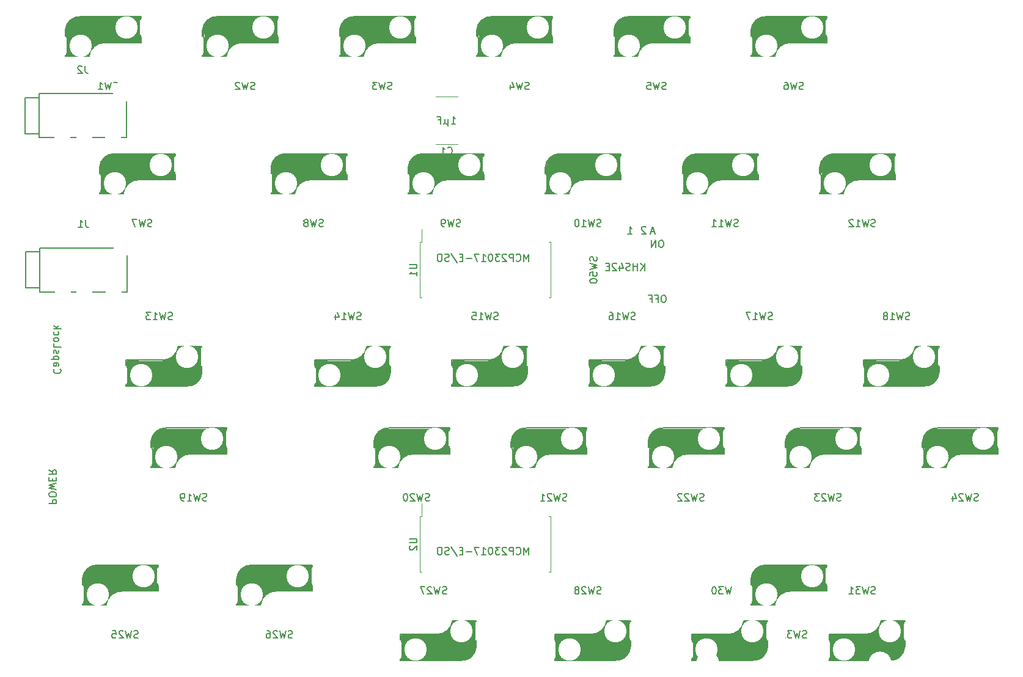
<source format=gbo>
G04 #@! TF.GenerationSoftware,KiCad,Pcbnew,5.1.2-f72e74a~84~ubuntu18.04.1*
G04 #@! TF.CreationDate,2019-06-15T16:10:17+09:00*
G04 #@! TF.ProjectId,left-PCB,6c656674-2d50-4434-922e-6b696361645f,rev?*
G04 #@! TF.SameCoordinates,Original*
G04 #@! TF.FileFunction,Legend,Bot*
G04 #@! TF.FilePolarity,Positive*
%FSLAX46Y46*%
G04 Gerber Fmt 4.6, Leading zero omitted, Abs format (unit mm)*
G04 Created by KiCad (PCBNEW 5.1.2-f72e74a~84~ubuntu18.04.1) date 2019-06-15 16:10:17*
%MOMM*%
%LPD*%
G04 APERTURE LIST*
%ADD10C,0.150000*%
%ADD11C,0.200000*%
%ADD12C,1.000000*%
%ADD13C,0.800000*%
%ADD14C,0.400000*%
%ADD15C,0.500000*%
%ADD16C,3.000000*%
%ADD17C,3.500000*%
%ADD18C,0.300000*%
%ADD19C,0.120000*%
%ADD20C,4.089800*%
%ADD21C,3.150000*%
%ADD22R,2.652000X2.602000*%
%ADD23C,1.852000*%
%ADD24C,3.102000*%
%ADD25C,2.302000*%
%ADD26R,2.302000X2.602000*%
%ADD27C,1.602000*%
%ADD28C,0.100000*%
%ADD29C,0.702000*%
%ADD30R,0.862000X1.372000*%
%ADD31O,1.702000X1.702000*%
%ADD32C,1.702000*%
%ADD33C,1.902000*%
%ADD34R,1.902000X1.902000*%
G04 APERTURE END LIST*
D10*
X165973095Y-89701666D02*
X165496904Y-89701666D01*
X166068333Y-89987380D02*
X165735000Y-88987380D01*
X165401666Y-89987380D01*
X164591666Y-95067380D02*
X164591666Y-94067380D01*
X164020238Y-95067380D02*
X164448809Y-94495952D01*
X164020238Y-94067380D02*
X164591666Y-94638809D01*
X163591666Y-95067380D02*
X163591666Y-94067380D01*
X163591666Y-94543571D02*
X163020238Y-94543571D01*
X163020238Y-95067380D02*
X163020238Y-94067380D01*
X162591666Y-95019761D02*
X162448809Y-95067380D01*
X162210714Y-95067380D01*
X162115476Y-95019761D01*
X162067857Y-94972142D01*
X162020238Y-94876904D01*
X162020238Y-94781666D01*
X162067857Y-94686428D01*
X162115476Y-94638809D01*
X162210714Y-94591190D01*
X162401190Y-94543571D01*
X162496428Y-94495952D01*
X162544047Y-94448333D01*
X162591666Y-94353095D01*
X162591666Y-94257857D01*
X162544047Y-94162619D01*
X162496428Y-94115000D01*
X162401190Y-94067380D01*
X162163095Y-94067380D01*
X162020238Y-94115000D01*
X161163095Y-94400714D02*
X161163095Y-95067380D01*
X161401190Y-94019761D02*
X161639285Y-94734047D01*
X161020238Y-94734047D01*
X160686904Y-94162619D02*
X160639285Y-94115000D01*
X160544047Y-94067380D01*
X160305952Y-94067380D01*
X160210714Y-94115000D01*
X160163095Y-94162619D01*
X160115476Y-94257857D01*
X160115476Y-94353095D01*
X160163095Y-94495952D01*
X160734523Y-95067380D01*
X160115476Y-95067380D01*
X159686904Y-94543571D02*
X159353571Y-94543571D01*
X159210714Y-95067380D02*
X159686904Y-95067380D01*
X159686904Y-94067380D01*
X159210714Y-94067380D01*
X167322380Y-98512380D02*
X167131904Y-98512380D01*
X167036666Y-98560000D01*
X166941428Y-98655238D01*
X166893809Y-98845714D01*
X166893809Y-99179047D01*
X166941428Y-99369523D01*
X167036666Y-99464761D01*
X167131904Y-99512380D01*
X167322380Y-99512380D01*
X167417619Y-99464761D01*
X167512857Y-99369523D01*
X167560476Y-99179047D01*
X167560476Y-98845714D01*
X167512857Y-98655238D01*
X167417619Y-98560000D01*
X167322380Y-98512380D01*
X166131904Y-98988571D02*
X166465238Y-98988571D01*
X166465238Y-99512380D02*
X166465238Y-98512380D01*
X165989047Y-98512380D01*
X165274761Y-98988571D02*
X165608095Y-98988571D01*
X165608095Y-99512380D02*
X165608095Y-98512380D01*
X165131904Y-98512380D01*
X166989047Y-90892380D02*
X166798571Y-90892380D01*
X166703333Y-90940000D01*
X166608095Y-91035238D01*
X166560476Y-91225714D01*
X166560476Y-91559047D01*
X166608095Y-91749523D01*
X166703333Y-91844761D01*
X166798571Y-91892380D01*
X166989047Y-91892380D01*
X167084285Y-91844761D01*
X167179523Y-91749523D01*
X167227142Y-91559047D01*
X167227142Y-91225714D01*
X167179523Y-91035238D01*
X167084285Y-90940000D01*
X166989047Y-90892380D01*
X166131904Y-91892380D02*
X166131904Y-90892380D01*
X165560476Y-91892380D01*
X165560476Y-90892380D01*
X164750714Y-89082619D02*
X164703095Y-89035000D01*
X164607857Y-88987380D01*
X164369761Y-88987380D01*
X164274523Y-89035000D01*
X164226904Y-89082619D01*
X164179285Y-89177857D01*
X164179285Y-89273095D01*
X164226904Y-89415952D01*
X164798333Y-89987380D01*
X164179285Y-89987380D01*
X162274285Y-89987380D02*
X162845714Y-89987380D01*
X162560000Y-89987380D02*
X162560000Y-88987380D01*
X162655238Y-89130238D01*
X162750476Y-89225476D01*
X162845714Y-89273095D01*
X137826666Y-74747380D02*
X138398095Y-74747380D01*
X138112380Y-74747380D02*
X138112380Y-73747380D01*
X138207619Y-73890238D01*
X138302857Y-73985476D01*
X138398095Y-74033095D01*
X137398095Y-74080714D02*
X137398095Y-75080714D01*
X136921904Y-74604523D02*
X136874285Y-74699761D01*
X136779047Y-74747380D01*
X137398095Y-74604523D02*
X137350476Y-74699761D01*
X137255238Y-74747380D01*
X137064761Y-74747380D01*
X136969523Y-74699761D01*
X136921904Y-74604523D01*
X136921904Y-74080714D01*
X136017142Y-74223571D02*
X136350476Y-74223571D01*
X136350476Y-74747380D02*
X136350476Y-73747380D01*
X135874285Y-73747380D01*
D11*
X148549523Y-134437380D02*
X148549523Y-133437380D01*
X148216190Y-134151666D01*
X147882857Y-133437380D01*
X147882857Y-134437380D01*
X146835238Y-134342142D02*
X146882857Y-134389761D01*
X147025714Y-134437380D01*
X147120952Y-134437380D01*
X147263809Y-134389761D01*
X147359047Y-134294523D01*
X147406666Y-134199285D01*
X147454285Y-134008809D01*
X147454285Y-133865952D01*
X147406666Y-133675476D01*
X147359047Y-133580238D01*
X147263809Y-133485000D01*
X147120952Y-133437380D01*
X147025714Y-133437380D01*
X146882857Y-133485000D01*
X146835238Y-133532619D01*
X146406666Y-134437380D02*
X146406666Y-133437380D01*
X146025714Y-133437380D01*
X145930476Y-133485000D01*
X145882857Y-133532619D01*
X145835238Y-133627857D01*
X145835238Y-133770714D01*
X145882857Y-133865952D01*
X145930476Y-133913571D01*
X146025714Y-133961190D01*
X146406666Y-133961190D01*
X145454285Y-133532619D02*
X145406666Y-133485000D01*
X145311428Y-133437380D01*
X145073333Y-133437380D01*
X144978095Y-133485000D01*
X144930476Y-133532619D01*
X144882857Y-133627857D01*
X144882857Y-133723095D01*
X144930476Y-133865952D01*
X145501904Y-134437380D01*
X144882857Y-134437380D01*
X144549523Y-133437380D02*
X143930476Y-133437380D01*
X144263809Y-133818333D01*
X144120952Y-133818333D01*
X144025714Y-133865952D01*
X143978095Y-133913571D01*
X143930476Y-134008809D01*
X143930476Y-134246904D01*
X143978095Y-134342142D01*
X144025714Y-134389761D01*
X144120952Y-134437380D01*
X144406666Y-134437380D01*
X144501904Y-134389761D01*
X144549523Y-134342142D01*
X143311428Y-133437380D02*
X143216190Y-133437380D01*
X143120952Y-133485000D01*
X143073333Y-133532619D01*
X143025714Y-133627857D01*
X142978095Y-133818333D01*
X142978095Y-134056428D01*
X143025714Y-134246904D01*
X143073333Y-134342142D01*
X143120952Y-134389761D01*
X143216190Y-134437380D01*
X143311428Y-134437380D01*
X143406666Y-134389761D01*
X143454285Y-134342142D01*
X143501904Y-134246904D01*
X143549523Y-134056428D01*
X143549523Y-133818333D01*
X143501904Y-133627857D01*
X143454285Y-133532619D01*
X143406666Y-133485000D01*
X143311428Y-133437380D01*
X142025714Y-134437380D02*
X142597142Y-134437380D01*
X142311428Y-134437380D02*
X142311428Y-133437380D01*
X142406666Y-133580238D01*
X142501904Y-133675476D01*
X142597142Y-133723095D01*
X141692380Y-133437380D02*
X141025714Y-133437380D01*
X141454285Y-134437380D01*
X140644761Y-134056428D02*
X139882857Y-134056428D01*
X139406666Y-133913571D02*
X139073333Y-133913571D01*
X138930476Y-134437380D02*
X139406666Y-134437380D01*
X139406666Y-133437380D01*
X138930476Y-133437380D01*
X137787619Y-133389761D02*
X138644761Y-134675476D01*
X137501904Y-134389761D02*
X137359047Y-134437380D01*
X137120952Y-134437380D01*
X137025714Y-134389761D01*
X136978095Y-134342142D01*
X136930476Y-134246904D01*
X136930476Y-134151666D01*
X136978095Y-134056428D01*
X137025714Y-134008809D01*
X137120952Y-133961190D01*
X137311428Y-133913571D01*
X137406666Y-133865952D01*
X137454285Y-133818333D01*
X137501904Y-133723095D01*
X137501904Y-133627857D01*
X137454285Y-133532619D01*
X137406666Y-133485000D01*
X137311428Y-133437380D01*
X137073333Y-133437380D01*
X136930476Y-133485000D01*
X136311428Y-133437380D02*
X136120952Y-133437380D01*
X136025714Y-133485000D01*
X135930476Y-133580238D01*
X135882857Y-133770714D01*
X135882857Y-134104047D01*
X135930476Y-134294523D01*
X136025714Y-134389761D01*
X136120952Y-134437380D01*
X136311428Y-134437380D01*
X136406666Y-134389761D01*
X136501904Y-134294523D01*
X136549523Y-134104047D01*
X136549523Y-133770714D01*
X136501904Y-133580238D01*
X136406666Y-133485000D01*
X136311428Y-133437380D01*
X148549523Y-93797380D02*
X148549523Y-92797380D01*
X148216190Y-93511666D01*
X147882857Y-92797380D01*
X147882857Y-93797380D01*
X146835238Y-93702142D02*
X146882857Y-93749761D01*
X147025714Y-93797380D01*
X147120952Y-93797380D01*
X147263809Y-93749761D01*
X147359047Y-93654523D01*
X147406666Y-93559285D01*
X147454285Y-93368809D01*
X147454285Y-93225952D01*
X147406666Y-93035476D01*
X147359047Y-92940238D01*
X147263809Y-92845000D01*
X147120952Y-92797380D01*
X147025714Y-92797380D01*
X146882857Y-92845000D01*
X146835238Y-92892619D01*
X146406666Y-93797380D02*
X146406666Y-92797380D01*
X146025714Y-92797380D01*
X145930476Y-92845000D01*
X145882857Y-92892619D01*
X145835238Y-92987857D01*
X145835238Y-93130714D01*
X145882857Y-93225952D01*
X145930476Y-93273571D01*
X146025714Y-93321190D01*
X146406666Y-93321190D01*
X145454285Y-92892619D02*
X145406666Y-92845000D01*
X145311428Y-92797380D01*
X145073333Y-92797380D01*
X144978095Y-92845000D01*
X144930476Y-92892619D01*
X144882857Y-92987857D01*
X144882857Y-93083095D01*
X144930476Y-93225952D01*
X145501904Y-93797380D01*
X144882857Y-93797380D01*
X144549523Y-92797380D02*
X143930476Y-92797380D01*
X144263809Y-93178333D01*
X144120952Y-93178333D01*
X144025714Y-93225952D01*
X143978095Y-93273571D01*
X143930476Y-93368809D01*
X143930476Y-93606904D01*
X143978095Y-93702142D01*
X144025714Y-93749761D01*
X144120952Y-93797380D01*
X144406666Y-93797380D01*
X144501904Y-93749761D01*
X144549523Y-93702142D01*
X143311428Y-92797380D02*
X143216190Y-92797380D01*
X143120952Y-92845000D01*
X143073333Y-92892619D01*
X143025714Y-92987857D01*
X142978095Y-93178333D01*
X142978095Y-93416428D01*
X143025714Y-93606904D01*
X143073333Y-93702142D01*
X143120952Y-93749761D01*
X143216190Y-93797380D01*
X143311428Y-93797380D01*
X143406666Y-93749761D01*
X143454285Y-93702142D01*
X143501904Y-93606904D01*
X143549523Y-93416428D01*
X143549523Y-93178333D01*
X143501904Y-92987857D01*
X143454285Y-92892619D01*
X143406666Y-92845000D01*
X143311428Y-92797380D01*
X142025714Y-93797380D02*
X142597142Y-93797380D01*
X142311428Y-93797380D02*
X142311428Y-92797380D01*
X142406666Y-92940238D01*
X142501904Y-93035476D01*
X142597142Y-93083095D01*
X141692380Y-92797380D02*
X141025714Y-92797380D01*
X141454285Y-93797380D01*
X140644761Y-93416428D02*
X139882857Y-93416428D01*
X139406666Y-93273571D02*
X139073333Y-93273571D01*
X138930476Y-93797380D02*
X139406666Y-93797380D01*
X139406666Y-92797380D01*
X138930476Y-92797380D01*
X137787619Y-92749761D02*
X138644761Y-94035476D01*
X137501904Y-93749761D02*
X137359047Y-93797380D01*
X137120952Y-93797380D01*
X137025714Y-93749761D01*
X136978095Y-93702142D01*
X136930476Y-93606904D01*
X136930476Y-93511666D01*
X136978095Y-93416428D01*
X137025714Y-93368809D01*
X137120952Y-93321190D01*
X137311428Y-93273571D01*
X137406666Y-93225952D01*
X137454285Y-93178333D01*
X137501904Y-93083095D01*
X137501904Y-92987857D01*
X137454285Y-92892619D01*
X137406666Y-92845000D01*
X137311428Y-92797380D01*
X137073333Y-92797380D01*
X136930476Y-92845000D01*
X136311428Y-92797380D02*
X136120952Y-92797380D01*
X136025714Y-92845000D01*
X135930476Y-92940238D01*
X135882857Y-93130714D01*
X135882857Y-93464047D01*
X135930476Y-93654523D01*
X136025714Y-93749761D01*
X136120952Y-93797380D01*
X136311428Y-93797380D01*
X136406666Y-93749761D01*
X136501904Y-93654523D01*
X136549523Y-93464047D01*
X136549523Y-93130714D01*
X136501904Y-92940238D01*
X136406666Y-92845000D01*
X136311428Y-92797380D01*
D10*
X82827857Y-108735476D02*
X82780238Y-108783095D01*
X82732619Y-108925952D01*
X82732619Y-109021190D01*
X82780238Y-109164047D01*
X82875476Y-109259285D01*
X82970714Y-109306904D01*
X83161190Y-109354523D01*
X83304047Y-109354523D01*
X83494523Y-109306904D01*
X83589761Y-109259285D01*
X83685000Y-109164047D01*
X83732619Y-109021190D01*
X83732619Y-108925952D01*
X83685000Y-108783095D01*
X83637380Y-108735476D01*
X82732619Y-107878333D02*
X83256428Y-107878333D01*
X83351666Y-107925952D01*
X83399285Y-108021190D01*
X83399285Y-108211666D01*
X83351666Y-108306904D01*
X82780238Y-107878333D02*
X82732619Y-107973571D01*
X82732619Y-108211666D01*
X82780238Y-108306904D01*
X82875476Y-108354523D01*
X82970714Y-108354523D01*
X83065952Y-108306904D01*
X83113571Y-108211666D01*
X83113571Y-107973571D01*
X83161190Y-107878333D01*
X83399285Y-107402142D02*
X82399285Y-107402142D01*
X83351666Y-107402142D02*
X83399285Y-107306904D01*
X83399285Y-107116428D01*
X83351666Y-107021190D01*
X83304047Y-106973571D01*
X83208809Y-106925952D01*
X82923095Y-106925952D01*
X82827857Y-106973571D01*
X82780238Y-107021190D01*
X82732619Y-107116428D01*
X82732619Y-107306904D01*
X82780238Y-107402142D01*
X82780238Y-106545000D02*
X82732619Y-106449761D01*
X82732619Y-106259285D01*
X82780238Y-106164047D01*
X82875476Y-106116428D01*
X82923095Y-106116428D01*
X83018333Y-106164047D01*
X83065952Y-106259285D01*
X83065952Y-106402142D01*
X83113571Y-106497380D01*
X83208809Y-106545000D01*
X83256428Y-106545000D01*
X83351666Y-106497380D01*
X83399285Y-106402142D01*
X83399285Y-106259285D01*
X83351666Y-106164047D01*
X82732619Y-105211666D02*
X82732619Y-105687857D01*
X83732619Y-105687857D01*
X82732619Y-104735476D02*
X82780238Y-104830714D01*
X82827857Y-104878333D01*
X82923095Y-104925952D01*
X83208809Y-104925952D01*
X83304047Y-104878333D01*
X83351666Y-104830714D01*
X83399285Y-104735476D01*
X83399285Y-104592619D01*
X83351666Y-104497380D01*
X83304047Y-104449761D01*
X83208809Y-104402142D01*
X82923095Y-104402142D01*
X82827857Y-104449761D01*
X82780238Y-104497380D01*
X82732619Y-104592619D01*
X82732619Y-104735476D01*
X82780238Y-103545000D02*
X82732619Y-103640238D01*
X82732619Y-103830714D01*
X82780238Y-103925952D01*
X82827857Y-103973571D01*
X82923095Y-104021190D01*
X83208809Y-104021190D01*
X83304047Y-103973571D01*
X83351666Y-103925952D01*
X83399285Y-103830714D01*
X83399285Y-103640238D01*
X83351666Y-103545000D01*
X82732619Y-103116428D02*
X83732619Y-103116428D01*
X83113571Y-103021190D02*
X82732619Y-102735476D01*
X83399285Y-102735476D02*
X83018333Y-103116428D01*
X82097619Y-127404523D02*
X83097619Y-127404523D01*
X83097619Y-127023571D01*
X83050000Y-126928333D01*
X83002380Y-126880714D01*
X82907142Y-126833095D01*
X82764285Y-126833095D01*
X82669047Y-126880714D01*
X82621428Y-126928333D01*
X82573809Y-127023571D01*
X82573809Y-127404523D01*
X83097619Y-126214047D02*
X83097619Y-126023571D01*
X83050000Y-125928333D01*
X82954761Y-125833095D01*
X82764285Y-125785476D01*
X82430952Y-125785476D01*
X82240476Y-125833095D01*
X82145238Y-125928333D01*
X82097619Y-126023571D01*
X82097619Y-126214047D01*
X82145238Y-126309285D01*
X82240476Y-126404523D01*
X82430952Y-126452142D01*
X82764285Y-126452142D01*
X82954761Y-126404523D01*
X83050000Y-126309285D01*
X83097619Y-126214047D01*
X83097619Y-125452142D02*
X82097619Y-125214047D01*
X82811904Y-125023571D01*
X82097619Y-124833095D01*
X83097619Y-124595000D01*
X82621428Y-124214047D02*
X82621428Y-123880714D01*
X82097619Y-123737857D02*
X82097619Y-124214047D01*
X83097619Y-124214047D01*
X83097619Y-123737857D01*
X82097619Y-122737857D02*
X82573809Y-123071190D01*
X82097619Y-123309285D02*
X83097619Y-123309285D01*
X83097619Y-122928333D01*
X83050000Y-122833095D01*
X83002380Y-122785476D01*
X82907142Y-122737857D01*
X82764285Y-122737857D01*
X82669047Y-122785476D01*
X82621428Y-122833095D01*
X82573809Y-122928333D01*
X82573809Y-123309285D01*
D12*
X99108682Y-121978529D02*
G75*
G02X101325000Y-120100000I2151318J-291471D01*
G01*
D10*
X99508682Y-122378529D02*
G75*
G02X101725000Y-120500000I2151318J-291471D01*
G01*
D13*
X96825000Y-121900000D02*
X96825000Y-120100001D01*
D14*
X106525000Y-119600000D02*
X106525000Y-120300000D01*
D10*
X101725000Y-120500000D02*
X106725000Y-120500000D01*
X96455000Y-119800000D02*
X96455000Y-122040000D01*
D15*
X96425000Y-122200000D02*
X99125000Y-122200000D01*
D10*
X96225000Y-122400000D02*
X99505000Y-122400000D01*
X96225000Y-118800000D02*
X96225000Y-119800000D01*
X106725000Y-116900000D02*
X98324999Y-116900000D01*
X106725000Y-117250000D02*
X106725000Y-116900000D01*
X106725000Y-120500000D02*
X106725000Y-119500000D01*
X106725000Y-119500000D02*
X106525000Y-119500000D01*
D12*
X106025000Y-117500000D02*
X106025000Y-120000000D01*
D10*
X106505000Y-119500000D02*
X106505000Y-117250000D01*
D16*
X97955000Y-118400000D02*
X97955000Y-120640000D01*
D10*
X96225000Y-119800000D02*
X96425000Y-119800000D01*
X96225000Y-118800001D02*
G75*
G02X98324999Y-116900000I2000000J-99999D01*
G01*
D14*
X106525000Y-117100000D02*
X105125000Y-117100000D01*
D10*
X96425000Y-122040000D02*
X96225000Y-122040000D01*
D17*
X104725000Y-118700000D02*
X98025000Y-118700000D01*
D15*
X106425000Y-120200000D02*
X105025000Y-120200000D01*
D18*
X96325000Y-119699999D02*
X96325000Y-118800000D01*
D10*
X96225000Y-122400000D02*
X96225000Y-122040000D01*
X106525000Y-117250000D02*
X106725000Y-117250000D01*
X78750000Y-71125000D02*
X80750000Y-71125000D01*
X78750000Y-76125000D02*
X78750000Y-71125000D01*
X80750000Y-76125000D02*
X78750000Y-76125000D01*
X80750000Y-70575000D02*
X80750000Y-76675000D01*
X92850000Y-70575000D02*
X80750000Y-70575000D01*
X92850000Y-76675000D02*
X92850000Y-70575000D01*
X80750000Y-76675000D02*
X92850000Y-76675000D01*
X78825000Y-92500000D02*
X80825000Y-92500000D01*
X78825000Y-97500000D02*
X78825000Y-92500000D01*
X80825000Y-97500000D02*
X78825000Y-97500000D01*
X80825000Y-91950000D02*
X80825000Y-98050000D01*
X92925000Y-91950000D02*
X80825000Y-91950000D01*
X92925000Y-98050000D02*
X92925000Y-91950000D01*
X80825000Y-98050000D02*
X92925000Y-98050000D01*
D19*
X133685000Y-129140000D02*
X133685000Y-127325000D01*
X133440000Y-129140000D02*
X133685000Y-129140000D01*
X133440000Y-133000000D02*
X133440000Y-129140000D01*
X133440000Y-136860000D02*
X133685000Y-136860000D01*
X133440000Y-133000000D02*
X133440000Y-136860000D01*
X151560000Y-129140000D02*
X151315000Y-129140000D01*
X151560000Y-133000000D02*
X151560000Y-129140000D01*
X151560000Y-136860000D02*
X151315000Y-136860000D01*
X151560000Y-133000000D02*
X151560000Y-136860000D01*
X133685000Y-91140000D02*
X133685000Y-89325000D01*
X133440000Y-91140000D02*
X133685000Y-91140000D01*
X133440000Y-95000000D02*
X133440000Y-91140000D01*
X133440000Y-98860000D02*
X133685000Y-98860000D01*
X133440000Y-95000000D02*
X133440000Y-98860000D01*
X151560000Y-91140000D02*
X151315000Y-91140000D01*
X151560000Y-95000000D02*
X151560000Y-91140000D01*
X151560000Y-98860000D02*
X151315000Y-98860000D01*
X151560000Y-95000000D02*
X151560000Y-98860000D01*
X135637631Y-71010000D02*
X138682369Y-71010000D01*
X135637631Y-77580000D02*
X138682369Y-77580000D01*
D12*
X182233682Y-140978529D02*
G75*
G02X184450000Y-139100000I2151318J-291471D01*
G01*
D10*
X182633682Y-141378529D02*
G75*
G02X184850000Y-139500000I2151318J-291471D01*
G01*
D13*
X179950000Y-140900000D02*
X179950000Y-139100001D01*
D14*
X189650000Y-138600000D02*
X189650000Y-139300000D01*
D10*
X184850000Y-139500000D02*
X189850000Y-139500000D01*
X179580000Y-138800000D02*
X179580000Y-141040000D01*
D15*
X179550000Y-141200000D02*
X182250000Y-141200000D01*
D10*
X179350000Y-141400000D02*
X182630000Y-141400000D01*
X179350000Y-137800000D02*
X179350000Y-138800000D01*
X189850000Y-135900000D02*
X181449999Y-135900000D01*
X189850000Y-136250000D02*
X189850000Y-135900000D01*
X189850000Y-139500000D02*
X189850000Y-138500000D01*
X189850000Y-138500000D02*
X189650000Y-138500000D01*
D12*
X189150000Y-136500000D02*
X189150000Y-139000000D01*
D10*
X189630000Y-138500000D02*
X189630000Y-136250000D01*
D16*
X181080000Y-137400000D02*
X181080000Y-139640000D01*
D10*
X179350000Y-138800000D02*
X179550000Y-138800000D01*
X179350000Y-137800001D02*
G75*
G02X181449999Y-135900000I2000000J-99999D01*
G01*
D14*
X189650000Y-136100000D02*
X188250000Y-136100000D01*
D10*
X179550000Y-141040000D02*
X179350000Y-141040000D01*
D17*
X187850000Y-137700000D02*
X181150000Y-137700000D01*
D15*
X189550000Y-139200000D02*
X188150000Y-139200000D01*
D18*
X179450000Y-138699999D02*
X179450000Y-137800000D01*
D10*
X179350000Y-141400000D02*
X179350000Y-141040000D01*
X189650000Y-136250000D02*
X189850000Y-136250000D01*
D12*
X197766318Y-144021471D02*
G75*
G02X195550000Y-145900000I-2151318J291471D01*
G01*
D10*
X197366318Y-143621471D02*
G75*
G02X195150000Y-145500000I-2151318J291471D01*
G01*
D13*
X200050000Y-144100000D02*
X200050000Y-145899999D01*
D14*
X190350000Y-146400000D02*
X190350000Y-145700000D01*
D10*
X195150000Y-145500000D02*
X190150000Y-145500000D01*
X200420000Y-146200000D02*
X200420000Y-143960000D01*
D15*
X200450000Y-143800000D02*
X197750000Y-143800000D01*
D10*
X200650000Y-143600000D02*
X197370000Y-143600000D01*
X200650000Y-147200000D02*
X200650000Y-146200000D01*
X190150000Y-149100000D02*
X198550001Y-149100000D01*
X190150000Y-148750000D02*
X190150000Y-149100000D01*
X190150000Y-145500000D02*
X190150000Y-146500000D01*
X190150000Y-146500000D02*
X190350000Y-146500000D01*
D12*
X190850000Y-148500000D02*
X190850000Y-146000000D01*
D10*
X190370000Y-146500000D02*
X190370000Y-148750000D01*
D16*
X198920000Y-147600000D02*
X198920000Y-145360000D01*
D10*
X200650000Y-146200000D02*
X200450000Y-146200000D01*
X200650000Y-147199999D02*
G75*
G02X198550001Y-149100000I-2000000J99999D01*
G01*
D14*
X190350000Y-148900000D02*
X191750000Y-148900000D01*
D10*
X200450000Y-143960000D02*
X200650000Y-143960000D01*
D17*
X192150000Y-147300000D02*
X198850000Y-147300000D01*
D15*
X190450000Y-145800000D02*
X191850000Y-145800000D01*
D18*
X200550000Y-146300001D02*
X200550000Y-147200000D01*
D10*
X200650000Y-143600000D02*
X200650000Y-143960000D01*
X190350000Y-148750000D02*
X190150000Y-148750000D01*
D12*
X110983682Y-140978529D02*
G75*
G02X113200000Y-139100000I2151318J-291471D01*
G01*
D10*
X111383682Y-141378529D02*
G75*
G02X113600000Y-139500000I2151318J-291471D01*
G01*
D13*
X108700000Y-140900000D02*
X108700000Y-139100001D01*
D14*
X118400000Y-138600000D02*
X118400000Y-139300000D01*
D10*
X113600000Y-139500000D02*
X118600000Y-139500000D01*
X108330000Y-138800000D02*
X108330000Y-141040000D01*
D15*
X108300000Y-141200000D02*
X111000000Y-141200000D01*
D10*
X108100000Y-141400000D02*
X111380000Y-141400000D01*
X108100000Y-137800000D02*
X108100000Y-138800000D01*
X118600000Y-135900000D02*
X110199999Y-135900000D01*
X118600000Y-136250000D02*
X118600000Y-135900000D01*
X118600000Y-139500000D02*
X118600000Y-138500000D01*
X118600000Y-138500000D02*
X118400000Y-138500000D01*
D12*
X117900000Y-136500000D02*
X117900000Y-139000000D01*
D10*
X118380000Y-138500000D02*
X118380000Y-136250000D01*
D16*
X109830000Y-137400000D02*
X109830000Y-139640000D01*
D10*
X108100000Y-138800000D02*
X108300000Y-138800000D01*
X108100000Y-137800001D02*
G75*
G02X110199999Y-135900000I2000000J-99999D01*
G01*
D14*
X118400000Y-136100000D02*
X117000000Y-136100000D01*
D10*
X108300000Y-141040000D02*
X108100000Y-141040000D01*
D17*
X116600000Y-137700000D02*
X109900000Y-137700000D01*
D15*
X118300000Y-139200000D02*
X116900000Y-139200000D01*
D18*
X108200000Y-138699999D02*
X108200000Y-137800000D01*
D10*
X108100000Y-141400000D02*
X108100000Y-141040000D01*
X118400000Y-136250000D02*
X118600000Y-136250000D01*
D12*
X178766318Y-144021471D02*
G75*
G02X176550000Y-145900000I-2151318J291471D01*
G01*
D10*
X178366318Y-143621471D02*
G75*
G02X176150000Y-145500000I-2151318J291471D01*
G01*
D13*
X181050000Y-144100000D02*
X181050000Y-145899999D01*
D14*
X171350000Y-146400000D02*
X171350000Y-145700000D01*
D10*
X176150000Y-145500000D02*
X171150000Y-145500000D01*
X181420000Y-146200000D02*
X181420000Y-143960000D01*
D15*
X181450000Y-143800000D02*
X178750000Y-143800000D01*
D10*
X181650000Y-143600000D02*
X178370000Y-143600000D01*
X181650000Y-147200000D02*
X181650000Y-146200000D01*
X171150000Y-149100000D02*
X179550001Y-149100000D01*
X171150000Y-148750000D02*
X171150000Y-149100000D01*
X171150000Y-145500000D02*
X171150000Y-146500000D01*
X171150000Y-146500000D02*
X171350000Y-146500000D01*
D12*
X171850000Y-148500000D02*
X171850000Y-146000000D01*
D10*
X171370000Y-146500000D02*
X171370000Y-148750000D01*
D16*
X179920000Y-147600000D02*
X179920000Y-145360000D01*
D10*
X181650000Y-146200000D02*
X181450000Y-146200000D01*
X181650000Y-147199999D02*
G75*
G02X179550001Y-149100000I-2000000J99999D01*
G01*
D14*
X171350000Y-148900000D02*
X172750000Y-148900000D01*
D10*
X181450000Y-143960000D02*
X181650000Y-143960000D01*
D17*
X173150000Y-147300000D02*
X179850000Y-147300000D01*
D15*
X171450000Y-145800000D02*
X172850000Y-145800000D01*
D18*
X181550000Y-146300001D02*
X181550000Y-147200000D01*
D10*
X181650000Y-143600000D02*
X181650000Y-143960000D01*
X171350000Y-148750000D02*
X171150000Y-148750000D01*
D12*
X159766318Y-144021471D02*
G75*
G02X157550000Y-145900000I-2151318J291471D01*
G01*
D10*
X159366318Y-143621471D02*
G75*
G02X157150000Y-145500000I-2151318J291471D01*
G01*
D13*
X162050000Y-144100000D02*
X162050000Y-145899999D01*
D14*
X152350000Y-146400000D02*
X152350000Y-145700000D01*
D10*
X157150000Y-145500000D02*
X152150000Y-145500000D01*
X162420000Y-146200000D02*
X162420000Y-143960000D01*
D15*
X162450000Y-143800000D02*
X159750000Y-143800000D01*
D10*
X162650000Y-143600000D02*
X159370000Y-143600000D01*
X162650000Y-147200000D02*
X162650000Y-146200000D01*
X152150000Y-149100000D02*
X160550001Y-149100000D01*
X152150000Y-148750000D02*
X152150000Y-149100000D01*
X152150000Y-145500000D02*
X152150000Y-146500000D01*
X152150000Y-146500000D02*
X152350000Y-146500000D01*
D12*
X152850000Y-148500000D02*
X152850000Y-146000000D01*
D10*
X152370000Y-146500000D02*
X152370000Y-148750000D01*
D16*
X160920000Y-147600000D02*
X160920000Y-145360000D01*
D10*
X162650000Y-146200000D02*
X162450000Y-146200000D01*
X162650000Y-147199999D02*
G75*
G02X160550001Y-149100000I-2000000J99999D01*
G01*
D14*
X152350000Y-148900000D02*
X153750000Y-148900000D01*
D10*
X162450000Y-143960000D02*
X162650000Y-143960000D01*
D17*
X154150000Y-147300000D02*
X160850000Y-147300000D01*
D15*
X152450000Y-145800000D02*
X153850000Y-145800000D01*
D18*
X162550000Y-146300001D02*
X162550000Y-147200000D01*
D10*
X162650000Y-143600000D02*
X162650000Y-143960000D01*
X152350000Y-148750000D02*
X152150000Y-148750000D01*
D12*
X138391318Y-144021471D02*
G75*
G02X136175000Y-145900000I-2151318J291471D01*
G01*
D10*
X137991318Y-143621471D02*
G75*
G02X135775000Y-145500000I-2151318J291471D01*
G01*
D13*
X140675000Y-144100000D02*
X140675000Y-145899999D01*
D14*
X130975000Y-146400000D02*
X130975000Y-145700000D01*
D10*
X135775000Y-145500000D02*
X130775000Y-145500000D01*
X141045000Y-146200000D02*
X141045000Y-143960000D01*
D15*
X141075000Y-143800000D02*
X138375000Y-143800000D01*
D10*
X141275000Y-143600000D02*
X137995000Y-143600000D01*
X141275000Y-147200000D02*
X141275000Y-146200000D01*
X130775000Y-149100000D02*
X139175001Y-149100000D01*
X130775000Y-148750000D02*
X130775000Y-149100000D01*
X130775000Y-145500000D02*
X130775000Y-146500000D01*
X130775000Y-146500000D02*
X130975000Y-146500000D01*
D12*
X131475000Y-148500000D02*
X131475000Y-146000000D01*
D10*
X130995000Y-146500000D02*
X130995000Y-148750000D01*
D16*
X139545000Y-147600000D02*
X139545000Y-145360000D01*
D10*
X141275000Y-146200000D02*
X141075000Y-146200000D01*
X141275000Y-147199999D02*
G75*
G02X139175001Y-149100000I-2000000J99999D01*
G01*
D14*
X130975000Y-148900000D02*
X132375000Y-148900000D01*
D10*
X141075000Y-143960000D02*
X141275000Y-143960000D01*
D17*
X132775000Y-147300000D02*
X139475000Y-147300000D01*
D15*
X131075000Y-145800000D02*
X132475000Y-145800000D01*
D18*
X141175000Y-146300001D02*
X141175000Y-147200000D01*
D10*
X141275000Y-143600000D02*
X141275000Y-143960000D01*
X130975000Y-148750000D02*
X130775000Y-148750000D01*
D12*
X89608682Y-140978529D02*
G75*
G02X91825000Y-139100000I2151318J-291471D01*
G01*
D10*
X90008682Y-141378529D02*
G75*
G02X92225000Y-139500000I2151318J-291471D01*
G01*
D13*
X87325000Y-140900000D02*
X87325000Y-139100001D01*
D14*
X97025000Y-138600000D02*
X97025000Y-139300000D01*
D10*
X92225000Y-139500000D02*
X97225000Y-139500000D01*
X86955000Y-138800000D02*
X86955000Y-141040000D01*
D15*
X86925000Y-141200000D02*
X89625000Y-141200000D01*
D10*
X86725000Y-141400000D02*
X90005000Y-141400000D01*
X86725000Y-137800000D02*
X86725000Y-138800000D01*
X97225000Y-135900000D02*
X88824999Y-135900000D01*
X97225000Y-136250000D02*
X97225000Y-135900000D01*
X97225000Y-139500000D02*
X97225000Y-138500000D01*
X97225000Y-138500000D02*
X97025000Y-138500000D01*
D12*
X96525000Y-136500000D02*
X96525000Y-139000000D01*
D10*
X97005000Y-138500000D02*
X97005000Y-136250000D01*
D16*
X88455000Y-137400000D02*
X88455000Y-139640000D01*
D10*
X86725000Y-138800000D02*
X86925000Y-138800000D01*
X86725000Y-137800001D02*
G75*
G02X88824999Y-135900000I2000000J-99999D01*
G01*
D14*
X97025000Y-136100000D02*
X95625000Y-136100000D01*
D10*
X86925000Y-141040000D02*
X86725000Y-141040000D01*
D17*
X95225000Y-137700000D02*
X88525000Y-137700000D01*
D15*
X96925000Y-139200000D02*
X95525000Y-139200000D01*
D18*
X86825000Y-138699999D02*
X86825000Y-137800000D01*
D10*
X86725000Y-141400000D02*
X86725000Y-141040000D01*
X97025000Y-136250000D02*
X97225000Y-136250000D01*
D12*
X205983682Y-121978529D02*
G75*
G02X208200000Y-120100000I2151318J-291471D01*
G01*
D10*
X206383682Y-122378529D02*
G75*
G02X208600000Y-120500000I2151318J-291471D01*
G01*
D13*
X203700000Y-121900000D02*
X203700000Y-120100001D01*
D14*
X213400000Y-119600000D02*
X213400000Y-120300000D01*
D10*
X208600000Y-120500000D02*
X213600000Y-120500000D01*
X203330000Y-119800000D02*
X203330000Y-122040000D01*
D15*
X203300000Y-122200000D02*
X206000000Y-122200000D01*
D10*
X203100000Y-122400000D02*
X206380000Y-122400000D01*
X203100000Y-118800000D02*
X203100000Y-119800000D01*
X213600000Y-116900000D02*
X205199999Y-116900000D01*
X213600000Y-117250000D02*
X213600000Y-116900000D01*
X213600000Y-120500000D02*
X213600000Y-119500000D01*
X213600000Y-119500000D02*
X213400000Y-119500000D01*
D12*
X212900000Y-117500000D02*
X212900000Y-120000000D01*
D10*
X213380000Y-119500000D02*
X213380000Y-117250000D01*
D16*
X204830000Y-118400000D02*
X204830000Y-120640000D01*
D10*
X203100000Y-119800000D02*
X203300000Y-119800000D01*
X203100000Y-118800001D02*
G75*
G02X205199999Y-116900000I2000000J-99999D01*
G01*
D14*
X213400000Y-117100000D02*
X212000000Y-117100000D01*
D10*
X203300000Y-122040000D02*
X203100000Y-122040000D01*
D17*
X211600000Y-118700000D02*
X204900000Y-118700000D01*
D15*
X213300000Y-120200000D02*
X211900000Y-120200000D01*
D18*
X203200000Y-119699999D02*
X203200000Y-118800000D01*
D10*
X203100000Y-122400000D02*
X203100000Y-122040000D01*
X213400000Y-117250000D02*
X213600000Y-117250000D01*
D12*
X186983682Y-121978529D02*
G75*
G02X189200000Y-120100000I2151318J-291471D01*
G01*
D10*
X187383682Y-122378529D02*
G75*
G02X189600000Y-120500000I2151318J-291471D01*
G01*
D13*
X184700000Y-121900000D02*
X184700000Y-120100001D01*
D14*
X194400000Y-119600000D02*
X194400000Y-120300000D01*
D10*
X189600000Y-120500000D02*
X194600000Y-120500000D01*
X184330000Y-119800000D02*
X184330000Y-122040000D01*
D15*
X184300000Y-122200000D02*
X187000000Y-122200000D01*
D10*
X184100000Y-122400000D02*
X187380000Y-122400000D01*
X184100000Y-118800000D02*
X184100000Y-119800000D01*
X194600000Y-116900000D02*
X186199999Y-116900000D01*
X194600000Y-117250000D02*
X194600000Y-116900000D01*
X194600000Y-120500000D02*
X194600000Y-119500000D01*
X194600000Y-119500000D02*
X194400000Y-119500000D01*
D12*
X193900000Y-117500000D02*
X193900000Y-120000000D01*
D10*
X194380000Y-119500000D02*
X194380000Y-117250000D01*
D16*
X185830000Y-118400000D02*
X185830000Y-120640000D01*
D10*
X184100000Y-119800000D02*
X184300000Y-119800000D01*
X184100000Y-118800001D02*
G75*
G02X186199999Y-116900000I2000000J-99999D01*
G01*
D14*
X194400000Y-117100000D02*
X193000000Y-117100000D01*
D10*
X184300000Y-122040000D02*
X184100000Y-122040000D01*
D17*
X192600000Y-118700000D02*
X185900000Y-118700000D01*
D15*
X194300000Y-120200000D02*
X192900000Y-120200000D01*
D18*
X184200000Y-119699999D02*
X184200000Y-118800000D01*
D10*
X184100000Y-122400000D02*
X184100000Y-122040000D01*
X194400000Y-117250000D02*
X194600000Y-117250000D01*
D12*
X167983682Y-121978529D02*
G75*
G02X170200000Y-120100000I2151318J-291471D01*
G01*
D10*
X168383682Y-122378529D02*
G75*
G02X170600000Y-120500000I2151318J-291471D01*
G01*
D13*
X165700000Y-121900000D02*
X165700000Y-120100001D01*
D14*
X175400000Y-119600000D02*
X175400000Y-120300000D01*
D10*
X170600000Y-120500000D02*
X175600000Y-120500000D01*
X165330000Y-119800000D02*
X165330000Y-122040000D01*
D15*
X165300000Y-122200000D02*
X168000000Y-122200000D01*
D10*
X165100000Y-122400000D02*
X168380000Y-122400000D01*
X165100000Y-118800000D02*
X165100000Y-119800000D01*
X175600000Y-116900000D02*
X167199999Y-116900000D01*
X175600000Y-117250000D02*
X175600000Y-116900000D01*
X175600000Y-120500000D02*
X175600000Y-119500000D01*
X175600000Y-119500000D02*
X175400000Y-119500000D01*
D12*
X174900000Y-117500000D02*
X174900000Y-120000000D01*
D10*
X175380000Y-119500000D02*
X175380000Y-117250000D01*
D16*
X166830000Y-118400000D02*
X166830000Y-120640000D01*
D10*
X165100000Y-119800000D02*
X165300000Y-119800000D01*
X165100000Y-118800001D02*
G75*
G02X167199999Y-116900000I2000000J-99999D01*
G01*
D14*
X175400000Y-117100000D02*
X174000000Y-117100000D01*
D10*
X165300000Y-122040000D02*
X165100000Y-122040000D01*
D17*
X173600000Y-118700000D02*
X166900000Y-118700000D01*
D15*
X175300000Y-120200000D02*
X173900000Y-120200000D01*
D18*
X165200000Y-119699999D02*
X165200000Y-118800000D01*
D10*
X165100000Y-122400000D02*
X165100000Y-122040000D01*
X175400000Y-117250000D02*
X175600000Y-117250000D01*
D12*
X148983682Y-121978529D02*
G75*
G02X151200000Y-120100000I2151318J-291471D01*
G01*
D10*
X149383682Y-122378529D02*
G75*
G02X151600000Y-120500000I2151318J-291471D01*
G01*
D13*
X146700000Y-121900000D02*
X146700000Y-120100001D01*
D14*
X156400000Y-119600000D02*
X156400000Y-120300000D01*
D10*
X151600000Y-120500000D02*
X156600000Y-120500000D01*
X146330000Y-119800000D02*
X146330000Y-122040000D01*
D15*
X146300000Y-122200000D02*
X149000000Y-122200000D01*
D10*
X146100000Y-122400000D02*
X149380000Y-122400000D01*
X146100000Y-118800000D02*
X146100000Y-119800000D01*
X156600000Y-116900000D02*
X148199999Y-116900000D01*
X156600000Y-117250000D02*
X156600000Y-116900000D01*
X156600000Y-120500000D02*
X156600000Y-119500000D01*
X156600000Y-119500000D02*
X156400000Y-119500000D01*
D12*
X155900000Y-117500000D02*
X155900000Y-120000000D01*
D10*
X156380000Y-119500000D02*
X156380000Y-117250000D01*
D16*
X147830000Y-118400000D02*
X147830000Y-120640000D01*
D10*
X146100000Y-119800000D02*
X146300000Y-119800000D01*
X146100000Y-118800001D02*
G75*
G02X148199999Y-116900000I2000000J-99999D01*
G01*
D14*
X156400000Y-117100000D02*
X155000000Y-117100000D01*
D10*
X146300000Y-122040000D02*
X146100000Y-122040000D01*
D17*
X154600000Y-118700000D02*
X147900000Y-118700000D01*
D15*
X156300000Y-120200000D02*
X154900000Y-120200000D01*
D18*
X146200000Y-119699999D02*
X146200000Y-118800000D01*
D10*
X146100000Y-122400000D02*
X146100000Y-122040000D01*
X156400000Y-117250000D02*
X156600000Y-117250000D01*
D12*
X129983682Y-121978529D02*
G75*
G02X132200000Y-120100000I2151318J-291471D01*
G01*
D10*
X130383682Y-122378529D02*
G75*
G02X132600000Y-120500000I2151318J-291471D01*
G01*
D13*
X127700000Y-121900000D02*
X127700000Y-120100001D01*
D14*
X137400000Y-119600000D02*
X137400000Y-120300000D01*
D10*
X132600000Y-120500000D02*
X137600000Y-120500000D01*
X127330000Y-119800000D02*
X127330000Y-122040000D01*
D15*
X127300000Y-122200000D02*
X130000000Y-122200000D01*
D10*
X127100000Y-122400000D02*
X130380000Y-122400000D01*
X127100000Y-118800000D02*
X127100000Y-119800000D01*
X137600000Y-116900000D02*
X129199999Y-116900000D01*
X137600000Y-117250000D02*
X137600000Y-116900000D01*
X137600000Y-120500000D02*
X137600000Y-119500000D01*
X137600000Y-119500000D02*
X137400000Y-119500000D01*
D12*
X136900000Y-117500000D02*
X136900000Y-120000000D01*
D10*
X137380000Y-119500000D02*
X137380000Y-117250000D01*
D16*
X128830000Y-118400000D02*
X128830000Y-120640000D01*
D10*
X127100000Y-119800000D02*
X127300000Y-119800000D01*
X127100000Y-118800001D02*
G75*
G02X129199999Y-116900000I2000000J-99999D01*
G01*
D14*
X137400000Y-117100000D02*
X136000000Y-117100000D01*
D10*
X127300000Y-122040000D02*
X127100000Y-122040000D01*
D17*
X135600000Y-118700000D02*
X128900000Y-118700000D01*
D15*
X137300000Y-120200000D02*
X135900000Y-120200000D01*
D18*
X127200000Y-119699999D02*
X127200000Y-118800000D01*
D10*
X127100000Y-122400000D02*
X127100000Y-122040000D01*
X137400000Y-117250000D02*
X137600000Y-117250000D01*
D12*
X202516318Y-106021471D02*
G75*
G02X200300000Y-107900000I-2151318J291471D01*
G01*
D10*
X202116318Y-105621471D02*
G75*
G02X199900000Y-107500000I-2151318J291471D01*
G01*
D13*
X204800000Y-106100000D02*
X204800000Y-107899999D01*
D14*
X195100000Y-108400000D02*
X195100000Y-107700000D01*
D10*
X199900000Y-107500000D02*
X194900000Y-107500000D01*
X205170000Y-108200000D02*
X205170000Y-105960000D01*
D15*
X205200000Y-105800000D02*
X202500000Y-105800000D01*
D10*
X205400000Y-105600000D02*
X202120000Y-105600000D01*
X205400000Y-109200000D02*
X205400000Y-108200000D01*
X194900000Y-111100000D02*
X203300001Y-111100000D01*
X194900000Y-110750000D02*
X194900000Y-111100000D01*
X194900000Y-107500000D02*
X194900000Y-108500000D01*
X194900000Y-108500000D02*
X195100000Y-108500000D01*
D12*
X195600000Y-110500000D02*
X195600000Y-108000000D01*
D10*
X195120000Y-108500000D02*
X195120000Y-110750000D01*
D16*
X203670000Y-109600000D02*
X203670000Y-107360000D01*
D10*
X205400000Y-108200000D02*
X205200000Y-108200000D01*
X205400000Y-109199999D02*
G75*
G02X203300001Y-111100000I-2000000J99999D01*
G01*
D14*
X195100000Y-110900000D02*
X196500000Y-110900000D01*
D10*
X205200000Y-105960000D02*
X205400000Y-105960000D01*
D17*
X196900000Y-109300000D02*
X203600000Y-109300000D01*
D15*
X195200000Y-107800000D02*
X196600000Y-107800000D01*
D18*
X205300000Y-108300001D02*
X205300000Y-109200000D01*
D10*
X205400000Y-105600000D02*
X205400000Y-105960000D01*
X195100000Y-110750000D02*
X194900000Y-110750000D01*
D12*
X183516318Y-106021471D02*
G75*
G02X181300000Y-107900000I-2151318J291471D01*
G01*
D10*
X183116318Y-105621471D02*
G75*
G02X180900000Y-107500000I-2151318J291471D01*
G01*
D13*
X185800000Y-106100000D02*
X185800000Y-107899999D01*
D14*
X176100000Y-108400000D02*
X176100000Y-107700000D01*
D10*
X180900000Y-107500000D02*
X175900000Y-107500000D01*
X186170000Y-108200000D02*
X186170000Y-105960000D01*
D15*
X186200000Y-105800000D02*
X183500000Y-105800000D01*
D10*
X186400000Y-105600000D02*
X183120000Y-105600000D01*
X186400000Y-109200000D02*
X186400000Y-108200000D01*
X175900000Y-111100000D02*
X184300001Y-111100000D01*
X175900000Y-110750000D02*
X175900000Y-111100000D01*
X175900000Y-107500000D02*
X175900000Y-108500000D01*
X175900000Y-108500000D02*
X176100000Y-108500000D01*
D12*
X176600000Y-110500000D02*
X176600000Y-108000000D01*
D10*
X176120000Y-108500000D02*
X176120000Y-110750000D01*
D16*
X184670000Y-109600000D02*
X184670000Y-107360000D01*
D10*
X186400000Y-108200000D02*
X186200000Y-108200000D01*
X186400000Y-109199999D02*
G75*
G02X184300001Y-111100000I-2000000J99999D01*
G01*
D14*
X176100000Y-110900000D02*
X177500000Y-110900000D01*
D10*
X186200000Y-105960000D02*
X186400000Y-105960000D01*
D17*
X177900000Y-109300000D02*
X184600000Y-109300000D01*
D15*
X176200000Y-107800000D02*
X177600000Y-107800000D01*
D18*
X186300000Y-108300001D02*
X186300000Y-109200000D01*
D10*
X186400000Y-105600000D02*
X186400000Y-105960000D01*
X176100000Y-110750000D02*
X175900000Y-110750000D01*
D12*
X164516318Y-106021471D02*
G75*
G02X162300000Y-107900000I-2151318J291471D01*
G01*
D10*
X164116318Y-105621471D02*
G75*
G02X161900000Y-107500000I-2151318J291471D01*
G01*
D13*
X166800000Y-106100000D02*
X166800000Y-107899999D01*
D14*
X157100000Y-108400000D02*
X157100000Y-107700000D01*
D10*
X161900000Y-107500000D02*
X156900000Y-107500000D01*
X167170000Y-108200000D02*
X167170000Y-105960000D01*
D15*
X167200000Y-105800000D02*
X164500000Y-105800000D01*
D10*
X167400000Y-105600000D02*
X164120000Y-105600000D01*
X167400000Y-109200000D02*
X167400000Y-108200000D01*
X156900000Y-111100000D02*
X165300001Y-111100000D01*
X156900000Y-110750000D02*
X156900000Y-111100000D01*
X156900000Y-107500000D02*
X156900000Y-108500000D01*
X156900000Y-108500000D02*
X157100000Y-108500000D01*
D12*
X157600000Y-110500000D02*
X157600000Y-108000000D01*
D10*
X157120000Y-108500000D02*
X157120000Y-110750000D01*
D16*
X165670000Y-109600000D02*
X165670000Y-107360000D01*
D10*
X167400000Y-108200000D02*
X167200000Y-108200000D01*
X167400000Y-109199999D02*
G75*
G02X165300001Y-111100000I-2000000J99999D01*
G01*
D14*
X157100000Y-110900000D02*
X158500000Y-110900000D01*
D10*
X167200000Y-105960000D02*
X167400000Y-105960000D01*
D17*
X158900000Y-109300000D02*
X165600000Y-109300000D01*
D15*
X157200000Y-107800000D02*
X158600000Y-107800000D01*
D18*
X167300000Y-108300001D02*
X167300000Y-109200000D01*
D10*
X167400000Y-105600000D02*
X167400000Y-105960000D01*
X157100000Y-110750000D02*
X156900000Y-110750000D01*
D12*
X145516318Y-106021471D02*
G75*
G02X143300000Y-107900000I-2151318J291471D01*
G01*
D10*
X145116318Y-105621471D02*
G75*
G02X142900000Y-107500000I-2151318J291471D01*
G01*
D13*
X147800000Y-106100000D02*
X147800000Y-107899999D01*
D14*
X138100000Y-108400000D02*
X138100000Y-107700000D01*
D10*
X142900000Y-107500000D02*
X137900000Y-107500000D01*
X148170000Y-108200000D02*
X148170000Y-105960000D01*
D15*
X148200000Y-105800000D02*
X145500000Y-105800000D01*
D10*
X148400000Y-105600000D02*
X145120000Y-105600000D01*
X148400000Y-109200000D02*
X148400000Y-108200000D01*
X137900000Y-111100000D02*
X146300001Y-111100000D01*
X137900000Y-110750000D02*
X137900000Y-111100000D01*
X137900000Y-107500000D02*
X137900000Y-108500000D01*
X137900000Y-108500000D02*
X138100000Y-108500000D01*
D12*
X138600000Y-110500000D02*
X138600000Y-108000000D01*
D10*
X138120000Y-108500000D02*
X138120000Y-110750000D01*
D16*
X146670000Y-109600000D02*
X146670000Y-107360000D01*
D10*
X148400000Y-108200000D02*
X148200000Y-108200000D01*
X148400000Y-109199999D02*
G75*
G02X146300001Y-111100000I-2000000J99999D01*
G01*
D14*
X138100000Y-110900000D02*
X139500000Y-110900000D01*
D10*
X148200000Y-105960000D02*
X148400000Y-105960000D01*
D17*
X139900000Y-109300000D02*
X146600000Y-109300000D01*
D15*
X138200000Y-107800000D02*
X139600000Y-107800000D01*
D18*
X148300000Y-108300001D02*
X148300000Y-109200000D01*
D10*
X148400000Y-105600000D02*
X148400000Y-105960000D01*
X138100000Y-110750000D02*
X137900000Y-110750000D01*
D12*
X126516318Y-106021471D02*
G75*
G02X124300000Y-107900000I-2151318J291471D01*
G01*
D10*
X126116318Y-105621471D02*
G75*
G02X123900000Y-107500000I-2151318J291471D01*
G01*
D13*
X128800000Y-106100000D02*
X128800000Y-107899999D01*
D14*
X119100000Y-108400000D02*
X119100000Y-107700000D01*
D10*
X123900000Y-107500000D02*
X118900000Y-107500000D01*
X129170000Y-108200000D02*
X129170000Y-105960000D01*
D15*
X129200000Y-105800000D02*
X126500000Y-105800000D01*
D10*
X129400000Y-105600000D02*
X126120000Y-105600000D01*
X129400000Y-109200000D02*
X129400000Y-108200000D01*
X118900000Y-111100000D02*
X127300001Y-111100000D01*
X118900000Y-110750000D02*
X118900000Y-111100000D01*
X118900000Y-107500000D02*
X118900000Y-108500000D01*
X118900000Y-108500000D02*
X119100000Y-108500000D01*
D12*
X119600000Y-110500000D02*
X119600000Y-108000000D01*
D10*
X119120000Y-108500000D02*
X119120000Y-110750000D01*
D16*
X127670000Y-109600000D02*
X127670000Y-107360000D01*
D10*
X129400000Y-108200000D02*
X129200000Y-108200000D01*
X129400000Y-109199999D02*
G75*
G02X127300001Y-111100000I-2000000J99999D01*
G01*
D14*
X119100000Y-110900000D02*
X120500000Y-110900000D01*
D10*
X129200000Y-105960000D02*
X129400000Y-105960000D01*
D17*
X120900000Y-109300000D02*
X127600000Y-109300000D01*
D15*
X119200000Y-107800000D02*
X120600000Y-107800000D01*
D18*
X129300000Y-108300001D02*
X129300000Y-109200000D01*
D10*
X129400000Y-105600000D02*
X129400000Y-105960000D01*
X119100000Y-110750000D02*
X118900000Y-110750000D01*
D12*
X100391318Y-106021471D02*
G75*
G02X98175000Y-107900000I-2151318J291471D01*
G01*
D10*
X99991318Y-105621471D02*
G75*
G02X97775000Y-107500000I-2151318J291471D01*
G01*
D13*
X102675000Y-106100000D02*
X102675000Y-107899999D01*
D14*
X92975000Y-108400000D02*
X92975000Y-107700000D01*
D10*
X97775000Y-107500000D02*
X92775000Y-107500000D01*
X103045000Y-108200000D02*
X103045000Y-105960000D01*
D15*
X103075000Y-105800000D02*
X100375000Y-105800000D01*
D10*
X103275000Y-105600000D02*
X99995000Y-105600000D01*
X103275000Y-109200000D02*
X103275000Y-108200000D01*
X92775000Y-111100000D02*
X101175001Y-111100000D01*
X92775000Y-110750000D02*
X92775000Y-111100000D01*
X92775000Y-107500000D02*
X92775000Y-108500000D01*
X92775000Y-108500000D02*
X92975000Y-108500000D01*
D12*
X93475000Y-110500000D02*
X93475000Y-108000000D01*
D10*
X92995000Y-108500000D02*
X92995000Y-110750000D01*
D16*
X101545000Y-109600000D02*
X101545000Y-107360000D01*
D10*
X103275000Y-108200000D02*
X103075000Y-108200000D01*
X103275000Y-109199999D02*
G75*
G02X101175001Y-111100000I-2000000J99999D01*
G01*
D14*
X92975000Y-110900000D02*
X94375000Y-110900000D01*
D10*
X103075000Y-105960000D02*
X103275000Y-105960000D01*
D17*
X94775000Y-109300000D02*
X101475000Y-109300000D01*
D15*
X93075000Y-107800000D02*
X94475000Y-107800000D01*
D18*
X103175000Y-108300001D02*
X103175000Y-109200000D01*
D10*
X103275000Y-105600000D02*
X103275000Y-105960000D01*
X92975000Y-110750000D02*
X92775000Y-110750000D01*
D12*
X191733682Y-83978529D02*
G75*
G02X193950000Y-82100000I2151318J-291471D01*
G01*
D10*
X192133682Y-84378529D02*
G75*
G02X194350000Y-82500000I2151318J-291471D01*
G01*
D13*
X189450000Y-83900000D02*
X189450000Y-82100001D01*
D14*
X199150000Y-81600000D02*
X199150000Y-82300000D01*
D10*
X194350000Y-82500000D02*
X199350000Y-82500000D01*
X189080000Y-81800000D02*
X189080000Y-84040000D01*
D15*
X189050000Y-84200000D02*
X191750000Y-84200000D01*
D10*
X188850000Y-84400000D02*
X192130000Y-84400000D01*
X188850000Y-80800000D02*
X188850000Y-81800000D01*
X199350000Y-78900000D02*
X190949999Y-78900000D01*
X199350000Y-79250000D02*
X199350000Y-78900000D01*
X199350000Y-82500000D02*
X199350000Y-81500000D01*
X199350000Y-81500000D02*
X199150000Y-81500000D01*
D12*
X198650000Y-79500000D02*
X198650000Y-82000000D01*
D10*
X199130000Y-81500000D02*
X199130000Y-79250000D01*
D16*
X190580000Y-80400000D02*
X190580000Y-82640000D01*
D10*
X188850000Y-81800000D02*
X189050000Y-81800000D01*
X188850000Y-80800001D02*
G75*
G02X190949999Y-78900000I2000000J-99999D01*
G01*
D14*
X199150000Y-79100000D02*
X197750000Y-79100000D01*
D10*
X189050000Y-84040000D02*
X188850000Y-84040000D01*
D17*
X197350000Y-80700000D02*
X190650000Y-80700000D01*
D15*
X199050000Y-82200000D02*
X197650000Y-82200000D01*
D18*
X188950000Y-81699999D02*
X188950000Y-80800000D01*
D10*
X188850000Y-84400000D02*
X188850000Y-84040000D01*
X199150000Y-79250000D02*
X199350000Y-79250000D01*
D12*
X172733682Y-83978529D02*
G75*
G02X174950000Y-82100000I2151318J-291471D01*
G01*
D10*
X173133682Y-84378529D02*
G75*
G02X175350000Y-82500000I2151318J-291471D01*
G01*
D13*
X170450000Y-83900000D02*
X170450000Y-82100001D01*
D14*
X180150000Y-81600000D02*
X180150000Y-82300000D01*
D10*
X175350000Y-82500000D02*
X180350000Y-82500000D01*
X170080000Y-81800000D02*
X170080000Y-84040000D01*
D15*
X170050000Y-84200000D02*
X172750000Y-84200000D01*
D10*
X169850000Y-84400000D02*
X173130000Y-84400000D01*
X169850000Y-80800000D02*
X169850000Y-81800000D01*
X180350000Y-78900000D02*
X171949999Y-78900000D01*
X180350000Y-79250000D02*
X180350000Y-78900000D01*
X180350000Y-82500000D02*
X180350000Y-81500000D01*
X180350000Y-81500000D02*
X180150000Y-81500000D01*
D12*
X179650000Y-79500000D02*
X179650000Y-82000000D01*
D10*
X180130000Y-81500000D02*
X180130000Y-79250000D01*
D16*
X171580000Y-80400000D02*
X171580000Y-82640000D01*
D10*
X169850000Y-81800000D02*
X170050000Y-81800000D01*
X169850000Y-80800001D02*
G75*
G02X171949999Y-78900000I2000000J-99999D01*
G01*
D14*
X180150000Y-79100000D02*
X178750000Y-79100000D01*
D10*
X170050000Y-84040000D02*
X169850000Y-84040000D01*
D17*
X178350000Y-80700000D02*
X171650000Y-80700000D01*
D15*
X180050000Y-82200000D02*
X178650000Y-82200000D01*
D18*
X169950000Y-81699999D02*
X169950000Y-80800000D01*
D10*
X169850000Y-84400000D02*
X169850000Y-84040000D01*
X180150000Y-79250000D02*
X180350000Y-79250000D01*
D12*
X153733682Y-83978529D02*
G75*
G02X155950000Y-82100000I2151318J-291471D01*
G01*
D10*
X154133682Y-84378529D02*
G75*
G02X156350000Y-82500000I2151318J-291471D01*
G01*
D13*
X151450000Y-83900000D02*
X151450000Y-82100001D01*
D14*
X161150000Y-81600000D02*
X161150000Y-82300000D01*
D10*
X156350000Y-82500000D02*
X161350000Y-82500000D01*
X151080000Y-81800000D02*
X151080000Y-84040000D01*
D15*
X151050000Y-84200000D02*
X153750000Y-84200000D01*
D10*
X150850000Y-84400000D02*
X154130000Y-84400000D01*
X150850000Y-80800000D02*
X150850000Y-81800000D01*
X161350000Y-78900000D02*
X152949999Y-78900000D01*
X161350000Y-79250000D02*
X161350000Y-78900000D01*
X161350000Y-82500000D02*
X161350000Y-81500000D01*
X161350000Y-81500000D02*
X161150000Y-81500000D01*
D12*
X160650000Y-79500000D02*
X160650000Y-82000000D01*
D10*
X161130000Y-81500000D02*
X161130000Y-79250000D01*
D16*
X152580000Y-80400000D02*
X152580000Y-82640000D01*
D10*
X150850000Y-81800000D02*
X151050000Y-81800000D01*
X150850000Y-80800001D02*
G75*
G02X152949999Y-78900000I2000000J-99999D01*
G01*
D14*
X161150000Y-79100000D02*
X159750000Y-79100000D01*
D10*
X151050000Y-84040000D02*
X150850000Y-84040000D01*
D17*
X159350000Y-80700000D02*
X152650000Y-80700000D01*
D15*
X161050000Y-82200000D02*
X159650000Y-82200000D01*
D18*
X150950000Y-81699999D02*
X150950000Y-80800000D01*
D10*
X150850000Y-84400000D02*
X150850000Y-84040000D01*
X161150000Y-79250000D02*
X161350000Y-79250000D01*
D12*
X134733682Y-83978529D02*
G75*
G02X136950000Y-82100000I2151318J-291471D01*
G01*
D10*
X135133682Y-84378529D02*
G75*
G02X137350000Y-82500000I2151318J-291471D01*
G01*
D13*
X132450000Y-83900000D02*
X132450000Y-82100001D01*
D14*
X142150000Y-81600000D02*
X142150000Y-82300000D01*
D10*
X137350000Y-82500000D02*
X142350000Y-82500000D01*
X132080000Y-81800000D02*
X132080000Y-84040000D01*
D15*
X132050000Y-84200000D02*
X134750000Y-84200000D01*
D10*
X131850000Y-84400000D02*
X135130000Y-84400000D01*
X131850000Y-80800000D02*
X131850000Y-81800000D01*
X142350000Y-78900000D02*
X133949999Y-78900000D01*
X142350000Y-79250000D02*
X142350000Y-78900000D01*
X142350000Y-82500000D02*
X142350000Y-81500000D01*
X142350000Y-81500000D02*
X142150000Y-81500000D01*
D12*
X141650000Y-79500000D02*
X141650000Y-82000000D01*
D10*
X142130000Y-81500000D02*
X142130000Y-79250000D01*
D16*
X133580000Y-80400000D02*
X133580000Y-82640000D01*
D10*
X131850000Y-81800000D02*
X132050000Y-81800000D01*
X131850000Y-80800001D02*
G75*
G02X133949999Y-78900000I2000000J-99999D01*
G01*
D14*
X142150000Y-79100000D02*
X140750000Y-79100000D01*
D10*
X132050000Y-84040000D02*
X131850000Y-84040000D01*
D17*
X140350000Y-80700000D02*
X133650000Y-80700000D01*
D15*
X142050000Y-82200000D02*
X140650000Y-82200000D01*
D18*
X131950000Y-81699999D02*
X131950000Y-80800000D01*
D10*
X131850000Y-84400000D02*
X131850000Y-84040000D01*
X142150000Y-79250000D02*
X142350000Y-79250000D01*
D12*
X115733682Y-83978529D02*
G75*
G02X117950000Y-82100000I2151318J-291471D01*
G01*
D10*
X116133682Y-84378529D02*
G75*
G02X118350000Y-82500000I2151318J-291471D01*
G01*
D13*
X113450000Y-83900000D02*
X113450000Y-82100001D01*
D14*
X123150000Y-81600000D02*
X123150000Y-82300000D01*
D10*
X118350000Y-82500000D02*
X123350000Y-82500000D01*
X113080000Y-81800000D02*
X113080000Y-84040000D01*
D15*
X113050000Y-84200000D02*
X115750000Y-84200000D01*
D10*
X112850000Y-84400000D02*
X116130000Y-84400000D01*
X112850000Y-80800000D02*
X112850000Y-81800000D01*
X123350000Y-78900000D02*
X114949999Y-78900000D01*
X123350000Y-79250000D02*
X123350000Y-78900000D01*
X123350000Y-82500000D02*
X123350000Y-81500000D01*
X123350000Y-81500000D02*
X123150000Y-81500000D01*
D12*
X122650000Y-79500000D02*
X122650000Y-82000000D01*
D10*
X123130000Y-81500000D02*
X123130000Y-79250000D01*
D16*
X114580000Y-80400000D02*
X114580000Y-82640000D01*
D10*
X112850000Y-81800000D02*
X113050000Y-81800000D01*
X112850000Y-80800001D02*
G75*
G02X114949999Y-78900000I2000000J-99999D01*
G01*
D14*
X123150000Y-79100000D02*
X121750000Y-79100000D01*
D10*
X113050000Y-84040000D02*
X112850000Y-84040000D01*
D17*
X121350000Y-80700000D02*
X114650000Y-80700000D01*
D15*
X123050000Y-82200000D02*
X121650000Y-82200000D01*
D18*
X112950000Y-81699999D02*
X112950000Y-80800000D01*
D10*
X112850000Y-84400000D02*
X112850000Y-84040000D01*
X123150000Y-79250000D02*
X123350000Y-79250000D01*
D12*
X91983682Y-83978529D02*
G75*
G02X94200000Y-82100000I2151318J-291471D01*
G01*
D10*
X92383682Y-84378529D02*
G75*
G02X94600000Y-82500000I2151318J-291471D01*
G01*
D13*
X89700000Y-83900000D02*
X89700000Y-82100001D01*
D14*
X99400000Y-81600000D02*
X99400000Y-82300000D01*
D10*
X94600000Y-82500000D02*
X99600000Y-82500000D01*
X89330000Y-81800000D02*
X89330000Y-84040000D01*
D15*
X89300000Y-84200000D02*
X92000000Y-84200000D01*
D10*
X89100000Y-84400000D02*
X92380000Y-84400000D01*
X89100000Y-80800000D02*
X89100000Y-81800000D01*
X99600000Y-78900000D02*
X91199999Y-78900000D01*
X99600000Y-79250000D02*
X99600000Y-78900000D01*
X99600000Y-82500000D02*
X99600000Y-81500000D01*
X99600000Y-81500000D02*
X99400000Y-81500000D01*
D12*
X98900000Y-79500000D02*
X98900000Y-82000000D01*
D10*
X99380000Y-81500000D02*
X99380000Y-79250000D01*
D16*
X90830000Y-80400000D02*
X90830000Y-82640000D01*
D10*
X89100000Y-81800000D02*
X89300000Y-81800000D01*
X89100000Y-80800001D02*
G75*
G02X91199999Y-78900000I2000000J-99999D01*
G01*
D14*
X99400000Y-79100000D02*
X98000000Y-79100000D01*
D10*
X89300000Y-84040000D02*
X89100000Y-84040000D01*
D17*
X97600000Y-80700000D02*
X90900000Y-80700000D01*
D15*
X99300000Y-82200000D02*
X97900000Y-82200000D01*
D18*
X89200000Y-81699999D02*
X89200000Y-80800000D01*
D10*
X89100000Y-84400000D02*
X89100000Y-84040000D01*
X99400000Y-79250000D02*
X99600000Y-79250000D01*
D12*
X182233682Y-64978529D02*
G75*
G02X184450000Y-63100000I2151318J-291471D01*
G01*
D10*
X182633682Y-65378529D02*
G75*
G02X184850000Y-63500000I2151318J-291471D01*
G01*
D13*
X179950000Y-64900000D02*
X179950000Y-63100001D01*
D14*
X189650000Y-62600000D02*
X189650000Y-63300000D01*
D10*
X184850000Y-63500000D02*
X189850000Y-63500000D01*
X179580000Y-62800000D02*
X179580000Y-65040000D01*
D15*
X179550000Y-65200000D02*
X182250000Y-65200000D01*
D10*
X179350000Y-65400000D02*
X182630000Y-65400000D01*
X179350000Y-61800000D02*
X179350000Y-62800000D01*
X189850000Y-59900000D02*
X181449999Y-59900000D01*
X189850000Y-60250000D02*
X189850000Y-59900000D01*
X189850000Y-63500000D02*
X189850000Y-62500000D01*
X189850000Y-62500000D02*
X189650000Y-62500000D01*
D12*
X189150000Y-60500000D02*
X189150000Y-63000000D01*
D10*
X189630000Y-62500000D02*
X189630000Y-60250000D01*
D16*
X181080000Y-61400000D02*
X181080000Y-63640000D01*
D10*
X179350000Y-62800000D02*
X179550000Y-62800000D01*
X179350000Y-61800001D02*
G75*
G02X181449999Y-59900000I2000000J-99999D01*
G01*
D14*
X189650000Y-60100000D02*
X188250000Y-60100000D01*
D10*
X179550000Y-65040000D02*
X179350000Y-65040000D01*
D17*
X187850000Y-61700000D02*
X181150000Y-61700000D01*
D15*
X189550000Y-63200000D02*
X188150000Y-63200000D01*
D18*
X179450000Y-62699999D02*
X179450000Y-61800000D01*
D10*
X179350000Y-65400000D02*
X179350000Y-65040000D01*
X189650000Y-60250000D02*
X189850000Y-60250000D01*
D12*
X163233682Y-64978529D02*
G75*
G02X165450000Y-63100000I2151318J-291471D01*
G01*
D10*
X163633682Y-65378529D02*
G75*
G02X165850000Y-63500000I2151318J-291471D01*
G01*
D13*
X160950000Y-64900000D02*
X160950000Y-63100001D01*
D14*
X170650000Y-62600000D02*
X170650000Y-63300000D01*
D10*
X165850000Y-63500000D02*
X170850000Y-63500000D01*
X160580000Y-62800000D02*
X160580000Y-65040000D01*
D15*
X160550000Y-65200000D02*
X163250000Y-65200000D01*
D10*
X160350000Y-65400000D02*
X163630000Y-65400000D01*
X160350000Y-61800000D02*
X160350000Y-62800000D01*
X170850000Y-59900000D02*
X162449999Y-59900000D01*
X170850000Y-60250000D02*
X170850000Y-59900000D01*
X170850000Y-63500000D02*
X170850000Y-62500000D01*
X170850000Y-62500000D02*
X170650000Y-62500000D01*
D12*
X170150000Y-60500000D02*
X170150000Y-63000000D01*
D10*
X170630000Y-62500000D02*
X170630000Y-60250000D01*
D16*
X162080000Y-61400000D02*
X162080000Y-63640000D01*
D10*
X160350000Y-62800000D02*
X160550000Y-62800000D01*
X160350000Y-61800001D02*
G75*
G02X162449999Y-59900000I2000000J-99999D01*
G01*
D14*
X170650000Y-60100000D02*
X169250000Y-60100000D01*
D10*
X160550000Y-65040000D02*
X160350000Y-65040000D01*
D17*
X168850000Y-61700000D02*
X162150000Y-61700000D01*
D15*
X170550000Y-63200000D02*
X169150000Y-63200000D01*
D18*
X160450000Y-62699999D02*
X160450000Y-61800000D01*
D10*
X160350000Y-65400000D02*
X160350000Y-65040000D01*
X170650000Y-60250000D02*
X170850000Y-60250000D01*
D12*
X144233682Y-64978529D02*
G75*
G02X146450000Y-63100000I2151318J-291471D01*
G01*
D10*
X144633682Y-65378529D02*
G75*
G02X146850000Y-63500000I2151318J-291471D01*
G01*
D13*
X141950000Y-64900000D02*
X141950000Y-63100001D01*
D14*
X151650000Y-62600000D02*
X151650000Y-63300000D01*
D10*
X146850000Y-63500000D02*
X151850000Y-63500000D01*
X141580000Y-62800000D02*
X141580000Y-65040000D01*
D15*
X141550000Y-65200000D02*
X144250000Y-65200000D01*
D10*
X141350000Y-65400000D02*
X144630000Y-65400000D01*
X141350000Y-61800000D02*
X141350000Y-62800000D01*
X151850000Y-59900000D02*
X143449999Y-59900000D01*
X151850000Y-60250000D02*
X151850000Y-59900000D01*
X151850000Y-63500000D02*
X151850000Y-62500000D01*
X151850000Y-62500000D02*
X151650000Y-62500000D01*
D12*
X151150000Y-60500000D02*
X151150000Y-63000000D01*
D10*
X151630000Y-62500000D02*
X151630000Y-60250000D01*
D16*
X143080000Y-61400000D02*
X143080000Y-63640000D01*
D10*
X141350000Y-62800000D02*
X141550000Y-62800000D01*
X141350000Y-61800001D02*
G75*
G02X143449999Y-59900000I2000000J-99999D01*
G01*
D14*
X151650000Y-60100000D02*
X150250000Y-60100000D01*
D10*
X141550000Y-65040000D02*
X141350000Y-65040000D01*
D17*
X149850000Y-61700000D02*
X143150000Y-61700000D01*
D15*
X151550000Y-63200000D02*
X150150000Y-63200000D01*
D18*
X141450000Y-62699999D02*
X141450000Y-61800000D01*
D10*
X141350000Y-65400000D02*
X141350000Y-65040000D01*
X151650000Y-60250000D02*
X151850000Y-60250000D01*
D12*
X125233682Y-64978529D02*
G75*
G02X127450000Y-63100000I2151318J-291471D01*
G01*
D10*
X125633682Y-65378529D02*
G75*
G02X127850000Y-63500000I2151318J-291471D01*
G01*
D13*
X122950000Y-64900000D02*
X122950000Y-63100001D01*
D14*
X132650000Y-62600000D02*
X132650000Y-63300000D01*
D10*
X127850000Y-63500000D02*
X132850000Y-63500000D01*
X122580000Y-62800000D02*
X122580000Y-65040000D01*
D15*
X122550000Y-65200000D02*
X125250000Y-65200000D01*
D10*
X122350000Y-65400000D02*
X125630000Y-65400000D01*
X122350000Y-61800000D02*
X122350000Y-62800000D01*
X132850000Y-59900000D02*
X124449999Y-59900000D01*
X132850000Y-60250000D02*
X132850000Y-59900000D01*
X132850000Y-63500000D02*
X132850000Y-62500000D01*
X132850000Y-62500000D02*
X132650000Y-62500000D01*
D12*
X132150000Y-60500000D02*
X132150000Y-63000000D01*
D10*
X132630000Y-62500000D02*
X132630000Y-60250000D01*
D16*
X124080000Y-61400000D02*
X124080000Y-63640000D01*
D10*
X122350000Y-62800000D02*
X122550000Y-62800000D01*
X122350000Y-61800001D02*
G75*
G02X124449999Y-59900000I2000000J-99999D01*
G01*
D14*
X132650000Y-60100000D02*
X131250000Y-60100000D01*
D10*
X122550000Y-65040000D02*
X122350000Y-65040000D01*
D17*
X130850000Y-61700000D02*
X124150000Y-61700000D01*
D15*
X132550000Y-63200000D02*
X131150000Y-63200000D01*
D18*
X122450000Y-62699999D02*
X122450000Y-61800000D01*
D10*
X122350000Y-65400000D02*
X122350000Y-65040000D01*
X132650000Y-60250000D02*
X132850000Y-60250000D01*
D12*
X106233682Y-64978529D02*
G75*
G02X108450000Y-63100000I2151318J-291471D01*
G01*
D10*
X106633682Y-65378529D02*
G75*
G02X108850000Y-63500000I2151318J-291471D01*
G01*
D13*
X103950000Y-64900000D02*
X103950000Y-63100001D01*
D14*
X113650000Y-62600000D02*
X113650000Y-63300000D01*
D10*
X108850000Y-63500000D02*
X113850000Y-63500000D01*
X103580000Y-62800000D02*
X103580000Y-65040000D01*
D15*
X103550000Y-65200000D02*
X106250000Y-65200000D01*
D10*
X103350000Y-65400000D02*
X106630000Y-65400000D01*
X103350000Y-61800000D02*
X103350000Y-62800000D01*
X113850000Y-59900000D02*
X105449999Y-59900000D01*
X113850000Y-60250000D02*
X113850000Y-59900000D01*
X113850000Y-63500000D02*
X113850000Y-62500000D01*
X113850000Y-62500000D02*
X113650000Y-62500000D01*
D12*
X113150000Y-60500000D02*
X113150000Y-63000000D01*
D10*
X113630000Y-62500000D02*
X113630000Y-60250000D01*
D16*
X105080000Y-61400000D02*
X105080000Y-63640000D01*
D10*
X103350000Y-62800000D02*
X103550000Y-62800000D01*
X103350000Y-61800001D02*
G75*
G02X105449999Y-59900000I2000000J-99999D01*
G01*
D14*
X113650000Y-60100000D02*
X112250000Y-60100000D01*
D10*
X103550000Y-65040000D02*
X103350000Y-65040000D01*
D17*
X111850000Y-61700000D02*
X105150000Y-61700000D01*
D15*
X113550000Y-63200000D02*
X112150000Y-63200000D01*
D18*
X103450000Y-62699999D02*
X103450000Y-61800000D01*
D10*
X103350000Y-65400000D02*
X103350000Y-65040000D01*
X113650000Y-60250000D02*
X113850000Y-60250000D01*
D12*
X87233682Y-64978529D02*
G75*
G02X89450000Y-63100000I2151318J-291471D01*
G01*
D10*
X87633682Y-65378529D02*
G75*
G02X89850000Y-63500000I2151318J-291471D01*
G01*
D13*
X84950000Y-64900000D02*
X84950000Y-63100001D01*
D14*
X94650000Y-62600000D02*
X94650000Y-63300000D01*
D10*
X89850000Y-63500000D02*
X94850000Y-63500000D01*
X84580000Y-62800000D02*
X84580000Y-65040000D01*
D15*
X84550000Y-65200000D02*
X87250000Y-65200000D01*
D10*
X84350000Y-65400000D02*
X87630000Y-65400000D01*
X84350000Y-61800000D02*
X84350000Y-62800000D01*
X94850000Y-59900000D02*
X86449999Y-59900000D01*
X94850000Y-60250000D02*
X94850000Y-59900000D01*
X94850000Y-63500000D02*
X94850000Y-62500000D01*
X94850000Y-62500000D02*
X94650000Y-62500000D01*
D12*
X94150000Y-60500000D02*
X94150000Y-63000000D01*
D10*
X94630000Y-62500000D02*
X94630000Y-60250000D01*
D16*
X86080000Y-61400000D02*
X86080000Y-63640000D01*
D10*
X84350000Y-62800000D02*
X84550000Y-62800000D01*
X84350000Y-61800001D02*
G75*
G02X86449999Y-59900000I2000000J-99999D01*
G01*
D14*
X94650000Y-60100000D02*
X93250000Y-60100000D01*
D10*
X84550000Y-65040000D02*
X84350000Y-65040000D01*
D17*
X92850000Y-61700000D02*
X86150000Y-61700000D01*
D15*
X94550000Y-63200000D02*
X93150000Y-63200000D01*
D18*
X84450000Y-62699999D02*
X84450000Y-61800000D01*
D10*
X84350000Y-65400000D02*
X84350000Y-65040000D01*
X94650000Y-60250000D02*
X94850000Y-60250000D01*
X103934523Y-126952761D02*
X103791666Y-127000380D01*
X103553571Y-127000380D01*
X103458333Y-126952761D01*
X103410714Y-126905142D01*
X103363095Y-126809904D01*
X103363095Y-126714666D01*
X103410714Y-126619428D01*
X103458333Y-126571809D01*
X103553571Y-126524190D01*
X103744047Y-126476571D01*
X103839285Y-126428952D01*
X103886904Y-126381333D01*
X103934523Y-126286095D01*
X103934523Y-126190857D01*
X103886904Y-126095619D01*
X103839285Y-126048000D01*
X103744047Y-126000380D01*
X103505952Y-126000380D01*
X103363095Y-126048000D01*
X103029761Y-126000380D02*
X102791666Y-127000380D01*
X102601190Y-126286095D01*
X102410714Y-127000380D01*
X102172619Y-126000380D01*
X101267857Y-127000380D02*
X101839285Y-127000380D01*
X101553571Y-127000380D02*
X101553571Y-126000380D01*
X101648809Y-126143238D01*
X101744047Y-126238476D01*
X101839285Y-126286095D01*
X100791666Y-127000380D02*
X100601190Y-127000380D01*
X100505952Y-126952761D01*
X100458333Y-126905142D01*
X100363095Y-126762285D01*
X100315476Y-126571809D01*
X100315476Y-126190857D01*
X100363095Y-126095619D01*
X100410714Y-126048000D01*
X100505952Y-126000380D01*
X100696428Y-126000380D01*
X100791666Y-126048000D01*
X100839285Y-126095619D01*
X100886904Y-126190857D01*
X100886904Y-126428952D01*
X100839285Y-126524190D01*
X100791666Y-126571809D01*
X100696428Y-126619428D01*
X100505952Y-126619428D01*
X100410714Y-126571809D01*
X100363095Y-126524190D01*
X100315476Y-126428952D01*
X87083333Y-66727380D02*
X87083333Y-67441666D01*
X87130952Y-67584523D01*
X87226190Y-67679761D01*
X87369047Y-67727380D01*
X87464285Y-67727380D01*
X86654761Y-66822619D02*
X86607142Y-66775000D01*
X86511904Y-66727380D01*
X86273809Y-66727380D01*
X86178571Y-66775000D01*
X86130952Y-66822619D01*
X86083333Y-66917857D01*
X86083333Y-67013095D01*
X86130952Y-67155952D01*
X86702380Y-67727380D01*
X86083333Y-67727380D01*
X87158333Y-88102380D02*
X87158333Y-88816666D01*
X87205952Y-88959523D01*
X87301190Y-89054761D01*
X87444047Y-89102380D01*
X87539285Y-89102380D01*
X86158333Y-89102380D02*
X86729761Y-89102380D01*
X86444047Y-89102380D02*
X86444047Y-88102380D01*
X86539285Y-88245238D01*
X86634523Y-88340476D01*
X86729761Y-88388095D01*
X132052380Y-132238095D02*
X132861904Y-132238095D01*
X132957142Y-132285714D01*
X133004761Y-132333333D01*
X133052380Y-132428571D01*
X133052380Y-132619047D01*
X133004761Y-132714285D01*
X132957142Y-132761904D01*
X132861904Y-132809523D01*
X132052380Y-132809523D01*
X132147619Y-133238095D02*
X132100000Y-133285714D01*
X132052380Y-133380952D01*
X132052380Y-133619047D01*
X132100000Y-133714285D01*
X132147619Y-133761904D01*
X132242857Y-133809523D01*
X132338095Y-133809523D01*
X132480952Y-133761904D01*
X133052380Y-133190476D01*
X133052380Y-133809523D01*
X132052380Y-94238095D02*
X132861904Y-94238095D01*
X132957142Y-94285714D01*
X133004761Y-94333333D01*
X133052380Y-94428571D01*
X133052380Y-94619047D01*
X133004761Y-94714285D01*
X132957142Y-94761904D01*
X132861904Y-94809523D01*
X132052380Y-94809523D01*
X133052380Y-95809523D02*
X133052380Y-95238095D01*
X133052380Y-95523809D02*
X132052380Y-95523809D01*
X132195238Y-95428571D01*
X132290476Y-95333333D01*
X132338095Y-95238095D01*
X157974761Y-93190476D02*
X158022380Y-93333333D01*
X158022380Y-93571428D01*
X157974761Y-93666666D01*
X157927142Y-93714285D01*
X157831904Y-93761904D01*
X157736666Y-93761904D01*
X157641428Y-93714285D01*
X157593809Y-93666666D01*
X157546190Y-93571428D01*
X157498571Y-93380952D01*
X157450952Y-93285714D01*
X157403333Y-93238095D01*
X157308095Y-93190476D01*
X157212857Y-93190476D01*
X157117619Y-93238095D01*
X157070000Y-93285714D01*
X157022380Y-93380952D01*
X157022380Y-93619047D01*
X157070000Y-93761904D01*
X157022380Y-94095238D02*
X158022380Y-94333333D01*
X157308095Y-94523809D01*
X158022380Y-94714285D01*
X157022380Y-94952380D01*
X157022380Y-95809523D02*
X157022380Y-95333333D01*
X157498571Y-95285714D01*
X157450952Y-95333333D01*
X157403333Y-95428571D01*
X157403333Y-95666666D01*
X157450952Y-95761904D01*
X157498571Y-95809523D01*
X157593809Y-95857142D01*
X157831904Y-95857142D01*
X157927142Y-95809523D01*
X157974761Y-95761904D01*
X158022380Y-95666666D01*
X158022380Y-95428571D01*
X157974761Y-95333333D01*
X157927142Y-95285714D01*
X157022380Y-96476190D02*
X157022380Y-96571428D01*
X157070000Y-96666666D01*
X157117619Y-96714285D01*
X157212857Y-96761904D01*
X157403333Y-96809523D01*
X157641428Y-96809523D01*
X157831904Y-96761904D01*
X157927142Y-96714285D01*
X157974761Y-96666666D01*
X158022380Y-96571428D01*
X158022380Y-96476190D01*
X157974761Y-96380952D01*
X157927142Y-96333333D01*
X157831904Y-96285714D01*
X157641428Y-96238095D01*
X157403333Y-96238095D01*
X157212857Y-96285714D01*
X157117619Y-96333333D01*
X157070000Y-96380952D01*
X157022380Y-96476190D01*
X137326666Y-78902142D02*
X137374285Y-78949761D01*
X137517142Y-78997380D01*
X137612380Y-78997380D01*
X137755238Y-78949761D01*
X137850476Y-78854523D01*
X137898095Y-78759285D01*
X137945714Y-78568809D01*
X137945714Y-78425952D01*
X137898095Y-78235476D01*
X137850476Y-78140238D01*
X137755238Y-78045000D01*
X137612380Y-77997380D01*
X137517142Y-77997380D01*
X137374285Y-78045000D01*
X137326666Y-78092619D01*
X136374285Y-78997380D02*
X136945714Y-78997380D01*
X136660000Y-78997380D02*
X136660000Y-77997380D01*
X136755238Y-78140238D01*
X136850476Y-78235476D01*
X136945714Y-78283095D01*
X187059523Y-145952761D02*
X186916666Y-146000380D01*
X186678571Y-146000380D01*
X186583333Y-145952761D01*
X186535714Y-145905142D01*
X186488095Y-145809904D01*
X186488095Y-145714666D01*
X186535714Y-145619428D01*
X186583333Y-145571809D01*
X186678571Y-145524190D01*
X186869047Y-145476571D01*
X186964285Y-145428952D01*
X187011904Y-145381333D01*
X187059523Y-145286095D01*
X187059523Y-145190857D01*
X187011904Y-145095619D01*
X186964285Y-145048000D01*
X186869047Y-145000380D01*
X186630952Y-145000380D01*
X186488095Y-145048000D01*
X186154761Y-145000380D02*
X185916666Y-146000380D01*
X185726190Y-145286095D01*
X185535714Y-146000380D01*
X185297619Y-145000380D01*
X185011904Y-145000380D02*
X184392857Y-145000380D01*
X184726190Y-145381333D01*
X184583333Y-145381333D01*
X184488095Y-145428952D01*
X184440476Y-145476571D01*
X184392857Y-145571809D01*
X184392857Y-145809904D01*
X184440476Y-145905142D01*
X184488095Y-145952761D01*
X184583333Y-146000380D01*
X184869047Y-146000380D01*
X184964285Y-145952761D01*
X185011904Y-145905142D01*
X184011904Y-145095619D02*
X183964285Y-145048000D01*
X183869047Y-145000380D01*
X183630952Y-145000380D01*
X183535714Y-145048000D01*
X183488095Y-145095619D01*
X183440476Y-145190857D01*
X183440476Y-145286095D01*
X183488095Y-145428952D01*
X184059523Y-146000380D01*
X183440476Y-146000380D01*
X196559523Y-139856761D02*
X196416666Y-139904380D01*
X196178571Y-139904380D01*
X196083333Y-139856761D01*
X196035714Y-139809142D01*
X195988095Y-139713904D01*
X195988095Y-139618666D01*
X196035714Y-139523428D01*
X196083333Y-139475809D01*
X196178571Y-139428190D01*
X196369047Y-139380571D01*
X196464285Y-139332952D01*
X196511904Y-139285333D01*
X196559523Y-139190095D01*
X196559523Y-139094857D01*
X196511904Y-138999619D01*
X196464285Y-138952000D01*
X196369047Y-138904380D01*
X196130952Y-138904380D01*
X195988095Y-138952000D01*
X195654761Y-138904380D02*
X195416666Y-139904380D01*
X195226190Y-139190095D01*
X195035714Y-139904380D01*
X194797619Y-138904380D01*
X194511904Y-138904380D02*
X193892857Y-138904380D01*
X194226190Y-139285333D01*
X194083333Y-139285333D01*
X193988095Y-139332952D01*
X193940476Y-139380571D01*
X193892857Y-139475809D01*
X193892857Y-139713904D01*
X193940476Y-139809142D01*
X193988095Y-139856761D01*
X194083333Y-139904380D01*
X194369047Y-139904380D01*
X194464285Y-139856761D01*
X194511904Y-139809142D01*
X192940476Y-139904380D02*
X193511904Y-139904380D01*
X193226190Y-139904380D02*
X193226190Y-138904380D01*
X193321428Y-139047238D01*
X193416666Y-139142476D01*
X193511904Y-139190095D01*
X115809523Y-145952761D02*
X115666666Y-146000380D01*
X115428571Y-146000380D01*
X115333333Y-145952761D01*
X115285714Y-145905142D01*
X115238095Y-145809904D01*
X115238095Y-145714666D01*
X115285714Y-145619428D01*
X115333333Y-145571809D01*
X115428571Y-145524190D01*
X115619047Y-145476571D01*
X115714285Y-145428952D01*
X115761904Y-145381333D01*
X115809523Y-145286095D01*
X115809523Y-145190857D01*
X115761904Y-145095619D01*
X115714285Y-145048000D01*
X115619047Y-145000380D01*
X115380952Y-145000380D01*
X115238095Y-145048000D01*
X114904761Y-145000380D02*
X114666666Y-146000380D01*
X114476190Y-145286095D01*
X114285714Y-146000380D01*
X114047619Y-145000380D01*
X113714285Y-145095619D02*
X113666666Y-145048000D01*
X113571428Y-145000380D01*
X113333333Y-145000380D01*
X113238095Y-145048000D01*
X113190476Y-145095619D01*
X113142857Y-145190857D01*
X113142857Y-145286095D01*
X113190476Y-145428952D01*
X113761904Y-146000380D01*
X113142857Y-146000380D01*
X112285714Y-145000380D02*
X112476190Y-145000380D01*
X112571428Y-145048000D01*
X112619047Y-145095619D01*
X112714285Y-145238476D01*
X112761904Y-145428952D01*
X112761904Y-145809904D01*
X112714285Y-145905142D01*
X112666666Y-145952761D01*
X112571428Y-146000380D01*
X112380952Y-146000380D01*
X112285714Y-145952761D01*
X112238095Y-145905142D01*
X112190476Y-145809904D01*
X112190476Y-145571809D01*
X112238095Y-145476571D01*
X112285714Y-145428952D01*
X112380952Y-145381333D01*
X112571428Y-145381333D01*
X112666666Y-145428952D01*
X112714285Y-145476571D01*
X112761904Y-145571809D01*
X177559523Y-139856761D02*
X177416666Y-139904380D01*
X177178571Y-139904380D01*
X177083333Y-139856761D01*
X177035714Y-139809142D01*
X176988095Y-139713904D01*
X176988095Y-139618666D01*
X177035714Y-139523428D01*
X177083333Y-139475809D01*
X177178571Y-139428190D01*
X177369047Y-139380571D01*
X177464285Y-139332952D01*
X177511904Y-139285333D01*
X177559523Y-139190095D01*
X177559523Y-139094857D01*
X177511904Y-138999619D01*
X177464285Y-138952000D01*
X177369047Y-138904380D01*
X177130952Y-138904380D01*
X176988095Y-138952000D01*
X176654761Y-138904380D02*
X176416666Y-139904380D01*
X176226190Y-139190095D01*
X176035714Y-139904380D01*
X175797619Y-138904380D01*
X175511904Y-138904380D02*
X174892857Y-138904380D01*
X175226190Y-139285333D01*
X175083333Y-139285333D01*
X174988095Y-139332952D01*
X174940476Y-139380571D01*
X174892857Y-139475809D01*
X174892857Y-139713904D01*
X174940476Y-139809142D01*
X174988095Y-139856761D01*
X175083333Y-139904380D01*
X175369047Y-139904380D01*
X175464285Y-139856761D01*
X175511904Y-139809142D01*
X174273809Y-138904380D02*
X174178571Y-138904380D01*
X174083333Y-138952000D01*
X174035714Y-138999619D01*
X173988095Y-139094857D01*
X173940476Y-139285333D01*
X173940476Y-139523428D01*
X173988095Y-139713904D01*
X174035714Y-139809142D01*
X174083333Y-139856761D01*
X174178571Y-139904380D01*
X174273809Y-139904380D01*
X174369047Y-139856761D01*
X174416666Y-139809142D01*
X174464285Y-139713904D01*
X174511904Y-139523428D01*
X174511904Y-139285333D01*
X174464285Y-139094857D01*
X174416666Y-138999619D01*
X174369047Y-138952000D01*
X174273809Y-138904380D01*
X158559523Y-139856761D02*
X158416666Y-139904380D01*
X158178571Y-139904380D01*
X158083333Y-139856761D01*
X158035714Y-139809142D01*
X157988095Y-139713904D01*
X157988095Y-139618666D01*
X158035714Y-139523428D01*
X158083333Y-139475809D01*
X158178571Y-139428190D01*
X158369047Y-139380571D01*
X158464285Y-139332952D01*
X158511904Y-139285333D01*
X158559523Y-139190095D01*
X158559523Y-139094857D01*
X158511904Y-138999619D01*
X158464285Y-138952000D01*
X158369047Y-138904380D01*
X158130952Y-138904380D01*
X157988095Y-138952000D01*
X157654761Y-138904380D02*
X157416666Y-139904380D01*
X157226190Y-139190095D01*
X157035714Y-139904380D01*
X156797619Y-138904380D01*
X156464285Y-138999619D02*
X156416666Y-138952000D01*
X156321428Y-138904380D01*
X156083333Y-138904380D01*
X155988095Y-138952000D01*
X155940476Y-138999619D01*
X155892857Y-139094857D01*
X155892857Y-139190095D01*
X155940476Y-139332952D01*
X156511904Y-139904380D01*
X155892857Y-139904380D01*
X155321428Y-139332952D02*
X155416666Y-139285333D01*
X155464285Y-139237714D01*
X155511904Y-139142476D01*
X155511904Y-139094857D01*
X155464285Y-138999619D01*
X155416666Y-138952000D01*
X155321428Y-138904380D01*
X155130952Y-138904380D01*
X155035714Y-138952000D01*
X154988095Y-138999619D01*
X154940476Y-139094857D01*
X154940476Y-139142476D01*
X154988095Y-139237714D01*
X155035714Y-139285333D01*
X155130952Y-139332952D01*
X155321428Y-139332952D01*
X155416666Y-139380571D01*
X155464285Y-139428190D01*
X155511904Y-139523428D01*
X155511904Y-139713904D01*
X155464285Y-139809142D01*
X155416666Y-139856761D01*
X155321428Y-139904380D01*
X155130952Y-139904380D01*
X155035714Y-139856761D01*
X154988095Y-139809142D01*
X154940476Y-139713904D01*
X154940476Y-139523428D01*
X154988095Y-139428190D01*
X155035714Y-139380571D01*
X155130952Y-139332952D01*
X137184523Y-139856761D02*
X137041666Y-139904380D01*
X136803571Y-139904380D01*
X136708333Y-139856761D01*
X136660714Y-139809142D01*
X136613095Y-139713904D01*
X136613095Y-139618666D01*
X136660714Y-139523428D01*
X136708333Y-139475809D01*
X136803571Y-139428190D01*
X136994047Y-139380571D01*
X137089285Y-139332952D01*
X137136904Y-139285333D01*
X137184523Y-139190095D01*
X137184523Y-139094857D01*
X137136904Y-138999619D01*
X137089285Y-138952000D01*
X136994047Y-138904380D01*
X136755952Y-138904380D01*
X136613095Y-138952000D01*
X136279761Y-138904380D02*
X136041666Y-139904380D01*
X135851190Y-139190095D01*
X135660714Y-139904380D01*
X135422619Y-138904380D01*
X135089285Y-138999619D02*
X135041666Y-138952000D01*
X134946428Y-138904380D01*
X134708333Y-138904380D01*
X134613095Y-138952000D01*
X134565476Y-138999619D01*
X134517857Y-139094857D01*
X134517857Y-139190095D01*
X134565476Y-139332952D01*
X135136904Y-139904380D01*
X134517857Y-139904380D01*
X134184523Y-138904380D02*
X133517857Y-138904380D01*
X133946428Y-139904380D01*
X94434523Y-145952761D02*
X94291666Y-146000380D01*
X94053571Y-146000380D01*
X93958333Y-145952761D01*
X93910714Y-145905142D01*
X93863095Y-145809904D01*
X93863095Y-145714666D01*
X93910714Y-145619428D01*
X93958333Y-145571809D01*
X94053571Y-145524190D01*
X94244047Y-145476571D01*
X94339285Y-145428952D01*
X94386904Y-145381333D01*
X94434523Y-145286095D01*
X94434523Y-145190857D01*
X94386904Y-145095619D01*
X94339285Y-145048000D01*
X94244047Y-145000380D01*
X94005952Y-145000380D01*
X93863095Y-145048000D01*
X93529761Y-145000380D02*
X93291666Y-146000380D01*
X93101190Y-145286095D01*
X92910714Y-146000380D01*
X92672619Y-145000380D01*
X92339285Y-145095619D02*
X92291666Y-145048000D01*
X92196428Y-145000380D01*
X91958333Y-145000380D01*
X91863095Y-145048000D01*
X91815476Y-145095619D01*
X91767857Y-145190857D01*
X91767857Y-145286095D01*
X91815476Y-145428952D01*
X92386904Y-146000380D01*
X91767857Y-146000380D01*
X90863095Y-145000380D02*
X91339285Y-145000380D01*
X91386904Y-145476571D01*
X91339285Y-145428952D01*
X91244047Y-145381333D01*
X91005952Y-145381333D01*
X90910714Y-145428952D01*
X90863095Y-145476571D01*
X90815476Y-145571809D01*
X90815476Y-145809904D01*
X90863095Y-145905142D01*
X90910714Y-145952761D01*
X91005952Y-146000380D01*
X91244047Y-146000380D01*
X91339285Y-145952761D01*
X91386904Y-145905142D01*
X210809523Y-126952761D02*
X210666666Y-127000380D01*
X210428571Y-127000380D01*
X210333333Y-126952761D01*
X210285714Y-126905142D01*
X210238095Y-126809904D01*
X210238095Y-126714666D01*
X210285714Y-126619428D01*
X210333333Y-126571809D01*
X210428571Y-126524190D01*
X210619047Y-126476571D01*
X210714285Y-126428952D01*
X210761904Y-126381333D01*
X210809523Y-126286095D01*
X210809523Y-126190857D01*
X210761904Y-126095619D01*
X210714285Y-126048000D01*
X210619047Y-126000380D01*
X210380952Y-126000380D01*
X210238095Y-126048000D01*
X209904761Y-126000380D02*
X209666666Y-127000380D01*
X209476190Y-126286095D01*
X209285714Y-127000380D01*
X209047619Y-126000380D01*
X208714285Y-126095619D02*
X208666666Y-126048000D01*
X208571428Y-126000380D01*
X208333333Y-126000380D01*
X208238095Y-126048000D01*
X208190476Y-126095619D01*
X208142857Y-126190857D01*
X208142857Y-126286095D01*
X208190476Y-126428952D01*
X208761904Y-127000380D01*
X208142857Y-127000380D01*
X207285714Y-126333714D02*
X207285714Y-127000380D01*
X207523809Y-125952761D02*
X207761904Y-126667047D01*
X207142857Y-126667047D01*
X191809523Y-126952761D02*
X191666666Y-127000380D01*
X191428571Y-127000380D01*
X191333333Y-126952761D01*
X191285714Y-126905142D01*
X191238095Y-126809904D01*
X191238095Y-126714666D01*
X191285714Y-126619428D01*
X191333333Y-126571809D01*
X191428571Y-126524190D01*
X191619047Y-126476571D01*
X191714285Y-126428952D01*
X191761904Y-126381333D01*
X191809523Y-126286095D01*
X191809523Y-126190857D01*
X191761904Y-126095619D01*
X191714285Y-126048000D01*
X191619047Y-126000380D01*
X191380952Y-126000380D01*
X191238095Y-126048000D01*
X190904761Y-126000380D02*
X190666666Y-127000380D01*
X190476190Y-126286095D01*
X190285714Y-127000380D01*
X190047619Y-126000380D01*
X189714285Y-126095619D02*
X189666666Y-126048000D01*
X189571428Y-126000380D01*
X189333333Y-126000380D01*
X189238095Y-126048000D01*
X189190476Y-126095619D01*
X189142857Y-126190857D01*
X189142857Y-126286095D01*
X189190476Y-126428952D01*
X189761904Y-127000380D01*
X189142857Y-127000380D01*
X188809523Y-126000380D02*
X188190476Y-126000380D01*
X188523809Y-126381333D01*
X188380952Y-126381333D01*
X188285714Y-126428952D01*
X188238095Y-126476571D01*
X188190476Y-126571809D01*
X188190476Y-126809904D01*
X188238095Y-126905142D01*
X188285714Y-126952761D01*
X188380952Y-127000380D01*
X188666666Y-127000380D01*
X188761904Y-126952761D01*
X188809523Y-126905142D01*
X172809523Y-126952761D02*
X172666666Y-127000380D01*
X172428571Y-127000380D01*
X172333333Y-126952761D01*
X172285714Y-126905142D01*
X172238095Y-126809904D01*
X172238095Y-126714666D01*
X172285714Y-126619428D01*
X172333333Y-126571809D01*
X172428571Y-126524190D01*
X172619047Y-126476571D01*
X172714285Y-126428952D01*
X172761904Y-126381333D01*
X172809523Y-126286095D01*
X172809523Y-126190857D01*
X172761904Y-126095619D01*
X172714285Y-126048000D01*
X172619047Y-126000380D01*
X172380952Y-126000380D01*
X172238095Y-126048000D01*
X171904761Y-126000380D02*
X171666666Y-127000380D01*
X171476190Y-126286095D01*
X171285714Y-127000380D01*
X171047619Y-126000380D01*
X170714285Y-126095619D02*
X170666666Y-126048000D01*
X170571428Y-126000380D01*
X170333333Y-126000380D01*
X170238095Y-126048000D01*
X170190476Y-126095619D01*
X170142857Y-126190857D01*
X170142857Y-126286095D01*
X170190476Y-126428952D01*
X170761904Y-127000380D01*
X170142857Y-127000380D01*
X169761904Y-126095619D02*
X169714285Y-126048000D01*
X169619047Y-126000380D01*
X169380952Y-126000380D01*
X169285714Y-126048000D01*
X169238095Y-126095619D01*
X169190476Y-126190857D01*
X169190476Y-126286095D01*
X169238095Y-126428952D01*
X169809523Y-127000380D01*
X169190476Y-127000380D01*
X153809523Y-126952761D02*
X153666666Y-127000380D01*
X153428571Y-127000380D01*
X153333333Y-126952761D01*
X153285714Y-126905142D01*
X153238095Y-126809904D01*
X153238095Y-126714666D01*
X153285714Y-126619428D01*
X153333333Y-126571809D01*
X153428571Y-126524190D01*
X153619047Y-126476571D01*
X153714285Y-126428952D01*
X153761904Y-126381333D01*
X153809523Y-126286095D01*
X153809523Y-126190857D01*
X153761904Y-126095619D01*
X153714285Y-126048000D01*
X153619047Y-126000380D01*
X153380952Y-126000380D01*
X153238095Y-126048000D01*
X152904761Y-126000380D02*
X152666666Y-127000380D01*
X152476190Y-126286095D01*
X152285714Y-127000380D01*
X152047619Y-126000380D01*
X151714285Y-126095619D02*
X151666666Y-126048000D01*
X151571428Y-126000380D01*
X151333333Y-126000380D01*
X151238095Y-126048000D01*
X151190476Y-126095619D01*
X151142857Y-126190857D01*
X151142857Y-126286095D01*
X151190476Y-126428952D01*
X151761904Y-127000380D01*
X151142857Y-127000380D01*
X150190476Y-127000380D02*
X150761904Y-127000380D01*
X150476190Y-127000380D02*
X150476190Y-126000380D01*
X150571428Y-126143238D01*
X150666666Y-126238476D01*
X150761904Y-126286095D01*
X134809523Y-126952761D02*
X134666666Y-127000380D01*
X134428571Y-127000380D01*
X134333333Y-126952761D01*
X134285714Y-126905142D01*
X134238095Y-126809904D01*
X134238095Y-126714666D01*
X134285714Y-126619428D01*
X134333333Y-126571809D01*
X134428571Y-126524190D01*
X134619047Y-126476571D01*
X134714285Y-126428952D01*
X134761904Y-126381333D01*
X134809523Y-126286095D01*
X134809523Y-126190857D01*
X134761904Y-126095619D01*
X134714285Y-126048000D01*
X134619047Y-126000380D01*
X134380952Y-126000380D01*
X134238095Y-126048000D01*
X133904761Y-126000380D02*
X133666666Y-127000380D01*
X133476190Y-126286095D01*
X133285714Y-127000380D01*
X133047619Y-126000380D01*
X132714285Y-126095619D02*
X132666666Y-126048000D01*
X132571428Y-126000380D01*
X132333333Y-126000380D01*
X132238095Y-126048000D01*
X132190476Y-126095619D01*
X132142857Y-126190857D01*
X132142857Y-126286095D01*
X132190476Y-126428952D01*
X132761904Y-127000380D01*
X132142857Y-127000380D01*
X131523809Y-126000380D02*
X131428571Y-126000380D01*
X131333333Y-126048000D01*
X131285714Y-126095619D01*
X131238095Y-126190857D01*
X131190476Y-126381333D01*
X131190476Y-126619428D01*
X131238095Y-126809904D01*
X131285714Y-126905142D01*
X131333333Y-126952761D01*
X131428571Y-127000380D01*
X131523809Y-127000380D01*
X131619047Y-126952761D01*
X131666666Y-126905142D01*
X131714285Y-126809904D01*
X131761904Y-126619428D01*
X131761904Y-126381333D01*
X131714285Y-126190857D01*
X131666666Y-126095619D01*
X131619047Y-126048000D01*
X131523809Y-126000380D01*
X201309523Y-101856761D02*
X201166666Y-101904380D01*
X200928571Y-101904380D01*
X200833333Y-101856761D01*
X200785714Y-101809142D01*
X200738095Y-101713904D01*
X200738095Y-101618666D01*
X200785714Y-101523428D01*
X200833333Y-101475809D01*
X200928571Y-101428190D01*
X201119047Y-101380571D01*
X201214285Y-101332952D01*
X201261904Y-101285333D01*
X201309523Y-101190095D01*
X201309523Y-101094857D01*
X201261904Y-100999619D01*
X201214285Y-100952000D01*
X201119047Y-100904380D01*
X200880952Y-100904380D01*
X200738095Y-100952000D01*
X200404761Y-100904380D02*
X200166666Y-101904380D01*
X199976190Y-101190095D01*
X199785714Y-101904380D01*
X199547619Y-100904380D01*
X198642857Y-101904380D02*
X199214285Y-101904380D01*
X198928571Y-101904380D02*
X198928571Y-100904380D01*
X199023809Y-101047238D01*
X199119047Y-101142476D01*
X199214285Y-101190095D01*
X198071428Y-101332952D02*
X198166666Y-101285333D01*
X198214285Y-101237714D01*
X198261904Y-101142476D01*
X198261904Y-101094857D01*
X198214285Y-100999619D01*
X198166666Y-100952000D01*
X198071428Y-100904380D01*
X197880952Y-100904380D01*
X197785714Y-100952000D01*
X197738095Y-100999619D01*
X197690476Y-101094857D01*
X197690476Y-101142476D01*
X197738095Y-101237714D01*
X197785714Y-101285333D01*
X197880952Y-101332952D01*
X198071428Y-101332952D01*
X198166666Y-101380571D01*
X198214285Y-101428190D01*
X198261904Y-101523428D01*
X198261904Y-101713904D01*
X198214285Y-101809142D01*
X198166666Y-101856761D01*
X198071428Y-101904380D01*
X197880952Y-101904380D01*
X197785714Y-101856761D01*
X197738095Y-101809142D01*
X197690476Y-101713904D01*
X197690476Y-101523428D01*
X197738095Y-101428190D01*
X197785714Y-101380571D01*
X197880952Y-101332952D01*
X182309523Y-101856761D02*
X182166666Y-101904380D01*
X181928571Y-101904380D01*
X181833333Y-101856761D01*
X181785714Y-101809142D01*
X181738095Y-101713904D01*
X181738095Y-101618666D01*
X181785714Y-101523428D01*
X181833333Y-101475809D01*
X181928571Y-101428190D01*
X182119047Y-101380571D01*
X182214285Y-101332952D01*
X182261904Y-101285333D01*
X182309523Y-101190095D01*
X182309523Y-101094857D01*
X182261904Y-100999619D01*
X182214285Y-100952000D01*
X182119047Y-100904380D01*
X181880952Y-100904380D01*
X181738095Y-100952000D01*
X181404761Y-100904380D02*
X181166666Y-101904380D01*
X180976190Y-101190095D01*
X180785714Y-101904380D01*
X180547619Y-100904380D01*
X179642857Y-101904380D02*
X180214285Y-101904380D01*
X179928571Y-101904380D02*
X179928571Y-100904380D01*
X180023809Y-101047238D01*
X180119047Y-101142476D01*
X180214285Y-101190095D01*
X179309523Y-100904380D02*
X178642857Y-100904380D01*
X179071428Y-101904380D01*
X163309523Y-101856761D02*
X163166666Y-101904380D01*
X162928571Y-101904380D01*
X162833333Y-101856761D01*
X162785714Y-101809142D01*
X162738095Y-101713904D01*
X162738095Y-101618666D01*
X162785714Y-101523428D01*
X162833333Y-101475809D01*
X162928571Y-101428190D01*
X163119047Y-101380571D01*
X163214285Y-101332952D01*
X163261904Y-101285333D01*
X163309523Y-101190095D01*
X163309523Y-101094857D01*
X163261904Y-100999619D01*
X163214285Y-100952000D01*
X163119047Y-100904380D01*
X162880952Y-100904380D01*
X162738095Y-100952000D01*
X162404761Y-100904380D02*
X162166666Y-101904380D01*
X161976190Y-101190095D01*
X161785714Y-101904380D01*
X161547619Y-100904380D01*
X160642857Y-101904380D02*
X161214285Y-101904380D01*
X160928571Y-101904380D02*
X160928571Y-100904380D01*
X161023809Y-101047238D01*
X161119047Y-101142476D01*
X161214285Y-101190095D01*
X159785714Y-100904380D02*
X159976190Y-100904380D01*
X160071428Y-100952000D01*
X160119047Y-100999619D01*
X160214285Y-101142476D01*
X160261904Y-101332952D01*
X160261904Y-101713904D01*
X160214285Y-101809142D01*
X160166666Y-101856761D01*
X160071428Y-101904380D01*
X159880952Y-101904380D01*
X159785714Y-101856761D01*
X159738095Y-101809142D01*
X159690476Y-101713904D01*
X159690476Y-101475809D01*
X159738095Y-101380571D01*
X159785714Y-101332952D01*
X159880952Y-101285333D01*
X160071428Y-101285333D01*
X160166666Y-101332952D01*
X160214285Y-101380571D01*
X160261904Y-101475809D01*
X144309523Y-101856761D02*
X144166666Y-101904380D01*
X143928571Y-101904380D01*
X143833333Y-101856761D01*
X143785714Y-101809142D01*
X143738095Y-101713904D01*
X143738095Y-101618666D01*
X143785714Y-101523428D01*
X143833333Y-101475809D01*
X143928571Y-101428190D01*
X144119047Y-101380571D01*
X144214285Y-101332952D01*
X144261904Y-101285333D01*
X144309523Y-101190095D01*
X144309523Y-101094857D01*
X144261904Y-100999619D01*
X144214285Y-100952000D01*
X144119047Y-100904380D01*
X143880952Y-100904380D01*
X143738095Y-100952000D01*
X143404761Y-100904380D02*
X143166666Y-101904380D01*
X142976190Y-101190095D01*
X142785714Y-101904380D01*
X142547619Y-100904380D01*
X141642857Y-101904380D02*
X142214285Y-101904380D01*
X141928571Y-101904380D02*
X141928571Y-100904380D01*
X142023809Y-101047238D01*
X142119047Y-101142476D01*
X142214285Y-101190095D01*
X140738095Y-100904380D02*
X141214285Y-100904380D01*
X141261904Y-101380571D01*
X141214285Y-101332952D01*
X141119047Y-101285333D01*
X140880952Y-101285333D01*
X140785714Y-101332952D01*
X140738095Y-101380571D01*
X140690476Y-101475809D01*
X140690476Y-101713904D01*
X140738095Y-101809142D01*
X140785714Y-101856761D01*
X140880952Y-101904380D01*
X141119047Y-101904380D01*
X141214285Y-101856761D01*
X141261904Y-101809142D01*
X125309523Y-101856761D02*
X125166666Y-101904380D01*
X124928571Y-101904380D01*
X124833333Y-101856761D01*
X124785714Y-101809142D01*
X124738095Y-101713904D01*
X124738095Y-101618666D01*
X124785714Y-101523428D01*
X124833333Y-101475809D01*
X124928571Y-101428190D01*
X125119047Y-101380571D01*
X125214285Y-101332952D01*
X125261904Y-101285333D01*
X125309523Y-101190095D01*
X125309523Y-101094857D01*
X125261904Y-100999619D01*
X125214285Y-100952000D01*
X125119047Y-100904380D01*
X124880952Y-100904380D01*
X124738095Y-100952000D01*
X124404761Y-100904380D02*
X124166666Y-101904380D01*
X123976190Y-101190095D01*
X123785714Y-101904380D01*
X123547619Y-100904380D01*
X122642857Y-101904380D02*
X123214285Y-101904380D01*
X122928571Y-101904380D02*
X122928571Y-100904380D01*
X123023809Y-101047238D01*
X123119047Y-101142476D01*
X123214285Y-101190095D01*
X121785714Y-101237714D02*
X121785714Y-101904380D01*
X122023809Y-100856761D02*
X122261904Y-101571047D01*
X121642857Y-101571047D01*
X99184523Y-101856761D02*
X99041666Y-101904380D01*
X98803571Y-101904380D01*
X98708333Y-101856761D01*
X98660714Y-101809142D01*
X98613095Y-101713904D01*
X98613095Y-101618666D01*
X98660714Y-101523428D01*
X98708333Y-101475809D01*
X98803571Y-101428190D01*
X98994047Y-101380571D01*
X99089285Y-101332952D01*
X99136904Y-101285333D01*
X99184523Y-101190095D01*
X99184523Y-101094857D01*
X99136904Y-100999619D01*
X99089285Y-100952000D01*
X98994047Y-100904380D01*
X98755952Y-100904380D01*
X98613095Y-100952000D01*
X98279761Y-100904380D02*
X98041666Y-101904380D01*
X97851190Y-101190095D01*
X97660714Y-101904380D01*
X97422619Y-100904380D01*
X96517857Y-101904380D02*
X97089285Y-101904380D01*
X96803571Y-101904380D02*
X96803571Y-100904380D01*
X96898809Y-101047238D01*
X96994047Y-101142476D01*
X97089285Y-101190095D01*
X96184523Y-100904380D02*
X95565476Y-100904380D01*
X95898809Y-101285333D01*
X95755952Y-101285333D01*
X95660714Y-101332952D01*
X95613095Y-101380571D01*
X95565476Y-101475809D01*
X95565476Y-101713904D01*
X95613095Y-101809142D01*
X95660714Y-101856761D01*
X95755952Y-101904380D01*
X96041666Y-101904380D01*
X96136904Y-101856761D01*
X96184523Y-101809142D01*
X196559523Y-88952761D02*
X196416666Y-89000380D01*
X196178571Y-89000380D01*
X196083333Y-88952761D01*
X196035714Y-88905142D01*
X195988095Y-88809904D01*
X195988095Y-88714666D01*
X196035714Y-88619428D01*
X196083333Y-88571809D01*
X196178571Y-88524190D01*
X196369047Y-88476571D01*
X196464285Y-88428952D01*
X196511904Y-88381333D01*
X196559523Y-88286095D01*
X196559523Y-88190857D01*
X196511904Y-88095619D01*
X196464285Y-88048000D01*
X196369047Y-88000380D01*
X196130952Y-88000380D01*
X195988095Y-88048000D01*
X195654761Y-88000380D02*
X195416666Y-89000380D01*
X195226190Y-88286095D01*
X195035714Y-89000380D01*
X194797619Y-88000380D01*
X193892857Y-89000380D02*
X194464285Y-89000380D01*
X194178571Y-89000380D02*
X194178571Y-88000380D01*
X194273809Y-88143238D01*
X194369047Y-88238476D01*
X194464285Y-88286095D01*
X193511904Y-88095619D02*
X193464285Y-88048000D01*
X193369047Y-88000380D01*
X193130952Y-88000380D01*
X193035714Y-88048000D01*
X192988095Y-88095619D01*
X192940476Y-88190857D01*
X192940476Y-88286095D01*
X192988095Y-88428952D01*
X193559523Y-89000380D01*
X192940476Y-89000380D01*
X177559523Y-88952761D02*
X177416666Y-89000380D01*
X177178571Y-89000380D01*
X177083333Y-88952761D01*
X177035714Y-88905142D01*
X176988095Y-88809904D01*
X176988095Y-88714666D01*
X177035714Y-88619428D01*
X177083333Y-88571809D01*
X177178571Y-88524190D01*
X177369047Y-88476571D01*
X177464285Y-88428952D01*
X177511904Y-88381333D01*
X177559523Y-88286095D01*
X177559523Y-88190857D01*
X177511904Y-88095619D01*
X177464285Y-88048000D01*
X177369047Y-88000380D01*
X177130952Y-88000380D01*
X176988095Y-88048000D01*
X176654761Y-88000380D02*
X176416666Y-89000380D01*
X176226190Y-88286095D01*
X176035714Y-89000380D01*
X175797619Y-88000380D01*
X174892857Y-89000380D02*
X175464285Y-89000380D01*
X175178571Y-89000380D02*
X175178571Y-88000380D01*
X175273809Y-88143238D01*
X175369047Y-88238476D01*
X175464285Y-88286095D01*
X173940476Y-89000380D02*
X174511904Y-89000380D01*
X174226190Y-89000380D02*
X174226190Y-88000380D01*
X174321428Y-88143238D01*
X174416666Y-88238476D01*
X174511904Y-88286095D01*
X158559523Y-88952761D02*
X158416666Y-89000380D01*
X158178571Y-89000380D01*
X158083333Y-88952761D01*
X158035714Y-88905142D01*
X157988095Y-88809904D01*
X157988095Y-88714666D01*
X158035714Y-88619428D01*
X158083333Y-88571809D01*
X158178571Y-88524190D01*
X158369047Y-88476571D01*
X158464285Y-88428952D01*
X158511904Y-88381333D01*
X158559523Y-88286095D01*
X158559523Y-88190857D01*
X158511904Y-88095619D01*
X158464285Y-88048000D01*
X158369047Y-88000380D01*
X158130952Y-88000380D01*
X157988095Y-88048000D01*
X157654761Y-88000380D02*
X157416666Y-89000380D01*
X157226190Y-88286095D01*
X157035714Y-89000380D01*
X156797619Y-88000380D01*
X155892857Y-89000380D02*
X156464285Y-89000380D01*
X156178571Y-89000380D02*
X156178571Y-88000380D01*
X156273809Y-88143238D01*
X156369047Y-88238476D01*
X156464285Y-88286095D01*
X155273809Y-88000380D02*
X155178571Y-88000380D01*
X155083333Y-88048000D01*
X155035714Y-88095619D01*
X154988095Y-88190857D01*
X154940476Y-88381333D01*
X154940476Y-88619428D01*
X154988095Y-88809904D01*
X155035714Y-88905142D01*
X155083333Y-88952761D01*
X155178571Y-89000380D01*
X155273809Y-89000380D01*
X155369047Y-88952761D01*
X155416666Y-88905142D01*
X155464285Y-88809904D01*
X155511904Y-88619428D01*
X155511904Y-88381333D01*
X155464285Y-88190857D01*
X155416666Y-88095619D01*
X155369047Y-88048000D01*
X155273809Y-88000380D01*
X139083333Y-88952761D02*
X138940476Y-89000380D01*
X138702380Y-89000380D01*
X138607142Y-88952761D01*
X138559523Y-88905142D01*
X138511904Y-88809904D01*
X138511904Y-88714666D01*
X138559523Y-88619428D01*
X138607142Y-88571809D01*
X138702380Y-88524190D01*
X138892857Y-88476571D01*
X138988095Y-88428952D01*
X139035714Y-88381333D01*
X139083333Y-88286095D01*
X139083333Y-88190857D01*
X139035714Y-88095619D01*
X138988095Y-88048000D01*
X138892857Y-88000380D01*
X138654761Y-88000380D01*
X138511904Y-88048000D01*
X138178571Y-88000380D02*
X137940476Y-89000380D01*
X137750000Y-88286095D01*
X137559523Y-89000380D01*
X137321428Y-88000380D01*
X136892857Y-89000380D02*
X136702380Y-89000380D01*
X136607142Y-88952761D01*
X136559523Y-88905142D01*
X136464285Y-88762285D01*
X136416666Y-88571809D01*
X136416666Y-88190857D01*
X136464285Y-88095619D01*
X136511904Y-88048000D01*
X136607142Y-88000380D01*
X136797619Y-88000380D01*
X136892857Y-88048000D01*
X136940476Y-88095619D01*
X136988095Y-88190857D01*
X136988095Y-88428952D01*
X136940476Y-88524190D01*
X136892857Y-88571809D01*
X136797619Y-88619428D01*
X136607142Y-88619428D01*
X136511904Y-88571809D01*
X136464285Y-88524190D01*
X136416666Y-88428952D01*
X120083333Y-88952761D02*
X119940476Y-89000380D01*
X119702380Y-89000380D01*
X119607142Y-88952761D01*
X119559523Y-88905142D01*
X119511904Y-88809904D01*
X119511904Y-88714666D01*
X119559523Y-88619428D01*
X119607142Y-88571809D01*
X119702380Y-88524190D01*
X119892857Y-88476571D01*
X119988095Y-88428952D01*
X120035714Y-88381333D01*
X120083333Y-88286095D01*
X120083333Y-88190857D01*
X120035714Y-88095619D01*
X119988095Y-88048000D01*
X119892857Y-88000380D01*
X119654761Y-88000380D01*
X119511904Y-88048000D01*
X119178571Y-88000380D02*
X118940476Y-89000380D01*
X118750000Y-88286095D01*
X118559523Y-89000380D01*
X118321428Y-88000380D01*
X117797619Y-88428952D02*
X117892857Y-88381333D01*
X117940476Y-88333714D01*
X117988095Y-88238476D01*
X117988095Y-88190857D01*
X117940476Y-88095619D01*
X117892857Y-88048000D01*
X117797619Y-88000380D01*
X117607142Y-88000380D01*
X117511904Y-88048000D01*
X117464285Y-88095619D01*
X117416666Y-88190857D01*
X117416666Y-88238476D01*
X117464285Y-88333714D01*
X117511904Y-88381333D01*
X117607142Y-88428952D01*
X117797619Y-88428952D01*
X117892857Y-88476571D01*
X117940476Y-88524190D01*
X117988095Y-88619428D01*
X117988095Y-88809904D01*
X117940476Y-88905142D01*
X117892857Y-88952761D01*
X117797619Y-89000380D01*
X117607142Y-89000380D01*
X117511904Y-88952761D01*
X117464285Y-88905142D01*
X117416666Y-88809904D01*
X117416666Y-88619428D01*
X117464285Y-88524190D01*
X117511904Y-88476571D01*
X117607142Y-88428952D01*
X96333333Y-88952761D02*
X96190476Y-89000380D01*
X95952380Y-89000380D01*
X95857142Y-88952761D01*
X95809523Y-88905142D01*
X95761904Y-88809904D01*
X95761904Y-88714666D01*
X95809523Y-88619428D01*
X95857142Y-88571809D01*
X95952380Y-88524190D01*
X96142857Y-88476571D01*
X96238095Y-88428952D01*
X96285714Y-88381333D01*
X96333333Y-88286095D01*
X96333333Y-88190857D01*
X96285714Y-88095619D01*
X96238095Y-88048000D01*
X96142857Y-88000380D01*
X95904761Y-88000380D01*
X95761904Y-88048000D01*
X95428571Y-88000380D02*
X95190476Y-89000380D01*
X95000000Y-88286095D01*
X94809523Y-89000380D01*
X94571428Y-88000380D01*
X94285714Y-88000380D02*
X93619047Y-88000380D01*
X94047619Y-89000380D01*
X186583333Y-69952761D02*
X186440476Y-70000380D01*
X186202380Y-70000380D01*
X186107142Y-69952761D01*
X186059523Y-69905142D01*
X186011904Y-69809904D01*
X186011904Y-69714666D01*
X186059523Y-69619428D01*
X186107142Y-69571809D01*
X186202380Y-69524190D01*
X186392857Y-69476571D01*
X186488095Y-69428952D01*
X186535714Y-69381333D01*
X186583333Y-69286095D01*
X186583333Y-69190857D01*
X186535714Y-69095619D01*
X186488095Y-69048000D01*
X186392857Y-69000380D01*
X186154761Y-69000380D01*
X186011904Y-69048000D01*
X185678571Y-69000380D02*
X185440476Y-70000380D01*
X185250000Y-69286095D01*
X185059523Y-70000380D01*
X184821428Y-69000380D01*
X184011904Y-69000380D02*
X184202380Y-69000380D01*
X184297619Y-69048000D01*
X184345238Y-69095619D01*
X184440476Y-69238476D01*
X184488095Y-69428952D01*
X184488095Y-69809904D01*
X184440476Y-69905142D01*
X184392857Y-69952761D01*
X184297619Y-70000380D01*
X184107142Y-70000380D01*
X184011904Y-69952761D01*
X183964285Y-69905142D01*
X183916666Y-69809904D01*
X183916666Y-69571809D01*
X183964285Y-69476571D01*
X184011904Y-69428952D01*
X184107142Y-69381333D01*
X184297619Y-69381333D01*
X184392857Y-69428952D01*
X184440476Y-69476571D01*
X184488095Y-69571809D01*
X167583333Y-69952761D02*
X167440476Y-70000380D01*
X167202380Y-70000380D01*
X167107142Y-69952761D01*
X167059523Y-69905142D01*
X167011904Y-69809904D01*
X167011904Y-69714666D01*
X167059523Y-69619428D01*
X167107142Y-69571809D01*
X167202380Y-69524190D01*
X167392857Y-69476571D01*
X167488095Y-69428952D01*
X167535714Y-69381333D01*
X167583333Y-69286095D01*
X167583333Y-69190857D01*
X167535714Y-69095619D01*
X167488095Y-69048000D01*
X167392857Y-69000380D01*
X167154761Y-69000380D01*
X167011904Y-69048000D01*
X166678571Y-69000380D02*
X166440476Y-70000380D01*
X166250000Y-69286095D01*
X166059523Y-70000380D01*
X165821428Y-69000380D01*
X164964285Y-69000380D02*
X165440476Y-69000380D01*
X165488095Y-69476571D01*
X165440476Y-69428952D01*
X165345238Y-69381333D01*
X165107142Y-69381333D01*
X165011904Y-69428952D01*
X164964285Y-69476571D01*
X164916666Y-69571809D01*
X164916666Y-69809904D01*
X164964285Y-69905142D01*
X165011904Y-69952761D01*
X165107142Y-70000380D01*
X165345238Y-70000380D01*
X165440476Y-69952761D01*
X165488095Y-69905142D01*
X148583333Y-69952761D02*
X148440476Y-70000380D01*
X148202380Y-70000380D01*
X148107142Y-69952761D01*
X148059523Y-69905142D01*
X148011904Y-69809904D01*
X148011904Y-69714666D01*
X148059523Y-69619428D01*
X148107142Y-69571809D01*
X148202380Y-69524190D01*
X148392857Y-69476571D01*
X148488095Y-69428952D01*
X148535714Y-69381333D01*
X148583333Y-69286095D01*
X148583333Y-69190857D01*
X148535714Y-69095619D01*
X148488095Y-69048000D01*
X148392857Y-69000380D01*
X148154761Y-69000380D01*
X148011904Y-69048000D01*
X147678571Y-69000380D02*
X147440476Y-70000380D01*
X147250000Y-69286095D01*
X147059523Y-70000380D01*
X146821428Y-69000380D01*
X146011904Y-69333714D02*
X146011904Y-70000380D01*
X146250000Y-68952761D02*
X146488095Y-69667047D01*
X145869047Y-69667047D01*
X129583333Y-69952761D02*
X129440476Y-70000380D01*
X129202380Y-70000380D01*
X129107142Y-69952761D01*
X129059523Y-69905142D01*
X129011904Y-69809904D01*
X129011904Y-69714666D01*
X129059523Y-69619428D01*
X129107142Y-69571809D01*
X129202380Y-69524190D01*
X129392857Y-69476571D01*
X129488095Y-69428952D01*
X129535714Y-69381333D01*
X129583333Y-69286095D01*
X129583333Y-69190857D01*
X129535714Y-69095619D01*
X129488095Y-69048000D01*
X129392857Y-69000380D01*
X129154761Y-69000380D01*
X129011904Y-69048000D01*
X128678571Y-69000380D02*
X128440476Y-70000380D01*
X128250000Y-69286095D01*
X128059523Y-70000380D01*
X127821428Y-69000380D01*
X127535714Y-69000380D02*
X126916666Y-69000380D01*
X127250000Y-69381333D01*
X127107142Y-69381333D01*
X127011904Y-69428952D01*
X126964285Y-69476571D01*
X126916666Y-69571809D01*
X126916666Y-69809904D01*
X126964285Y-69905142D01*
X127011904Y-69952761D01*
X127107142Y-70000380D01*
X127392857Y-70000380D01*
X127488095Y-69952761D01*
X127535714Y-69905142D01*
X110583333Y-69952761D02*
X110440476Y-70000380D01*
X110202380Y-70000380D01*
X110107142Y-69952761D01*
X110059523Y-69905142D01*
X110011904Y-69809904D01*
X110011904Y-69714666D01*
X110059523Y-69619428D01*
X110107142Y-69571809D01*
X110202380Y-69524190D01*
X110392857Y-69476571D01*
X110488095Y-69428952D01*
X110535714Y-69381333D01*
X110583333Y-69286095D01*
X110583333Y-69190857D01*
X110535714Y-69095619D01*
X110488095Y-69048000D01*
X110392857Y-69000380D01*
X110154761Y-69000380D01*
X110011904Y-69048000D01*
X109678571Y-69000380D02*
X109440476Y-70000380D01*
X109250000Y-69286095D01*
X109059523Y-70000380D01*
X108821428Y-69000380D01*
X108488095Y-69095619D02*
X108440476Y-69048000D01*
X108345238Y-69000380D01*
X108107142Y-69000380D01*
X108011904Y-69048000D01*
X107964285Y-69095619D01*
X107916666Y-69190857D01*
X107916666Y-69286095D01*
X107964285Y-69428952D01*
X108535714Y-70000380D01*
X107916666Y-70000380D01*
X91583333Y-69952761D02*
X91440476Y-70000380D01*
X91202380Y-70000380D01*
X91107142Y-69952761D01*
X91059523Y-69905142D01*
X91011904Y-69809904D01*
X91011904Y-69714666D01*
X91059523Y-69619428D01*
X91107142Y-69571809D01*
X91202380Y-69524190D01*
X91392857Y-69476571D01*
X91488095Y-69428952D01*
X91535714Y-69381333D01*
X91583333Y-69286095D01*
X91583333Y-69190857D01*
X91535714Y-69095619D01*
X91488095Y-69048000D01*
X91392857Y-69000380D01*
X91154761Y-69000380D01*
X91011904Y-69048000D01*
X90678571Y-69000380D02*
X90440476Y-70000380D01*
X90250000Y-69286095D01*
X90059523Y-70000380D01*
X89821428Y-69000380D01*
X88916666Y-70000380D02*
X89488095Y-70000380D01*
X89202380Y-70000380D02*
X89202380Y-69000380D01*
X89297619Y-69143238D01*
X89392857Y-69238476D01*
X89488095Y-69286095D01*
%LPC*%
D20*
X90187000Y-131755000D03*
X114063000Y-131755000D03*
D21*
X90187000Y-116515000D03*
X114063000Y-116515000D03*
D22*
X107967000Y-118420000D03*
X95040000Y-120960000D03*
D23*
X107205000Y-123500000D03*
X97045000Y-123500000D03*
D24*
X98315000Y-120960000D03*
D20*
X102125000Y-123500000D03*
D24*
X104665000Y-118420000D03*
D25*
X123475000Y-132975000D03*
D26*
X83950000Y-76875000D03*
X86950000Y-76875000D03*
X90950000Y-76875000D03*
X92050000Y-70375000D03*
D27*
X89350000Y-73625000D03*
X82350000Y-73625000D03*
D26*
X84025000Y-98250000D03*
X87025000Y-98250000D03*
X91025000Y-98250000D03*
X92125000Y-91750000D03*
D27*
X89425000Y-95000000D03*
X82425000Y-95000000D03*
D28*
G36*
X134437702Y-136574845D02*
G01*
X134454738Y-136577372D01*
X134471445Y-136581557D01*
X134487661Y-136587359D01*
X134503230Y-136594723D01*
X134518003Y-136603577D01*
X134531836Y-136613837D01*
X134544597Y-136625403D01*
X134556163Y-136638164D01*
X134566423Y-136651997D01*
X134575277Y-136666770D01*
X134582641Y-136682339D01*
X134588443Y-136698555D01*
X134592628Y-136715262D01*
X134595155Y-136732298D01*
X134596000Y-136749500D01*
X134596000Y-138550500D01*
X134595155Y-138567702D01*
X134592628Y-138584738D01*
X134588443Y-138601445D01*
X134582641Y-138617661D01*
X134575277Y-138633230D01*
X134566423Y-138648003D01*
X134556163Y-138661836D01*
X134544597Y-138674597D01*
X134531836Y-138686163D01*
X134518003Y-138696423D01*
X134503230Y-138705277D01*
X134487661Y-138712641D01*
X134471445Y-138718443D01*
X134454738Y-138722628D01*
X134437702Y-138725155D01*
X134420500Y-138726000D01*
X134069500Y-138726000D01*
X134052298Y-138725155D01*
X134035262Y-138722628D01*
X134018555Y-138718443D01*
X134002339Y-138712641D01*
X133986770Y-138705277D01*
X133971997Y-138696423D01*
X133958164Y-138686163D01*
X133945403Y-138674597D01*
X133933837Y-138661836D01*
X133923577Y-138648003D01*
X133914723Y-138633230D01*
X133907359Y-138617661D01*
X133901557Y-138601445D01*
X133897372Y-138584738D01*
X133894845Y-138567702D01*
X133894000Y-138550500D01*
X133894000Y-136749500D01*
X133894845Y-136732298D01*
X133897372Y-136715262D01*
X133901557Y-136698555D01*
X133907359Y-136682339D01*
X133914723Y-136666770D01*
X133923577Y-136651997D01*
X133933837Y-136638164D01*
X133945403Y-136625403D01*
X133958164Y-136613837D01*
X133971997Y-136603577D01*
X133986770Y-136594723D01*
X134002339Y-136587359D01*
X134018555Y-136581557D01*
X134035262Y-136577372D01*
X134052298Y-136574845D01*
X134069500Y-136574000D01*
X134420500Y-136574000D01*
X134437702Y-136574845D01*
X134437702Y-136574845D01*
G37*
D29*
X134245000Y-137650000D03*
D28*
G36*
X135707702Y-136574845D02*
G01*
X135724738Y-136577372D01*
X135741445Y-136581557D01*
X135757661Y-136587359D01*
X135773230Y-136594723D01*
X135788003Y-136603577D01*
X135801836Y-136613837D01*
X135814597Y-136625403D01*
X135826163Y-136638164D01*
X135836423Y-136651997D01*
X135845277Y-136666770D01*
X135852641Y-136682339D01*
X135858443Y-136698555D01*
X135862628Y-136715262D01*
X135865155Y-136732298D01*
X135866000Y-136749500D01*
X135866000Y-138550500D01*
X135865155Y-138567702D01*
X135862628Y-138584738D01*
X135858443Y-138601445D01*
X135852641Y-138617661D01*
X135845277Y-138633230D01*
X135836423Y-138648003D01*
X135826163Y-138661836D01*
X135814597Y-138674597D01*
X135801836Y-138686163D01*
X135788003Y-138696423D01*
X135773230Y-138705277D01*
X135757661Y-138712641D01*
X135741445Y-138718443D01*
X135724738Y-138722628D01*
X135707702Y-138725155D01*
X135690500Y-138726000D01*
X135339500Y-138726000D01*
X135322298Y-138725155D01*
X135305262Y-138722628D01*
X135288555Y-138718443D01*
X135272339Y-138712641D01*
X135256770Y-138705277D01*
X135241997Y-138696423D01*
X135228164Y-138686163D01*
X135215403Y-138674597D01*
X135203837Y-138661836D01*
X135193577Y-138648003D01*
X135184723Y-138633230D01*
X135177359Y-138617661D01*
X135171557Y-138601445D01*
X135167372Y-138584738D01*
X135164845Y-138567702D01*
X135164000Y-138550500D01*
X135164000Y-136749500D01*
X135164845Y-136732298D01*
X135167372Y-136715262D01*
X135171557Y-136698555D01*
X135177359Y-136682339D01*
X135184723Y-136666770D01*
X135193577Y-136651997D01*
X135203837Y-136638164D01*
X135215403Y-136625403D01*
X135228164Y-136613837D01*
X135241997Y-136603577D01*
X135256770Y-136594723D01*
X135272339Y-136587359D01*
X135288555Y-136581557D01*
X135305262Y-136577372D01*
X135322298Y-136574845D01*
X135339500Y-136574000D01*
X135690500Y-136574000D01*
X135707702Y-136574845D01*
X135707702Y-136574845D01*
G37*
D29*
X135515000Y-137650000D03*
D28*
G36*
X136977702Y-136574845D02*
G01*
X136994738Y-136577372D01*
X137011445Y-136581557D01*
X137027661Y-136587359D01*
X137043230Y-136594723D01*
X137058003Y-136603577D01*
X137071836Y-136613837D01*
X137084597Y-136625403D01*
X137096163Y-136638164D01*
X137106423Y-136651997D01*
X137115277Y-136666770D01*
X137122641Y-136682339D01*
X137128443Y-136698555D01*
X137132628Y-136715262D01*
X137135155Y-136732298D01*
X137136000Y-136749500D01*
X137136000Y-138550500D01*
X137135155Y-138567702D01*
X137132628Y-138584738D01*
X137128443Y-138601445D01*
X137122641Y-138617661D01*
X137115277Y-138633230D01*
X137106423Y-138648003D01*
X137096163Y-138661836D01*
X137084597Y-138674597D01*
X137071836Y-138686163D01*
X137058003Y-138696423D01*
X137043230Y-138705277D01*
X137027661Y-138712641D01*
X137011445Y-138718443D01*
X136994738Y-138722628D01*
X136977702Y-138725155D01*
X136960500Y-138726000D01*
X136609500Y-138726000D01*
X136592298Y-138725155D01*
X136575262Y-138722628D01*
X136558555Y-138718443D01*
X136542339Y-138712641D01*
X136526770Y-138705277D01*
X136511997Y-138696423D01*
X136498164Y-138686163D01*
X136485403Y-138674597D01*
X136473837Y-138661836D01*
X136463577Y-138648003D01*
X136454723Y-138633230D01*
X136447359Y-138617661D01*
X136441557Y-138601445D01*
X136437372Y-138584738D01*
X136434845Y-138567702D01*
X136434000Y-138550500D01*
X136434000Y-136749500D01*
X136434845Y-136732298D01*
X136437372Y-136715262D01*
X136441557Y-136698555D01*
X136447359Y-136682339D01*
X136454723Y-136666770D01*
X136463577Y-136651997D01*
X136473837Y-136638164D01*
X136485403Y-136625403D01*
X136498164Y-136613837D01*
X136511997Y-136603577D01*
X136526770Y-136594723D01*
X136542339Y-136587359D01*
X136558555Y-136581557D01*
X136575262Y-136577372D01*
X136592298Y-136574845D01*
X136609500Y-136574000D01*
X136960500Y-136574000D01*
X136977702Y-136574845D01*
X136977702Y-136574845D01*
G37*
D29*
X136785000Y-137650000D03*
D28*
G36*
X138247702Y-136574845D02*
G01*
X138264738Y-136577372D01*
X138281445Y-136581557D01*
X138297661Y-136587359D01*
X138313230Y-136594723D01*
X138328003Y-136603577D01*
X138341836Y-136613837D01*
X138354597Y-136625403D01*
X138366163Y-136638164D01*
X138376423Y-136651997D01*
X138385277Y-136666770D01*
X138392641Y-136682339D01*
X138398443Y-136698555D01*
X138402628Y-136715262D01*
X138405155Y-136732298D01*
X138406000Y-136749500D01*
X138406000Y-138550500D01*
X138405155Y-138567702D01*
X138402628Y-138584738D01*
X138398443Y-138601445D01*
X138392641Y-138617661D01*
X138385277Y-138633230D01*
X138376423Y-138648003D01*
X138366163Y-138661836D01*
X138354597Y-138674597D01*
X138341836Y-138686163D01*
X138328003Y-138696423D01*
X138313230Y-138705277D01*
X138297661Y-138712641D01*
X138281445Y-138718443D01*
X138264738Y-138722628D01*
X138247702Y-138725155D01*
X138230500Y-138726000D01*
X137879500Y-138726000D01*
X137862298Y-138725155D01*
X137845262Y-138722628D01*
X137828555Y-138718443D01*
X137812339Y-138712641D01*
X137796770Y-138705277D01*
X137781997Y-138696423D01*
X137768164Y-138686163D01*
X137755403Y-138674597D01*
X137743837Y-138661836D01*
X137733577Y-138648003D01*
X137724723Y-138633230D01*
X137717359Y-138617661D01*
X137711557Y-138601445D01*
X137707372Y-138584738D01*
X137704845Y-138567702D01*
X137704000Y-138550500D01*
X137704000Y-136749500D01*
X137704845Y-136732298D01*
X137707372Y-136715262D01*
X137711557Y-136698555D01*
X137717359Y-136682339D01*
X137724723Y-136666770D01*
X137733577Y-136651997D01*
X137743837Y-136638164D01*
X137755403Y-136625403D01*
X137768164Y-136613837D01*
X137781997Y-136603577D01*
X137796770Y-136594723D01*
X137812339Y-136587359D01*
X137828555Y-136581557D01*
X137845262Y-136577372D01*
X137862298Y-136574845D01*
X137879500Y-136574000D01*
X138230500Y-136574000D01*
X138247702Y-136574845D01*
X138247702Y-136574845D01*
G37*
D29*
X138055000Y-137650000D03*
D28*
G36*
X139517702Y-136574845D02*
G01*
X139534738Y-136577372D01*
X139551445Y-136581557D01*
X139567661Y-136587359D01*
X139583230Y-136594723D01*
X139598003Y-136603577D01*
X139611836Y-136613837D01*
X139624597Y-136625403D01*
X139636163Y-136638164D01*
X139646423Y-136651997D01*
X139655277Y-136666770D01*
X139662641Y-136682339D01*
X139668443Y-136698555D01*
X139672628Y-136715262D01*
X139675155Y-136732298D01*
X139676000Y-136749500D01*
X139676000Y-138550500D01*
X139675155Y-138567702D01*
X139672628Y-138584738D01*
X139668443Y-138601445D01*
X139662641Y-138617661D01*
X139655277Y-138633230D01*
X139646423Y-138648003D01*
X139636163Y-138661836D01*
X139624597Y-138674597D01*
X139611836Y-138686163D01*
X139598003Y-138696423D01*
X139583230Y-138705277D01*
X139567661Y-138712641D01*
X139551445Y-138718443D01*
X139534738Y-138722628D01*
X139517702Y-138725155D01*
X139500500Y-138726000D01*
X139149500Y-138726000D01*
X139132298Y-138725155D01*
X139115262Y-138722628D01*
X139098555Y-138718443D01*
X139082339Y-138712641D01*
X139066770Y-138705277D01*
X139051997Y-138696423D01*
X139038164Y-138686163D01*
X139025403Y-138674597D01*
X139013837Y-138661836D01*
X139003577Y-138648003D01*
X138994723Y-138633230D01*
X138987359Y-138617661D01*
X138981557Y-138601445D01*
X138977372Y-138584738D01*
X138974845Y-138567702D01*
X138974000Y-138550500D01*
X138974000Y-136749500D01*
X138974845Y-136732298D01*
X138977372Y-136715262D01*
X138981557Y-136698555D01*
X138987359Y-136682339D01*
X138994723Y-136666770D01*
X139003577Y-136651997D01*
X139013837Y-136638164D01*
X139025403Y-136625403D01*
X139038164Y-136613837D01*
X139051997Y-136603577D01*
X139066770Y-136594723D01*
X139082339Y-136587359D01*
X139098555Y-136581557D01*
X139115262Y-136577372D01*
X139132298Y-136574845D01*
X139149500Y-136574000D01*
X139500500Y-136574000D01*
X139517702Y-136574845D01*
X139517702Y-136574845D01*
G37*
D29*
X139325000Y-137650000D03*
D28*
G36*
X140787702Y-136574845D02*
G01*
X140804738Y-136577372D01*
X140821445Y-136581557D01*
X140837661Y-136587359D01*
X140853230Y-136594723D01*
X140868003Y-136603577D01*
X140881836Y-136613837D01*
X140894597Y-136625403D01*
X140906163Y-136638164D01*
X140916423Y-136651997D01*
X140925277Y-136666770D01*
X140932641Y-136682339D01*
X140938443Y-136698555D01*
X140942628Y-136715262D01*
X140945155Y-136732298D01*
X140946000Y-136749500D01*
X140946000Y-138550500D01*
X140945155Y-138567702D01*
X140942628Y-138584738D01*
X140938443Y-138601445D01*
X140932641Y-138617661D01*
X140925277Y-138633230D01*
X140916423Y-138648003D01*
X140906163Y-138661836D01*
X140894597Y-138674597D01*
X140881836Y-138686163D01*
X140868003Y-138696423D01*
X140853230Y-138705277D01*
X140837661Y-138712641D01*
X140821445Y-138718443D01*
X140804738Y-138722628D01*
X140787702Y-138725155D01*
X140770500Y-138726000D01*
X140419500Y-138726000D01*
X140402298Y-138725155D01*
X140385262Y-138722628D01*
X140368555Y-138718443D01*
X140352339Y-138712641D01*
X140336770Y-138705277D01*
X140321997Y-138696423D01*
X140308164Y-138686163D01*
X140295403Y-138674597D01*
X140283837Y-138661836D01*
X140273577Y-138648003D01*
X140264723Y-138633230D01*
X140257359Y-138617661D01*
X140251557Y-138601445D01*
X140247372Y-138584738D01*
X140244845Y-138567702D01*
X140244000Y-138550500D01*
X140244000Y-136749500D01*
X140244845Y-136732298D01*
X140247372Y-136715262D01*
X140251557Y-136698555D01*
X140257359Y-136682339D01*
X140264723Y-136666770D01*
X140273577Y-136651997D01*
X140283837Y-136638164D01*
X140295403Y-136625403D01*
X140308164Y-136613837D01*
X140321997Y-136603577D01*
X140336770Y-136594723D01*
X140352339Y-136587359D01*
X140368555Y-136581557D01*
X140385262Y-136577372D01*
X140402298Y-136574845D01*
X140419500Y-136574000D01*
X140770500Y-136574000D01*
X140787702Y-136574845D01*
X140787702Y-136574845D01*
G37*
D29*
X140595000Y-137650000D03*
D28*
G36*
X142057702Y-136574845D02*
G01*
X142074738Y-136577372D01*
X142091445Y-136581557D01*
X142107661Y-136587359D01*
X142123230Y-136594723D01*
X142138003Y-136603577D01*
X142151836Y-136613837D01*
X142164597Y-136625403D01*
X142176163Y-136638164D01*
X142186423Y-136651997D01*
X142195277Y-136666770D01*
X142202641Y-136682339D01*
X142208443Y-136698555D01*
X142212628Y-136715262D01*
X142215155Y-136732298D01*
X142216000Y-136749500D01*
X142216000Y-138550500D01*
X142215155Y-138567702D01*
X142212628Y-138584738D01*
X142208443Y-138601445D01*
X142202641Y-138617661D01*
X142195277Y-138633230D01*
X142186423Y-138648003D01*
X142176163Y-138661836D01*
X142164597Y-138674597D01*
X142151836Y-138686163D01*
X142138003Y-138696423D01*
X142123230Y-138705277D01*
X142107661Y-138712641D01*
X142091445Y-138718443D01*
X142074738Y-138722628D01*
X142057702Y-138725155D01*
X142040500Y-138726000D01*
X141689500Y-138726000D01*
X141672298Y-138725155D01*
X141655262Y-138722628D01*
X141638555Y-138718443D01*
X141622339Y-138712641D01*
X141606770Y-138705277D01*
X141591997Y-138696423D01*
X141578164Y-138686163D01*
X141565403Y-138674597D01*
X141553837Y-138661836D01*
X141543577Y-138648003D01*
X141534723Y-138633230D01*
X141527359Y-138617661D01*
X141521557Y-138601445D01*
X141517372Y-138584738D01*
X141514845Y-138567702D01*
X141514000Y-138550500D01*
X141514000Y-136749500D01*
X141514845Y-136732298D01*
X141517372Y-136715262D01*
X141521557Y-136698555D01*
X141527359Y-136682339D01*
X141534723Y-136666770D01*
X141543577Y-136651997D01*
X141553837Y-136638164D01*
X141565403Y-136625403D01*
X141578164Y-136613837D01*
X141591997Y-136603577D01*
X141606770Y-136594723D01*
X141622339Y-136587359D01*
X141638555Y-136581557D01*
X141655262Y-136577372D01*
X141672298Y-136574845D01*
X141689500Y-136574000D01*
X142040500Y-136574000D01*
X142057702Y-136574845D01*
X142057702Y-136574845D01*
G37*
D29*
X141865000Y-137650000D03*
D28*
G36*
X143327702Y-136574845D02*
G01*
X143344738Y-136577372D01*
X143361445Y-136581557D01*
X143377661Y-136587359D01*
X143393230Y-136594723D01*
X143408003Y-136603577D01*
X143421836Y-136613837D01*
X143434597Y-136625403D01*
X143446163Y-136638164D01*
X143456423Y-136651997D01*
X143465277Y-136666770D01*
X143472641Y-136682339D01*
X143478443Y-136698555D01*
X143482628Y-136715262D01*
X143485155Y-136732298D01*
X143486000Y-136749500D01*
X143486000Y-138550500D01*
X143485155Y-138567702D01*
X143482628Y-138584738D01*
X143478443Y-138601445D01*
X143472641Y-138617661D01*
X143465277Y-138633230D01*
X143456423Y-138648003D01*
X143446163Y-138661836D01*
X143434597Y-138674597D01*
X143421836Y-138686163D01*
X143408003Y-138696423D01*
X143393230Y-138705277D01*
X143377661Y-138712641D01*
X143361445Y-138718443D01*
X143344738Y-138722628D01*
X143327702Y-138725155D01*
X143310500Y-138726000D01*
X142959500Y-138726000D01*
X142942298Y-138725155D01*
X142925262Y-138722628D01*
X142908555Y-138718443D01*
X142892339Y-138712641D01*
X142876770Y-138705277D01*
X142861997Y-138696423D01*
X142848164Y-138686163D01*
X142835403Y-138674597D01*
X142823837Y-138661836D01*
X142813577Y-138648003D01*
X142804723Y-138633230D01*
X142797359Y-138617661D01*
X142791557Y-138601445D01*
X142787372Y-138584738D01*
X142784845Y-138567702D01*
X142784000Y-138550500D01*
X142784000Y-136749500D01*
X142784845Y-136732298D01*
X142787372Y-136715262D01*
X142791557Y-136698555D01*
X142797359Y-136682339D01*
X142804723Y-136666770D01*
X142813577Y-136651997D01*
X142823837Y-136638164D01*
X142835403Y-136625403D01*
X142848164Y-136613837D01*
X142861997Y-136603577D01*
X142876770Y-136594723D01*
X142892339Y-136587359D01*
X142908555Y-136581557D01*
X142925262Y-136577372D01*
X142942298Y-136574845D01*
X142959500Y-136574000D01*
X143310500Y-136574000D01*
X143327702Y-136574845D01*
X143327702Y-136574845D01*
G37*
D29*
X143135000Y-137650000D03*
D28*
G36*
X144597702Y-136574845D02*
G01*
X144614738Y-136577372D01*
X144631445Y-136581557D01*
X144647661Y-136587359D01*
X144663230Y-136594723D01*
X144678003Y-136603577D01*
X144691836Y-136613837D01*
X144704597Y-136625403D01*
X144716163Y-136638164D01*
X144726423Y-136651997D01*
X144735277Y-136666770D01*
X144742641Y-136682339D01*
X144748443Y-136698555D01*
X144752628Y-136715262D01*
X144755155Y-136732298D01*
X144756000Y-136749500D01*
X144756000Y-138550500D01*
X144755155Y-138567702D01*
X144752628Y-138584738D01*
X144748443Y-138601445D01*
X144742641Y-138617661D01*
X144735277Y-138633230D01*
X144726423Y-138648003D01*
X144716163Y-138661836D01*
X144704597Y-138674597D01*
X144691836Y-138686163D01*
X144678003Y-138696423D01*
X144663230Y-138705277D01*
X144647661Y-138712641D01*
X144631445Y-138718443D01*
X144614738Y-138722628D01*
X144597702Y-138725155D01*
X144580500Y-138726000D01*
X144229500Y-138726000D01*
X144212298Y-138725155D01*
X144195262Y-138722628D01*
X144178555Y-138718443D01*
X144162339Y-138712641D01*
X144146770Y-138705277D01*
X144131997Y-138696423D01*
X144118164Y-138686163D01*
X144105403Y-138674597D01*
X144093837Y-138661836D01*
X144083577Y-138648003D01*
X144074723Y-138633230D01*
X144067359Y-138617661D01*
X144061557Y-138601445D01*
X144057372Y-138584738D01*
X144054845Y-138567702D01*
X144054000Y-138550500D01*
X144054000Y-136749500D01*
X144054845Y-136732298D01*
X144057372Y-136715262D01*
X144061557Y-136698555D01*
X144067359Y-136682339D01*
X144074723Y-136666770D01*
X144083577Y-136651997D01*
X144093837Y-136638164D01*
X144105403Y-136625403D01*
X144118164Y-136613837D01*
X144131997Y-136603577D01*
X144146770Y-136594723D01*
X144162339Y-136587359D01*
X144178555Y-136581557D01*
X144195262Y-136577372D01*
X144212298Y-136574845D01*
X144229500Y-136574000D01*
X144580500Y-136574000D01*
X144597702Y-136574845D01*
X144597702Y-136574845D01*
G37*
D29*
X144405000Y-137650000D03*
D28*
G36*
X145867702Y-136574845D02*
G01*
X145884738Y-136577372D01*
X145901445Y-136581557D01*
X145917661Y-136587359D01*
X145933230Y-136594723D01*
X145948003Y-136603577D01*
X145961836Y-136613837D01*
X145974597Y-136625403D01*
X145986163Y-136638164D01*
X145996423Y-136651997D01*
X146005277Y-136666770D01*
X146012641Y-136682339D01*
X146018443Y-136698555D01*
X146022628Y-136715262D01*
X146025155Y-136732298D01*
X146026000Y-136749500D01*
X146026000Y-138550500D01*
X146025155Y-138567702D01*
X146022628Y-138584738D01*
X146018443Y-138601445D01*
X146012641Y-138617661D01*
X146005277Y-138633230D01*
X145996423Y-138648003D01*
X145986163Y-138661836D01*
X145974597Y-138674597D01*
X145961836Y-138686163D01*
X145948003Y-138696423D01*
X145933230Y-138705277D01*
X145917661Y-138712641D01*
X145901445Y-138718443D01*
X145884738Y-138722628D01*
X145867702Y-138725155D01*
X145850500Y-138726000D01*
X145499500Y-138726000D01*
X145482298Y-138725155D01*
X145465262Y-138722628D01*
X145448555Y-138718443D01*
X145432339Y-138712641D01*
X145416770Y-138705277D01*
X145401997Y-138696423D01*
X145388164Y-138686163D01*
X145375403Y-138674597D01*
X145363837Y-138661836D01*
X145353577Y-138648003D01*
X145344723Y-138633230D01*
X145337359Y-138617661D01*
X145331557Y-138601445D01*
X145327372Y-138584738D01*
X145324845Y-138567702D01*
X145324000Y-138550500D01*
X145324000Y-136749500D01*
X145324845Y-136732298D01*
X145327372Y-136715262D01*
X145331557Y-136698555D01*
X145337359Y-136682339D01*
X145344723Y-136666770D01*
X145353577Y-136651997D01*
X145363837Y-136638164D01*
X145375403Y-136625403D01*
X145388164Y-136613837D01*
X145401997Y-136603577D01*
X145416770Y-136594723D01*
X145432339Y-136587359D01*
X145448555Y-136581557D01*
X145465262Y-136577372D01*
X145482298Y-136574845D01*
X145499500Y-136574000D01*
X145850500Y-136574000D01*
X145867702Y-136574845D01*
X145867702Y-136574845D01*
G37*
D29*
X145675000Y-137650000D03*
D28*
G36*
X147137702Y-136574845D02*
G01*
X147154738Y-136577372D01*
X147171445Y-136581557D01*
X147187661Y-136587359D01*
X147203230Y-136594723D01*
X147218003Y-136603577D01*
X147231836Y-136613837D01*
X147244597Y-136625403D01*
X147256163Y-136638164D01*
X147266423Y-136651997D01*
X147275277Y-136666770D01*
X147282641Y-136682339D01*
X147288443Y-136698555D01*
X147292628Y-136715262D01*
X147295155Y-136732298D01*
X147296000Y-136749500D01*
X147296000Y-138550500D01*
X147295155Y-138567702D01*
X147292628Y-138584738D01*
X147288443Y-138601445D01*
X147282641Y-138617661D01*
X147275277Y-138633230D01*
X147266423Y-138648003D01*
X147256163Y-138661836D01*
X147244597Y-138674597D01*
X147231836Y-138686163D01*
X147218003Y-138696423D01*
X147203230Y-138705277D01*
X147187661Y-138712641D01*
X147171445Y-138718443D01*
X147154738Y-138722628D01*
X147137702Y-138725155D01*
X147120500Y-138726000D01*
X146769500Y-138726000D01*
X146752298Y-138725155D01*
X146735262Y-138722628D01*
X146718555Y-138718443D01*
X146702339Y-138712641D01*
X146686770Y-138705277D01*
X146671997Y-138696423D01*
X146658164Y-138686163D01*
X146645403Y-138674597D01*
X146633837Y-138661836D01*
X146623577Y-138648003D01*
X146614723Y-138633230D01*
X146607359Y-138617661D01*
X146601557Y-138601445D01*
X146597372Y-138584738D01*
X146594845Y-138567702D01*
X146594000Y-138550500D01*
X146594000Y-136749500D01*
X146594845Y-136732298D01*
X146597372Y-136715262D01*
X146601557Y-136698555D01*
X146607359Y-136682339D01*
X146614723Y-136666770D01*
X146623577Y-136651997D01*
X146633837Y-136638164D01*
X146645403Y-136625403D01*
X146658164Y-136613837D01*
X146671997Y-136603577D01*
X146686770Y-136594723D01*
X146702339Y-136587359D01*
X146718555Y-136581557D01*
X146735262Y-136577372D01*
X146752298Y-136574845D01*
X146769500Y-136574000D01*
X147120500Y-136574000D01*
X147137702Y-136574845D01*
X147137702Y-136574845D01*
G37*
D29*
X146945000Y-137650000D03*
D28*
G36*
X148407702Y-136574845D02*
G01*
X148424738Y-136577372D01*
X148441445Y-136581557D01*
X148457661Y-136587359D01*
X148473230Y-136594723D01*
X148488003Y-136603577D01*
X148501836Y-136613837D01*
X148514597Y-136625403D01*
X148526163Y-136638164D01*
X148536423Y-136651997D01*
X148545277Y-136666770D01*
X148552641Y-136682339D01*
X148558443Y-136698555D01*
X148562628Y-136715262D01*
X148565155Y-136732298D01*
X148566000Y-136749500D01*
X148566000Y-138550500D01*
X148565155Y-138567702D01*
X148562628Y-138584738D01*
X148558443Y-138601445D01*
X148552641Y-138617661D01*
X148545277Y-138633230D01*
X148536423Y-138648003D01*
X148526163Y-138661836D01*
X148514597Y-138674597D01*
X148501836Y-138686163D01*
X148488003Y-138696423D01*
X148473230Y-138705277D01*
X148457661Y-138712641D01*
X148441445Y-138718443D01*
X148424738Y-138722628D01*
X148407702Y-138725155D01*
X148390500Y-138726000D01*
X148039500Y-138726000D01*
X148022298Y-138725155D01*
X148005262Y-138722628D01*
X147988555Y-138718443D01*
X147972339Y-138712641D01*
X147956770Y-138705277D01*
X147941997Y-138696423D01*
X147928164Y-138686163D01*
X147915403Y-138674597D01*
X147903837Y-138661836D01*
X147893577Y-138648003D01*
X147884723Y-138633230D01*
X147877359Y-138617661D01*
X147871557Y-138601445D01*
X147867372Y-138584738D01*
X147864845Y-138567702D01*
X147864000Y-138550500D01*
X147864000Y-136749500D01*
X147864845Y-136732298D01*
X147867372Y-136715262D01*
X147871557Y-136698555D01*
X147877359Y-136682339D01*
X147884723Y-136666770D01*
X147893577Y-136651997D01*
X147903837Y-136638164D01*
X147915403Y-136625403D01*
X147928164Y-136613837D01*
X147941997Y-136603577D01*
X147956770Y-136594723D01*
X147972339Y-136587359D01*
X147988555Y-136581557D01*
X148005262Y-136577372D01*
X148022298Y-136574845D01*
X148039500Y-136574000D01*
X148390500Y-136574000D01*
X148407702Y-136574845D01*
X148407702Y-136574845D01*
G37*
D29*
X148215000Y-137650000D03*
D28*
G36*
X149677702Y-136574845D02*
G01*
X149694738Y-136577372D01*
X149711445Y-136581557D01*
X149727661Y-136587359D01*
X149743230Y-136594723D01*
X149758003Y-136603577D01*
X149771836Y-136613837D01*
X149784597Y-136625403D01*
X149796163Y-136638164D01*
X149806423Y-136651997D01*
X149815277Y-136666770D01*
X149822641Y-136682339D01*
X149828443Y-136698555D01*
X149832628Y-136715262D01*
X149835155Y-136732298D01*
X149836000Y-136749500D01*
X149836000Y-138550500D01*
X149835155Y-138567702D01*
X149832628Y-138584738D01*
X149828443Y-138601445D01*
X149822641Y-138617661D01*
X149815277Y-138633230D01*
X149806423Y-138648003D01*
X149796163Y-138661836D01*
X149784597Y-138674597D01*
X149771836Y-138686163D01*
X149758003Y-138696423D01*
X149743230Y-138705277D01*
X149727661Y-138712641D01*
X149711445Y-138718443D01*
X149694738Y-138722628D01*
X149677702Y-138725155D01*
X149660500Y-138726000D01*
X149309500Y-138726000D01*
X149292298Y-138725155D01*
X149275262Y-138722628D01*
X149258555Y-138718443D01*
X149242339Y-138712641D01*
X149226770Y-138705277D01*
X149211997Y-138696423D01*
X149198164Y-138686163D01*
X149185403Y-138674597D01*
X149173837Y-138661836D01*
X149163577Y-138648003D01*
X149154723Y-138633230D01*
X149147359Y-138617661D01*
X149141557Y-138601445D01*
X149137372Y-138584738D01*
X149134845Y-138567702D01*
X149134000Y-138550500D01*
X149134000Y-136749500D01*
X149134845Y-136732298D01*
X149137372Y-136715262D01*
X149141557Y-136698555D01*
X149147359Y-136682339D01*
X149154723Y-136666770D01*
X149163577Y-136651997D01*
X149173837Y-136638164D01*
X149185403Y-136625403D01*
X149198164Y-136613837D01*
X149211997Y-136603577D01*
X149226770Y-136594723D01*
X149242339Y-136587359D01*
X149258555Y-136581557D01*
X149275262Y-136577372D01*
X149292298Y-136574845D01*
X149309500Y-136574000D01*
X149660500Y-136574000D01*
X149677702Y-136574845D01*
X149677702Y-136574845D01*
G37*
D29*
X149485000Y-137650000D03*
D28*
G36*
X150947702Y-136574845D02*
G01*
X150964738Y-136577372D01*
X150981445Y-136581557D01*
X150997661Y-136587359D01*
X151013230Y-136594723D01*
X151028003Y-136603577D01*
X151041836Y-136613837D01*
X151054597Y-136625403D01*
X151066163Y-136638164D01*
X151076423Y-136651997D01*
X151085277Y-136666770D01*
X151092641Y-136682339D01*
X151098443Y-136698555D01*
X151102628Y-136715262D01*
X151105155Y-136732298D01*
X151106000Y-136749500D01*
X151106000Y-138550500D01*
X151105155Y-138567702D01*
X151102628Y-138584738D01*
X151098443Y-138601445D01*
X151092641Y-138617661D01*
X151085277Y-138633230D01*
X151076423Y-138648003D01*
X151066163Y-138661836D01*
X151054597Y-138674597D01*
X151041836Y-138686163D01*
X151028003Y-138696423D01*
X151013230Y-138705277D01*
X150997661Y-138712641D01*
X150981445Y-138718443D01*
X150964738Y-138722628D01*
X150947702Y-138725155D01*
X150930500Y-138726000D01*
X150579500Y-138726000D01*
X150562298Y-138725155D01*
X150545262Y-138722628D01*
X150528555Y-138718443D01*
X150512339Y-138712641D01*
X150496770Y-138705277D01*
X150481997Y-138696423D01*
X150468164Y-138686163D01*
X150455403Y-138674597D01*
X150443837Y-138661836D01*
X150433577Y-138648003D01*
X150424723Y-138633230D01*
X150417359Y-138617661D01*
X150411557Y-138601445D01*
X150407372Y-138584738D01*
X150404845Y-138567702D01*
X150404000Y-138550500D01*
X150404000Y-136749500D01*
X150404845Y-136732298D01*
X150407372Y-136715262D01*
X150411557Y-136698555D01*
X150417359Y-136682339D01*
X150424723Y-136666770D01*
X150433577Y-136651997D01*
X150443837Y-136638164D01*
X150455403Y-136625403D01*
X150468164Y-136613837D01*
X150481997Y-136603577D01*
X150496770Y-136594723D01*
X150512339Y-136587359D01*
X150528555Y-136581557D01*
X150545262Y-136577372D01*
X150562298Y-136574845D01*
X150579500Y-136574000D01*
X150930500Y-136574000D01*
X150947702Y-136574845D01*
X150947702Y-136574845D01*
G37*
D29*
X150755000Y-137650000D03*
D28*
G36*
X150947702Y-127274845D02*
G01*
X150964738Y-127277372D01*
X150981445Y-127281557D01*
X150997661Y-127287359D01*
X151013230Y-127294723D01*
X151028003Y-127303577D01*
X151041836Y-127313837D01*
X151054597Y-127325403D01*
X151066163Y-127338164D01*
X151076423Y-127351997D01*
X151085277Y-127366770D01*
X151092641Y-127382339D01*
X151098443Y-127398555D01*
X151102628Y-127415262D01*
X151105155Y-127432298D01*
X151106000Y-127449500D01*
X151106000Y-129250500D01*
X151105155Y-129267702D01*
X151102628Y-129284738D01*
X151098443Y-129301445D01*
X151092641Y-129317661D01*
X151085277Y-129333230D01*
X151076423Y-129348003D01*
X151066163Y-129361836D01*
X151054597Y-129374597D01*
X151041836Y-129386163D01*
X151028003Y-129396423D01*
X151013230Y-129405277D01*
X150997661Y-129412641D01*
X150981445Y-129418443D01*
X150964738Y-129422628D01*
X150947702Y-129425155D01*
X150930500Y-129426000D01*
X150579500Y-129426000D01*
X150562298Y-129425155D01*
X150545262Y-129422628D01*
X150528555Y-129418443D01*
X150512339Y-129412641D01*
X150496770Y-129405277D01*
X150481997Y-129396423D01*
X150468164Y-129386163D01*
X150455403Y-129374597D01*
X150443837Y-129361836D01*
X150433577Y-129348003D01*
X150424723Y-129333230D01*
X150417359Y-129317661D01*
X150411557Y-129301445D01*
X150407372Y-129284738D01*
X150404845Y-129267702D01*
X150404000Y-129250500D01*
X150404000Y-127449500D01*
X150404845Y-127432298D01*
X150407372Y-127415262D01*
X150411557Y-127398555D01*
X150417359Y-127382339D01*
X150424723Y-127366770D01*
X150433577Y-127351997D01*
X150443837Y-127338164D01*
X150455403Y-127325403D01*
X150468164Y-127313837D01*
X150481997Y-127303577D01*
X150496770Y-127294723D01*
X150512339Y-127287359D01*
X150528555Y-127281557D01*
X150545262Y-127277372D01*
X150562298Y-127274845D01*
X150579500Y-127274000D01*
X150930500Y-127274000D01*
X150947702Y-127274845D01*
X150947702Y-127274845D01*
G37*
D29*
X150755000Y-128350000D03*
D28*
G36*
X149677702Y-127274845D02*
G01*
X149694738Y-127277372D01*
X149711445Y-127281557D01*
X149727661Y-127287359D01*
X149743230Y-127294723D01*
X149758003Y-127303577D01*
X149771836Y-127313837D01*
X149784597Y-127325403D01*
X149796163Y-127338164D01*
X149806423Y-127351997D01*
X149815277Y-127366770D01*
X149822641Y-127382339D01*
X149828443Y-127398555D01*
X149832628Y-127415262D01*
X149835155Y-127432298D01*
X149836000Y-127449500D01*
X149836000Y-129250500D01*
X149835155Y-129267702D01*
X149832628Y-129284738D01*
X149828443Y-129301445D01*
X149822641Y-129317661D01*
X149815277Y-129333230D01*
X149806423Y-129348003D01*
X149796163Y-129361836D01*
X149784597Y-129374597D01*
X149771836Y-129386163D01*
X149758003Y-129396423D01*
X149743230Y-129405277D01*
X149727661Y-129412641D01*
X149711445Y-129418443D01*
X149694738Y-129422628D01*
X149677702Y-129425155D01*
X149660500Y-129426000D01*
X149309500Y-129426000D01*
X149292298Y-129425155D01*
X149275262Y-129422628D01*
X149258555Y-129418443D01*
X149242339Y-129412641D01*
X149226770Y-129405277D01*
X149211997Y-129396423D01*
X149198164Y-129386163D01*
X149185403Y-129374597D01*
X149173837Y-129361836D01*
X149163577Y-129348003D01*
X149154723Y-129333230D01*
X149147359Y-129317661D01*
X149141557Y-129301445D01*
X149137372Y-129284738D01*
X149134845Y-129267702D01*
X149134000Y-129250500D01*
X149134000Y-127449500D01*
X149134845Y-127432298D01*
X149137372Y-127415262D01*
X149141557Y-127398555D01*
X149147359Y-127382339D01*
X149154723Y-127366770D01*
X149163577Y-127351997D01*
X149173837Y-127338164D01*
X149185403Y-127325403D01*
X149198164Y-127313837D01*
X149211997Y-127303577D01*
X149226770Y-127294723D01*
X149242339Y-127287359D01*
X149258555Y-127281557D01*
X149275262Y-127277372D01*
X149292298Y-127274845D01*
X149309500Y-127274000D01*
X149660500Y-127274000D01*
X149677702Y-127274845D01*
X149677702Y-127274845D01*
G37*
D29*
X149485000Y-128350000D03*
D28*
G36*
X148407702Y-127274845D02*
G01*
X148424738Y-127277372D01*
X148441445Y-127281557D01*
X148457661Y-127287359D01*
X148473230Y-127294723D01*
X148488003Y-127303577D01*
X148501836Y-127313837D01*
X148514597Y-127325403D01*
X148526163Y-127338164D01*
X148536423Y-127351997D01*
X148545277Y-127366770D01*
X148552641Y-127382339D01*
X148558443Y-127398555D01*
X148562628Y-127415262D01*
X148565155Y-127432298D01*
X148566000Y-127449500D01*
X148566000Y-129250500D01*
X148565155Y-129267702D01*
X148562628Y-129284738D01*
X148558443Y-129301445D01*
X148552641Y-129317661D01*
X148545277Y-129333230D01*
X148536423Y-129348003D01*
X148526163Y-129361836D01*
X148514597Y-129374597D01*
X148501836Y-129386163D01*
X148488003Y-129396423D01*
X148473230Y-129405277D01*
X148457661Y-129412641D01*
X148441445Y-129418443D01*
X148424738Y-129422628D01*
X148407702Y-129425155D01*
X148390500Y-129426000D01*
X148039500Y-129426000D01*
X148022298Y-129425155D01*
X148005262Y-129422628D01*
X147988555Y-129418443D01*
X147972339Y-129412641D01*
X147956770Y-129405277D01*
X147941997Y-129396423D01*
X147928164Y-129386163D01*
X147915403Y-129374597D01*
X147903837Y-129361836D01*
X147893577Y-129348003D01*
X147884723Y-129333230D01*
X147877359Y-129317661D01*
X147871557Y-129301445D01*
X147867372Y-129284738D01*
X147864845Y-129267702D01*
X147864000Y-129250500D01*
X147864000Y-127449500D01*
X147864845Y-127432298D01*
X147867372Y-127415262D01*
X147871557Y-127398555D01*
X147877359Y-127382339D01*
X147884723Y-127366770D01*
X147893577Y-127351997D01*
X147903837Y-127338164D01*
X147915403Y-127325403D01*
X147928164Y-127313837D01*
X147941997Y-127303577D01*
X147956770Y-127294723D01*
X147972339Y-127287359D01*
X147988555Y-127281557D01*
X148005262Y-127277372D01*
X148022298Y-127274845D01*
X148039500Y-127274000D01*
X148390500Y-127274000D01*
X148407702Y-127274845D01*
X148407702Y-127274845D01*
G37*
D29*
X148215000Y-128350000D03*
D28*
G36*
X147137702Y-127274845D02*
G01*
X147154738Y-127277372D01*
X147171445Y-127281557D01*
X147187661Y-127287359D01*
X147203230Y-127294723D01*
X147218003Y-127303577D01*
X147231836Y-127313837D01*
X147244597Y-127325403D01*
X147256163Y-127338164D01*
X147266423Y-127351997D01*
X147275277Y-127366770D01*
X147282641Y-127382339D01*
X147288443Y-127398555D01*
X147292628Y-127415262D01*
X147295155Y-127432298D01*
X147296000Y-127449500D01*
X147296000Y-129250500D01*
X147295155Y-129267702D01*
X147292628Y-129284738D01*
X147288443Y-129301445D01*
X147282641Y-129317661D01*
X147275277Y-129333230D01*
X147266423Y-129348003D01*
X147256163Y-129361836D01*
X147244597Y-129374597D01*
X147231836Y-129386163D01*
X147218003Y-129396423D01*
X147203230Y-129405277D01*
X147187661Y-129412641D01*
X147171445Y-129418443D01*
X147154738Y-129422628D01*
X147137702Y-129425155D01*
X147120500Y-129426000D01*
X146769500Y-129426000D01*
X146752298Y-129425155D01*
X146735262Y-129422628D01*
X146718555Y-129418443D01*
X146702339Y-129412641D01*
X146686770Y-129405277D01*
X146671997Y-129396423D01*
X146658164Y-129386163D01*
X146645403Y-129374597D01*
X146633837Y-129361836D01*
X146623577Y-129348003D01*
X146614723Y-129333230D01*
X146607359Y-129317661D01*
X146601557Y-129301445D01*
X146597372Y-129284738D01*
X146594845Y-129267702D01*
X146594000Y-129250500D01*
X146594000Y-127449500D01*
X146594845Y-127432298D01*
X146597372Y-127415262D01*
X146601557Y-127398555D01*
X146607359Y-127382339D01*
X146614723Y-127366770D01*
X146623577Y-127351997D01*
X146633837Y-127338164D01*
X146645403Y-127325403D01*
X146658164Y-127313837D01*
X146671997Y-127303577D01*
X146686770Y-127294723D01*
X146702339Y-127287359D01*
X146718555Y-127281557D01*
X146735262Y-127277372D01*
X146752298Y-127274845D01*
X146769500Y-127274000D01*
X147120500Y-127274000D01*
X147137702Y-127274845D01*
X147137702Y-127274845D01*
G37*
D29*
X146945000Y-128350000D03*
D28*
G36*
X145867702Y-127274845D02*
G01*
X145884738Y-127277372D01*
X145901445Y-127281557D01*
X145917661Y-127287359D01*
X145933230Y-127294723D01*
X145948003Y-127303577D01*
X145961836Y-127313837D01*
X145974597Y-127325403D01*
X145986163Y-127338164D01*
X145996423Y-127351997D01*
X146005277Y-127366770D01*
X146012641Y-127382339D01*
X146018443Y-127398555D01*
X146022628Y-127415262D01*
X146025155Y-127432298D01*
X146026000Y-127449500D01*
X146026000Y-129250500D01*
X146025155Y-129267702D01*
X146022628Y-129284738D01*
X146018443Y-129301445D01*
X146012641Y-129317661D01*
X146005277Y-129333230D01*
X145996423Y-129348003D01*
X145986163Y-129361836D01*
X145974597Y-129374597D01*
X145961836Y-129386163D01*
X145948003Y-129396423D01*
X145933230Y-129405277D01*
X145917661Y-129412641D01*
X145901445Y-129418443D01*
X145884738Y-129422628D01*
X145867702Y-129425155D01*
X145850500Y-129426000D01*
X145499500Y-129426000D01*
X145482298Y-129425155D01*
X145465262Y-129422628D01*
X145448555Y-129418443D01*
X145432339Y-129412641D01*
X145416770Y-129405277D01*
X145401997Y-129396423D01*
X145388164Y-129386163D01*
X145375403Y-129374597D01*
X145363837Y-129361836D01*
X145353577Y-129348003D01*
X145344723Y-129333230D01*
X145337359Y-129317661D01*
X145331557Y-129301445D01*
X145327372Y-129284738D01*
X145324845Y-129267702D01*
X145324000Y-129250500D01*
X145324000Y-127449500D01*
X145324845Y-127432298D01*
X145327372Y-127415262D01*
X145331557Y-127398555D01*
X145337359Y-127382339D01*
X145344723Y-127366770D01*
X145353577Y-127351997D01*
X145363837Y-127338164D01*
X145375403Y-127325403D01*
X145388164Y-127313837D01*
X145401997Y-127303577D01*
X145416770Y-127294723D01*
X145432339Y-127287359D01*
X145448555Y-127281557D01*
X145465262Y-127277372D01*
X145482298Y-127274845D01*
X145499500Y-127274000D01*
X145850500Y-127274000D01*
X145867702Y-127274845D01*
X145867702Y-127274845D01*
G37*
D29*
X145675000Y-128350000D03*
D28*
G36*
X144597702Y-127274845D02*
G01*
X144614738Y-127277372D01*
X144631445Y-127281557D01*
X144647661Y-127287359D01*
X144663230Y-127294723D01*
X144678003Y-127303577D01*
X144691836Y-127313837D01*
X144704597Y-127325403D01*
X144716163Y-127338164D01*
X144726423Y-127351997D01*
X144735277Y-127366770D01*
X144742641Y-127382339D01*
X144748443Y-127398555D01*
X144752628Y-127415262D01*
X144755155Y-127432298D01*
X144756000Y-127449500D01*
X144756000Y-129250500D01*
X144755155Y-129267702D01*
X144752628Y-129284738D01*
X144748443Y-129301445D01*
X144742641Y-129317661D01*
X144735277Y-129333230D01*
X144726423Y-129348003D01*
X144716163Y-129361836D01*
X144704597Y-129374597D01*
X144691836Y-129386163D01*
X144678003Y-129396423D01*
X144663230Y-129405277D01*
X144647661Y-129412641D01*
X144631445Y-129418443D01*
X144614738Y-129422628D01*
X144597702Y-129425155D01*
X144580500Y-129426000D01*
X144229500Y-129426000D01*
X144212298Y-129425155D01*
X144195262Y-129422628D01*
X144178555Y-129418443D01*
X144162339Y-129412641D01*
X144146770Y-129405277D01*
X144131997Y-129396423D01*
X144118164Y-129386163D01*
X144105403Y-129374597D01*
X144093837Y-129361836D01*
X144083577Y-129348003D01*
X144074723Y-129333230D01*
X144067359Y-129317661D01*
X144061557Y-129301445D01*
X144057372Y-129284738D01*
X144054845Y-129267702D01*
X144054000Y-129250500D01*
X144054000Y-127449500D01*
X144054845Y-127432298D01*
X144057372Y-127415262D01*
X144061557Y-127398555D01*
X144067359Y-127382339D01*
X144074723Y-127366770D01*
X144083577Y-127351997D01*
X144093837Y-127338164D01*
X144105403Y-127325403D01*
X144118164Y-127313837D01*
X144131997Y-127303577D01*
X144146770Y-127294723D01*
X144162339Y-127287359D01*
X144178555Y-127281557D01*
X144195262Y-127277372D01*
X144212298Y-127274845D01*
X144229500Y-127274000D01*
X144580500Y-127274000D01*
X144597702Y-127274845D01*
X144597702Y-127274845D01*
G37*
D29*
X144405000Y-128350000D03*
D28*
G36*
X143327702Y-127274845D02*
G01*
X143344738Y-127277372D01*
X143361445Y-127281557D01*
X143377661Y-127287359D01*
X143393230Y-127294723D01*
X143408003Y-127303577D01*
X143421836Y-127313837D01*
X143434597Y-127325403D01*
X143446163Y-127338164D01*
X143456423Y-127351997D01*
X143465277Y-127366770D01*
X143472641Y-127382339D01*
X143478443Y-127398555D01*
X143482628Y-127415262D01*
X143485155Y-127432298D01*
X143486000Y-127449500D01*
X143486000Y-129250500D01*
X143485155Y-129267702D01*
X143482628Y-129284738D01*
X143478443Y-129301445D01*
X143472641Y-129317661D01*
X143465277Y-129333230D01*
X143456423Y-129348003D01*
X143446163Y-129361836D01*
X143434597Y-129374597D01*
X143421836Y-129386163D01*
X143408003Y-129396423D01*
X143393230Y-129405277D01*
X143377661Y-129412641D01*
X143361445Y-129418443D01*
X143344738Y-129422628D01*
X143327702Y-129425155D01*
X143310500Y-129426000D01*
X142959500Y-129426000D01*
X142942298Y-129425155D01*
X142925262Y-129422628D01*
X142908555Y-129418443D01*
X142892339Y-129412641D01*
X142876770Y-129405277D01*
X142861997Y-129396423D01*
X142848164Y-129386163D01*
X142835403Y-129374597D01*
X142823837Y-129361836D01*
X142813577Y-129348003D01*
X142804723Y-129333230D01*
X142797359Y-129317661D01*
X142791557Y-129301445D01*
X142787372Y-129284738D01*
X142784845Y-129267702D01*
X142784000Y-129250500D01*
X142784000Y-127449500D01*
X142784845Y-127432298D01*
X142787372Y-127415262D01*
X142791557Y-127398555D01*
X142797359Y-127382339D01*
X142804723Y-127366770D01*
X142813577Y-127351997D01*
X142823837Y-127338164D01*
X142835403Y-127325403D01*
X142848164Y-127313837D01*
X142861997Y-127303577D01*
X142876770Y-127294723D01*
X142892339Y-127287359D01*
X142908555Y-127281557D01*
X142925262Y-127277372D01*
X142942298Y-127274845D01*
X142959500Y-127274000D01*
X143310500Y-127274000D01*
X143327702Y-127274845D01*
X143327702Y-127274845D01*
G37*
D29*
X143135000Y-128350000D03*
D28*
G36*
X142057702Y-127274845D02*
G01*
X142074738Y-127277372D01*
X142091445Y-127281557D01*
X142107661Y-127287359D01*
X142123230Y-127294723D01*
X142138003Y-127303577D01*
X142151836Y-127313837D01*
X142164597Y-127325403D01*
X142176163Y-127338164D01*
X142186423Y-127351997D01*
X142195277Y-127366770D01*
X142202641Y-127382339D01*
X142208443Y-127398555D01*
X142212628Y-127415262D01*
X142215155Y-127432298D01*
X142216000Y-127449500D01*
X142216000Y-129250500D01*
X142215155Y-129267702D01*
X142212628Y-129284738D01*
X142208443Y-129301445D01*
X142202641Y-129317661D01*
X142195277Y-129333230D01*
X142186423Y-129348003D01*
X142176163Y-129361836D01*
X142164597Y-129374597D01*
X142151836Y-129386163D01*
X142138003Y-129396423D01*
X142123230Y-129405277D01*
X142107661Y-129412641D01*
X142091445Y-129418443D01*
X142074738Y-129422628D01*
X142057702Y-129425155D01*
X142040500Y-129426000D01*
X141689500Y-129426000D01*
X141672298Y-129425155D01*
X141655262Y-129422628D01*
X141638555Y-129418443D01*
X141622339Y-129412641D01*
X141606770Y-129405277D01*
X141591997Y-129396423D01*
X141578164Y-129386163D01*
X141565403Y-129374597D01*
X141553837Y-129361836D01*
X141543577Y-129348003D01*
X141534723Y-129333230D01*
X141527359Y-129317661D01*
X141521557Y-129301445D01*
X141517372Y-129284738D01*
X141514845Y-129267702D01*
X141514000Y-129250500D01*
X141514000Y-127449500D01*
X141514845Y-127432298D01*
X141517372Y-127415262D01*
X141521557Y-127398555D01*
X141527359Y-127382339D01*
X141534723Y-127366770D01*
X141543577Y-127351997D01*
X141553837Y-127338164D01*
X141565403Y-127325403D01*
X141578164Y-127313837D01*
X141591997Y-127303577D01*
X141606770Y-127294723D01*
X141622339Y-127287359D01*
X141638555Y-127281557D01*
X141655262Y-127277372D01*
X141672298Y-127274845D01*
X141689500Y-127274000D01*
X142040500Y-127274000D01*
X142057702Y-127274845D01*
X142057702Y-127274845D01*
G37*
D29*
X141865000Y-128350000D03*
D28*
G36*
X140787702Y-127274845D02*
G01*
X140804738Y-127277372D01*
X140821445Y-127281557D01*
X140837661Y-127287359D01*
X140853230Y-127294723D01*
X140868003Y-127303577D01*
X140881836Y-127313837D01*
X140894597Y-127325403D01*
X140906163Y-127338164D01*
X140916423Y-127351997D01*
X140925277Y-127366770D01*
X140932641Y-127382339D01*
X140938443Y-127398555D01*
X140942628Y-127415262D01*
X140945155Y-127432298D01*
X140946000Y-127449500D01*
X140946000Y-129250500D01*
X140945155Y-129267702D01*
X140942628Y-129284738D01*
X140938443Y-129301445D01*
X140932641Y-129317661D01*
X140925277Y-129333230D01*
X140916423Y-129348003D01*
X140906163Y-129361836D01*
X140894597Y-129374597D01*
X140881836Y-129386163D01*
X140868003Y-129396423D01*
X140853230Y-129405277D01*
X140837661Y-129412641D01*
X140821445Y-129418443D01*
X140804738Y-129422628D01*
X140787702Y-129425155D01*
X140770500Y-129426000D01*
X140419500Y-129426000D01*
X140402298Y-129425155D01*
X140385262Y-129422628D01*
X140368555Y-129418443D01*
X140352339Y-129412641D01*
X140336770Y-129405277D01*
X140321997Y-129396423D01*
X140308164Y-129386163D01*
X140295403Y-129374597D01*
X140283837Y-129361836D01*
X140273577Y-129348003D01*
X140264723Y-129333230D01*
X140257359Y-129317661D01*
X140251557Y-129301445D01*
X140247372Y-129284738D01*
X140244845Y-129267702D01*
X140244000Y-129250500D01*
X140244000Y-127449500D01*
X140244845Y-127432298D01*
X140247372Y-127415262D01*
X140251557Y-127398555D01*
X140257359Y-127382339D01*
X140264723Y-127366770D01*
X140273577Y-127351997D01*
X140283837Y-127338164D01*
X140295403Y-127325403D01*
X140308164Y-127313837D01*
X140321997Y-127303577D01*
X140336770Y-127294723D01*
X140352339Y-127287359D01*
X140368555Y-127281557D01*
X140385262Y-127277372D01*
X140402298Y-127274845D01*
X140419500Y-127274000D01*
X140770500Y-127274000D01*
X140787702Y-127274845D01*
X140787702Y-127274845D01*
G37*
D29*
X140595000Y-128350000D03*
D28*
G36*
X139517702Y-127274845D02*
G01*
X139534738Y-127277372D01*
X139551445Y-127281557D01*
X139567661Y-127287359D01*
X139583230Y-127294723D01*
X139598003Y-127303577D01*
X139611836Y-127313837D01*
X139624597Y-127325403D01*
X139636163Y-127338164D01*
X139646423Y-127351997D01*
X139655277Y-127366770D01*
X139662641Y-127382339D01*
X139668443Y-127398555D01*
X139672628Y-127415262D01*
X139675155Y-127432298D01*
X139676000Y-127449500D01*
X139676000Y-129250500D01*
X139675155Y-129267702D01*
X139672628Y-129284738D01*
X139668443Y-129301445D01*
X139662641Y-129317661D01*
X139655277Y-129333230D01*
X139646423Y-129348003D01*
X139636163Y-129361836D01*
X139624597Y-129374597D01*
X139611836Y-129386163D01*
X139598003Y-129396423D01*
X139583230Y-129405277D01*
X139567661Y-129412641D01*
X139551445Y-129418443D01*
X139534738Y-129422628D01*
X139517702Y-129425155D01*
X139500500Y-129426000D01*
X139149500Y-129426000D01*
X139132298Y-129425155D01*
X139115262Y-129422628D01*
X139098555Y-129418443D01*
X139082339Y-129412641D01*
X139066770Y-129405277D01*
X139051997Y-129396423D01*
X139038164Y-129386163D01*
X139025403Y-129374597D01*
X139013837Y-129361836D01*
X139003577Y-129348003D01*
X138994723Y-129333230D01*
X138987359Y-129317661D01*
X138981557Y-129301445D01*
X138977372Y-129284738D01*
X138974845Y-129267702D01*
X138974000Y-129250500D01*
X138974000Y-127449500D01*
X138974845Y-127432298D01*
X138977372Y-127415262D01*
X138981557Y-127398555D01*
X138987359Y-127382339D01*
X138994723Y-127366770D01*
X139003577Y-127351997D01*
X139013837Y-127338164D01*
X139025403Y-127325403D01*
X139038164Y-127313837D01*
X139051997Y-127303577D01*
X139066770Y-127294723D01*
X139082339Y-127287359D01*
X139098555Y-127281557D01*
X139115262Y-127277372D01*
X139132298Y-127274845D01*
X139149500Y-127274000D01*
X139500500Y-127274000D01*
X139517702Y-127274845D01*
X139517702Y-127274845D01*
G37*
D29*
X139325000Y-128350000D03*
D28*
G36*
X138247702Y-127274845D02*
G01*
X138264738Y-127277372D01*
X138281445Y-127281557D01*
X138297661Y-127287359D01*
X138313230Y-127294723D01*
X138328003Y-127303577D01*
X138341836Y-127313837D01*
X138354597Y-127325403D01*
X138366163Y-127338164D01*
X138376423Y-127351997D01*
X138385277Y-127366770D01*
X138392641Y-127382339D01*
X138398443Y-127398555D01*
X138402628Y-127415262D01*
X138405155Y-127432298D01*
X138406000Y-127449500D01*
X138406000Y-129250500D01*
X138405155Y-129267702D01*
X138402628Y-129284738D01*
X138398443Y-129301445D01*
X138392641Y-129317661D01*
X138385277Y-129333230D01*
X138376423Y-129348003D01*
X138366163Y-129361836D01*
X138354597Y-129374597D01*
X138341836Y-129386163D01*
X138328003Y-129396423D01*
X138313230Y-129405277D01*
X138297661Y-129412641D01*
X138281445Y-129418443D01*
X138264738Y-129422628D01*
X138247702Y-129425155D01*
X138230500Y-129426000D01*
X137879500Y-129426000D01*
X137862298Y-129425155D01*
X137845262Y-129422628D01*
X137828555Y-129418443D01*
X137812339Y-129412641D01*
X137796770Y-129405277D01*
X137781997Y-129396423D01*
X137768164Y-129386163D01*
X137755403Y-129374597D01*
X137743837Y-129361836D01*
X137733577Y-129348003D01*
X137724723Y-129333230D01*
X137717359Y-129317661D01*
X137711557Y-129301445D01*
X137707372Y-129284738D01*
X137704845Y-129267702D01*
X137704000Y-129250500D01*
X137704000Y-127449500D01*
X137704845Y-127432298D01*
X137707372Y-127415262D01*
X137711557Y-127398555D01*
X137717359Y-127382339D01*
X137724723Y-127366770D01*
X137733577Y-127351997D01*
X137743837Y-127338164D01*
X137755403Y-127325403D01*
X137768164Y-127313837D01*
X137781997Y-127303577D01*
X137796770Y-127294723D01*
X137812339Y-127287359D01*
X137828555Y-127281557D01*
X137845262Y-127277372D01*
X137862298Y-127274845D01*
X137879500Y-127274000D01*
X138230500Y-127274000D01*
X138247702Y-127274845D01*
X138247702Y-127274845D01*
G37*
D29*
X138055000Y-128350000D03*
D28*
G36*
X136977702Y-127274845D02*
G01*
X136994738Y-127277372D01*
X137011445Y-127281557D01*
X137027661Y-127287359D01*
X137043230Y-127294723D01*
X137058003Y-127303577D01*
X137071836Y-127313837D01*
X137084597Y-127325403D01*
X137096163Y-127338164D01*
X137106423Y-127351997D01*
X137115277Y-127366770D01*
X137122641Y-127382339D01*
X137128443Y-127398555D01*
X137132628Y-127415262D01*
X137135155Y-127432298D01*
X137136000Y-127449500D01*
X137136000Y-129250500D01*
X137135155Y-129267702D01*
X137132628Y-129284738D01*
X137128443Y-129301445D01*
X137122641Y-129317661D01*
X137115277Y-129333230D01*
X137106423Y-129348003D01*
X137096163Y-129361836D01*
X137084597Y-129374597D01*
X137071836Y-129386163D01*
X137058003Y-129396423D01*
X137043230Y-129405277D01*
X137027661Y-129412641D01*
X137011445Y-129418443D01*
X136994738Y-129422628D01*
X136977702Y-129425155D01*
X136960500Y-129426000D01*
X136609500Y-129426000D01*
X136592298Y-129425155D01*
X136575262Y-129422628D01*
X136558555Y-129418443D01*
X136542339Y-129412641D01*
X136526770Y-129405277D01*
X136511997Y-129396423D01*
X136498164Y-129386163D01*
X136485403Y-129374597D01*
X136473837Y-129361836D01*
X136463577Y-129348003D01*
X136454723Y-129333230D01*
X136447359Y-129317661D01*
X136441557Y-129301445D01*
X136437372Y-129284738D01*
X136434845Y-129267702D01*
X136434000Y-129250500D01*
X136434000Y-127449500D01*
X136434845Y-127432298D01*
X136437372Y-127415262D01*
X136441557Y-127398555D01*
X136447359Y-127382339D01*
X136454723Y-127366770D01*
X136463577Y-127351997D01*
X136473837Y-127338164D01*
X136485403Y-127325403D01*
X136498164Y-127313837D01*
X136511997Y-127303577D01*
X136526770Y-127294723D01*
X136542339Y-127287359D01*
X136558555Y-127281557D01*
X136575262Y-127277372D01*
X136592298Y-127274845D01*
X136609500Y-127274000D01*
X136960500Y-127274000D01*
X136977702Y-127274845D01*
X136977702Y-127274845D01*
G37*
D29*
X136785000Y-128350000D03*
D28*
G36*
X135707702Y-127274845D02*
G01*
X135724738Y-127277372D01*
X135741445Y-127281557D01*
X135757661Y-127287359D01*
X135773230Y-127294723D01*
X135788003Y-127303577D01*
X135801836Y-127313837D01*
X135814597Y-127325403D01*
X135826163Y-127338164D01*
X135836423Y-127351997D01*
X135845277Y-127366770D01*
X135852641Y-127382339D01*
X135858443Y-127398555D01*
X135862628Y-127415262D01*
X135865155Y-127432298D01*
X135866000Y-127449500D01*
X135866000Y-129250500D01*
X135865155Y-129267702D01*
X135862628Y-129284738D01*
X135858443Y-129301445D01*
X135852641Y-129317661D01*
X135845277Y-129333230D01*
X135836423Y-129348003D01*
X135826163Y-129361836D01*
X135814597Y-129374597D01*
X135801836Y-129386163D01*
X135788003Y-129396423D01*
X135773230Y-129405277D01*
X135757661Y-129412641D01*
X135741445Y-129418443D01*
X135724738Y-129422628D01*
X135707702Y-129425155D01*
X135690500Y-129426000D01*
X135339500Y-129426000D01*
X135322298Y-129425155D01*
X135305262Y-129422628D01*
X135288555Y-129418443D01*
X135272339Y-129412641D01*
X135256770Y-129405277D01*
X135241997Y-129396423D01*
X135228164Y-129386163D01*
X135215403Y-129374597D01*
X135203837Y-129361836D01*
X135193577Y-129348003D01*
X135184723Y-129333230D01*
X135177359Y-129317661D01*
X135171557Y-129301445D01*
X135167372Y-129284738D01*
X135164845Y-129267702D01*
X135164000Y-129250500D01*
X135164000Y-127449500D01*
X135164845Y-127432298D01*
X135167372Y-127415262D01*
X135171557Y-127398555D01*
X135177359Y-127382339D01*
X135184723Y-127366770D01*
X135193577Y-127351997D01*
X135203837Y-127338164D01*
X135215403Y-127325403D01*
X135228164Y-127313837D01*
X135241997Y-127303577D01*
X135256770Y-127294723D01*
X135272339Y-127287359D01*
X135288555Y-127281557D01*
X135305262Y-127277372D01*
X135322298Y-127274845D01*
X135339500Y-127274000D01*
X135690500Y-127274000D01*
X135707702Y-127274845D01*
X135707702Y-127274845D01*
G37*
D29*
X135515000Y-128350000D03*
D28*
G36*
X134437702Y-127274845D02*
G01*
X134454738Y-127277372D01*
X134471445Y-127281557D01*
X134487661Y-127287359D01*
X134503230Y-127294723D01*
X134518003Y-127303577D01*
X134531836Y-127313837D01*
X134544597Y-127325403D01*
X134556163Y-127338164D01*
X134566423Y-127351997D01*
X134575277Y-127366770D01*
X134582641Y-127382339D01*
X134588443Y-127398555D01*
X134592628Y-127415262D01*
X134595155Y-127432298D01*
X134596000Y-127449500D01*
X134596000Y-129250500D01*
X134595155Y-129267702D01*
X134592628Y-129284738D01*
X134588443Y-129301445D01*
X134582641Y-129317661D01*
X134575277Y-129333230D01*
X134566423Y-129348003D01*
X134556163Y-129361836D01*
X134544597Y-129374597D01*
X134531836Y-129386163D01*
X134518003Y-129396423D01*
X134503230Y-129405277D01*
X134487661Y-129412641D01*
X134471445Y-129418443D01*
X134454738Y-129422628D01*
X134437702Y-129425155D01*
X134420500Y-129426000D01*
X134069500Y-129426000D01*
X134052298Y-129425155D01*
X134035262Y-129422628D01*
X134018555Y-129418443D01*
X134002339Y-129412641D01*
X133986770Y-129405277D01*
X133971997Y-129396423D01*
X133958164Y-129386163D01*
X133945403Y-129374597D01*
X133933837Y-129361836D01*
X133923577Y-129348003D01*
X133914723Y-129333230D01*
X133907359Y-129317661D01*
X133901557Y-129301445D01*
X133897372Y-129284738D01*
X133894845Y-129267702D01*
X133894000Y-129250500D01*
X133894000Y-127449500D01*
X133894845Y-127432298D01*
X133897372Y-127415262D01*
X133901557Y-127398555D01*
X133907359Y-127382339D01*
X133914723Y-127366770D01*
X133923577Y-127351997D01*
X133933837Y-127338164D01*
X133945403Y-127325403D01*
X133958164Y-127313837D01*
X133971997Y-127303577D01*
X133986770Y-127294723D01*
X134002339Y-127287359D01*
X134018555Y-127281557D01*
X134035262Y-127277372D01*
X134052298Y-127274845D01*
X134069500Y-127274000D01*
X134420500Y-127274000D01*
X134437702Y-127274845D01*
X134437702Y-127274845D01*
G37*
D29*
X134245000Y-128350000D03*
D28*
G36*
X134437702Y-98574845D02*
G01*
X134454738Y-98577372D01*
X134471445Y-98581557D01*
X134487661Y-98587359D01*
X134503230Y-98594723D01*
X134518003Y-98603577D01*
X134531836Y-98613837D01*
X134544597Y-98625403D01*
X134556163Y-98638164D01*
X134566423Y-98651997D01*
X134575277Y-98666770D01*
X134582641Y-98682339D01*
X134588443Y-98698555D01*
X134592628Y-98715262D01*
X134595155Y-98732298D01*
X134596000Y-98749500D01*
X134596000Y-100550500D01*
X134595155Y-100567702D01*
X134592628Y-100584738D01*
X134588443Y-100601445D01*
X134582641Y-100617661D01*
X134575277Y-100633230D01*
X134566423Y-100648003D01*
X134556163Y-100661836D01*
X134544597Y-100674597D01*
X134531836Y-100686163D01*
X134518003Y-100696423D01*
X134503230Y-100705277D01*
X134487661Y-100712641D01*
X134471445Y-100718443D01*
X134454738Y-100722628D01*
X134437702Y-100725155D01*
X134420500Y-100726000D01*
X134069500Y-100726000D01*
X134052298Y-100725155D01*
X134035262Y-100722628D01*
X134018555Y-100718443D01*
X134002339Y-100712641D01*
X133986770Y-100705277D01*
X133971997Y-100696423D01*
X133958164Y-100686163D01*
X133945403Y-100674597D01*
X133933837Y-100661836D01*
X133923577Y-100648003D01*
X133914723Y-100633230D01*
X133907359Y-100617661D01*
X133901557Y-100601445D01*
X133897372Y-100584738D01*
X133894845Y-100567702D01*
X133894000Y-100550500D01*
X133894000Y-98749500D01*
X133894845Y-98732298D01*
X133897372Y-98715262D01*
X133901557Y-98698555D01*
X133907359Y-98682339D01*
X133914723Y-98666770D01*
X133923577Y-98651997D01*
X133933837Y-98638164D01*
X133945403Y-98625403D01*
X133958164Y-98613837D01*
X133971997Y-98603577D01*
X133986770Y-98594723D01*
X134002339Y-98587359D01*
X134018555Y-98581557D01*
X134035262Y-98577372D01*
X134052298Y-98574845D01*
X134069500Y-98574000D01*
X134420500Y-98574000D01*
X134437702Y-98574845D01*
X134437702Y-98574845D01*
G37*
D29*
X134245000Y-99650000D03*
D28*
G36*
X135707702Y-98574845D02*
G01*
X135724738Y-98577372D01*
X135741445Y-98581557D01*
X135757661Y-98587359D01*
X135773230Y-98594723D01*
X135788003Y-98603577D01*
X135801836Y-98613837D01*
X135814597Y-98625403D01*
X135826163Y-98638164D01*
X135836423Y-98651997D01*
X135845277Y-98666770D01*
X135852641Y-98682339D01*
X135858443Y-98698555D01*
X135862628Y-98715262D01*
X135865155Y-98732298D01*
X135866000Y-98749500D01*
X135866000Y-100550500D01*
X135865155Y-100567702D01*
X135862628Y-100584738D01*
X135858443Y-100601445D01*
X135852641Y-100617661D01*
X135845277Y-100633230D01*
X135836423Y-100648003D01*
X135826163Y-100661836D01*
X135814597Y-100674597D01*
X135801836Y-100686163D01*
X135788003Y-100696423D01*
X135773230Y-100705277D01*
X135757661Y-100712641D01*
X135741445Y-100718443D01*
X135724738Y-100722628D01*
X135707702Y-100725155D01*
X135690500Y-100726000D01*
X135339500Y-100726000D01*
X135322298Y-100725155D01*
X135305262Y-100722628D01*
X135288555Y-100718443D01*
X135272339Y-100712641D01*
X135256770Y-100705277D01*
X135241997Y-100696423D01*
X135228164Y-100686163D01*
X135215403Y-100674597D01*
X135203837Y-100661836D01*
X135193577Y-100648003D01*
X135184723Y-100633230D01*
X135177359Y-100617661D01*
X135171557Y-100601445D01*
X135167372Y-100584738D01*
X135164845Y-100567702D01*
X135164000Y-100550500D01*
X135164000Y-98749500D01*
X135164845Y-98732298D01*
X135167372Y-98715262D01*
X135171557Y-98698555D01*
X135177359Y-98682339D01*
X135184723Y-98666770D01*
X135193577Y-98651997D01*
X135203837Y-98638164D01*
X135215403Y-98625403D01*
X135228164Y-98613837D01*
X135241997Y-98603577D01*
X135256770Y-98594723D01*
X135272339Y-98587359D01*
X135288555Y-98581557D01*
X135305262Y-98577372D01*
X135322298Y-98574845D01*
X135339500Y-98574000D01*
X135690500Y-98574000D01*
X135707702Y-98574845D01*
X135707702Y-98574845D01*
G37*
D29*
X135515000Y-99650000D03*
D28*
G36*
X136977702Y-98574845D02*
G01*
X136994738Y-98577372D01*
X137011445Y-98581557D01*
X137027661Y-98587359D01*
X137043230Y-98594723D01*
X137058003Y-98603577D01*
X137071836Y-98613837D01*
X137084597Y-98625403D01*
X137096163Y-98638164D01*
X137106423Y-98651997D01*
X137115277Y-98666770D01*
X137122641Y-98682339D01*
X137128443Y-98698555D01*
X137132628Y-98715262D01*
X137135155Y-98732298D01*
X137136000Y-98749500D01*
X137136000Y-100550500D01*
X137135155Y-100567702D01*
X137132628Y-100584738D01*
X137128443Y-100601445D01*
X137122641Y-100617661D01*
X137115277Y-100633230D01*
X137106423Y-100648003D01*
X137096163Y-100661836D01*
X137084597Y-100674597D01*
X137071836Y-100686163D01*
X137058003Y-100696423D01*
X137043230Y-100705277D01*
X137027661Y-100712641D01*
X137011445Y-100718443D01*
X136994738Y-100722628D01*
X136977702Y-100725155D01*
X136960500Y-100726000D01*
X136609500Y-100726000D01*
X136592298Y-100725155D01*
X136575262Y-100722628D01*
X136558555Y-100718443D01*
X136542339Y-100712641D01*
X136526770Y-100705277D01*
X136511997Y-100696423D01*
X136498164Y-100686163D01*
X136485403Y-100674597D01*
X136473837Y-100661836D01*
X136463577Y-100648003D01*
X136454723Y-100633230D01*
X136447359Y-100617661D01*
X136441557Y-100601445D01*
X136437372Y-100584738D01*
X136434845Y-100567702D01*
X136434000Y-100550500D01*
X136434000Y-98749500D01*
X136434845Y-98732298D01*
X136437372Y-98715262D01*
X136441557Y-98698555D01*
X136447359Y-98682339D01*
X136454723Y-98666770D01*
X136463577Y-98651997D01*
X136473837Y-98638164D01*
X136485403Y-98625403D01*
X136498164Y-98613837D01*
X136511997Y-98603577D01*
X136526770Y-98594723D01*
X136542339Y-98587359D01*
X136558555Y-98581557D01*
X136575262Y-98577372D01*
X136592298Y-98574845D01*
X136609500Y-98574000D01*
X136960500Y-98574000D01*
X136977702Y-98574845D01*
X136977702Y-98574845D01*
G37*
D29*
X136785000Y-99650000D03*
D28*
G36*
X138247702Y-98574845D02*
G01*
X138264738Y-98577372D01*
X138281445Y-98581557D01*
X138297661Y-98587359D01*
X138313230Y-98594723D01*
X138328003Y-98603577D01*
X138341836Y-98613837D01*
X138354597Y-98625403D01*
X138366163Y-98638164D01*
X138376423Y-98651997D01*
X138385277Y-98666770D01*
X138392641Y-98682339D01*
X138398443Y-98698555D01*
X138402628Y-98715262D01*
X138405155Y-98732298D01*
X138406000Y-98749500D01*
X138406000Y-100550500D01*
X138405155Y-100567702D01*
X138402628Y-100584738D01*
X138398443Y-100601445D01*
X138392641Y-100617661D01*
X138385277Y-100633230D01*
X138376423Y-100648003D01*
X138366163Y-100661836D01*
X138354597Y-100674597D01*
X138341836Y-100686163D01*
X138328003Y-100696423D01*
X138313230Y-100705277D01*
X138297661Y-100712641D01*
X138281445Y-100718443D01*
X138264738Y-100722628D01*
X138247702Y-100725155D01*
X138230500Y-100726000D01*
X137879500Y-100726000D01*
X137862298Y-100725155D01*
X137845262Y-100722628D01*
X137828555Y-100718443D01*
X137812339Y-100712641D01*
X137796770Y-100705277D01*
X137781997Y-100696423D01*
X137768164Y-100686163D01*
X137755403Y-100674597D01*
X137743837Y-100661836D01*
X137733577Y-100648003D01*
X137724723Y-100633230D01*
X137717359Y-100617661D01*
X137711557Y-100601445D01*
X137707372Y-100584738D01*
X137704845Y-100567702D01*
X137704000Y-100550500D01*
X137704000Y-98749500D01*
X137704845Y-98732298D01*
X137707372Y-98715262D01*
X137711557Y-98698555D01*
X137717359Y-98682339D01*
X137724723Y-98666770D01*
X137733577Y-98651997D01*
X137743837Y-98638164D01*
X137755403Y-98625403D01*
X137768164Y-98613837D01*
X137781997Y-98603577D01*
X137796770Y-98594723D01*
X137812339Y-98587359D01*
X137828555Y-98581557D01*
X137845262Y-98577372D01*
X137862298Y-98574845D01*
X137879500Y-98574000D01*
X138230500Y-98574000D01*
X138247702Y-98574845D01*
X138247702Y-98574845D01*
G37*
D29*
X138055000Y-99650000D03*
D28*
G36*
X139517702Y-98574845D02*
G01*
X139534738Y-98577372D01*
X139551445Y-98581557D01*
X139567661Y-98587359D01*
X139583230Y-98594723D01*
X139598003Y-98603577D01*
X139611836Y-98613837D01*
X139624597Y-98625403D01*
X139636163Y-98638164D01*
X139646423Y-98651997D01*
X139655277Y-98666770D01*
X139662641Y-98682339D01*
X139668443Y-98698555D01*
X139672628Y-98715262D01*
X139675155Y-98732298D01*
X139676000Y-98749500D01*
X139676000Y-100550500D01*
X139675155Y-100567702D01*
X139672628Y-100584738D01*
X139668443Y-100601445D01*
X139662641Y-100617661D01*
X139655277Y-100633230D01*
X139646423Y-100648003D01*
X139636163Y-100661836D01*
X139624597Y-100674597D01*
X139611836Y-100686163D01*
X139598003Y-100696423D01*
X139583230Y-100705277D01*
X139567661Y-100712641D01*
X139551445Y-100718443D01*
X139534738Y-100722628D01*
X139517702Y-100725155D01*
X139500500Y-100726000D01*
X139149500Y-100726000D01*
X139132298Y-100725155D01*
X139115262Y-100722628D01*
X139098555Y-100718443D01*
X139082339Y-100712641D01*
X139066770Y-100705277D01*
X139051997Y-100696423D01*
X139038164Y-100686163D01*
X139025403Y-100674597D01*
X139013837Y-100661836D01*
X139003577Y-100648003D01*
X138994723Y-100633230D01*
X138987359Y-100617661D01*
X138981557Y-100601445D01*
X138977372Y-100584738D01*
X138974845Y-100567702D01*
X138974000Y-100550500D01*
X138974000Y-98749500D01*
X138974845Y-98732298D01*
X138977372Y-98715262D01*
X138981557Y-98698555D01*
X138987359Y-98682339D01*
X138994723Y-98666770D01*
X139003577Y-98651997D01*
X139013837Y-98638164D01*
X139025403Y-98625403D01*
X139038164Y-98613837D01*
X139051997Y-98603577D01*
X139066770Y-98594723D01*
X139082339Y-98587359D01*
X139098555Y-98581557D01*
X139115262Y-98577372D01*
X139132298Y-98574845D01*
X139149500Y-98574000D01*
X139500500Y-98574000D01*
X139517702Y-98574845D01*
X139517702Y-98574845D01*
G37*
D29*
X139325000Y-99650000D03*
D28*
G36*
X140787702Y-98574845D02*
G01*
X140804738Y-98577372D01*
X140821445Y-98581557D01*
X140837661Y-98587359D01*
X140853230Y-98594723D01*
X140868003Y-98603577D01*
X140881836Y-98613837D01*
X140894597Y-98625403D01*
X140906163Y-98638164D01*
X140916423Y-98651997D01*
X140925277Y-98666770D01*
X140932641Y-98682339D01*
X140938443Y-98698555D01*
X140942628Y-98715262D01*
X140945155Y-98732298D01*
X140946000Y-98749500D01*
X140946000Y-100550500D01*
X140945155Y-100567702D01*
X140942628Y-100584738D01*
X140938443Y-100601445D01*
X140932641Y-100617661D01*
X140925277Y-100633230D01*
X140916423Y-100648003D01*
X140906163Y-100661836D01*
X140894597Y-100674597D01*
X140881836Y-100686163D01*
X140868003Y-100696423D01*
X140853230Y-100705277D01*
X140837661Y-100712641D01*
X140821445Y-100718443D01*
X140804738Y-100722628D01*
X140787702Y-100725155D01*
X140770500Y-100726000D01*
X140419500Y-100726000D01*
X140402298Y-100725155D01*
X140385262Y-100722628D01*
X140368555Y-100718443D01*
X140352339Y-100712641D01*
X140336770Y-100705277D01*
X140321997Y-100696423D01*
X140308164Y-100686163D01*
X140295403Y-100674597D01*
X140283837Y-100661836D01*
X140273577Y-100648003D01*
X140264723Y-100633230D01*
X140257359Y-100617661D01*
X140251557Y-100601445D01*
X140247372Y-100584738D01*
X140244845Y-100567702D01*
X140244000Y-100550500D01*
X140244000Y-98749500D01*
X140244845Y-98732298D01*
X140247372Y-98715262D01*
X140251557Y-98698555D01*
X140257359Y-98682339D01*
X140264723Y-98666770D01*
X140273577Y-98651997D01*
X140283837Y-98638164D01*
X140295403Y-98625403D01*
X140308164Y-98613837D01*
X140321997Y-98603577D01*
X140336770Y-98594723D01*
X140352339Y-98587359D01*
X140368555Y-98581557D01*
X140385262Y-98577372D01*
X140402298Y-98574845D01*
X140419500Y-98574000D01*
X140770500Y-98574000D01*
X140787702Y-98574845D01*
X140787702Y-98574845D01*
G37*
D29*
X140595000Y-99650000D03*
D28*
G36*
X142057702Y-98574845D02*
G01*
X142074738Y-98577372D01*
X142091445Y-98581557D01*
X142107661Y-98587359D01*
X142123230Y-98594723D01*
X142138003Y-98603577D01*
X142151836Y-98613837D01*
X142164597Y-98625403D01*
X142176163Y-98638164D01*
X142186423Y-98651997D01*
X142195277Y-98666770D01*
X142202641Y-98682339D01*
X142208443Y-98698555D01*
X142212628Y-98715262D01*
X142215155Y-98732298D01*
X142216000Y-98749500D01*
X142216000Y-100550500D01*
X142215155Y-100567702D01*
X142212628Y-100584738D01*
X142208443Y-100601445D01*
X142202641Y-100617661D01*
X142195277Y-100633230D01*
X142186423Y-100648003D01*
X142176163Y-100661836D01*
X142164597Y-100674597D01*
X142151836Y-100686163D01*
X142138003Y-100696423D01*
X142123230Y-100705277D01*
X142107661Y-100712641D01*
X142091445Y-100718443D01*
X142074738Y-100722628D01*
X142057702Y-100725155D01*
X142040500Y-100726000D01*
X141689500Y-100726000D01*
X141672298Y-100725155D01*
X141655262Y-100722628D01*
X141638555Y-100718443D01*
X141622339Y-100712641D01*
X141606770Y-100705277D01*
X141591997Y-100696423D01*
X141578164Y-100686163D01*
X141565403Y-100674597D01*
X141553837Y-100661836D01*
X141543577Y-100648003D01*
X141534723Y-100633230D01*
X141527359Y-100617661D01*
X141521557Y-100601445D01*
X141517372Y-100584738D01*
X141514845Y-100567702D01*
X141514000Y-100550500D01*
X141514000Y-98749500D01*
X141514845Y-98732298D01*
X141517372Y-98715262D01*
X141521557Y-98698555D01*
X141527359Y-98682339D01*
X141534723Y-98666770D01*
X141543577Y-98651997D01*
X141553837Y-98638164D01*
X141565403Y-98625403D01*
X141578164Y-98613837D01*
X141591997Y-98603577D01*
X141606770Y-98594723D01*
X141622339Y-98587359D01*
X141638555Y-98581557D01*
X141655262Y-98577372D01*
X141672298Y-98574845D01*
X141689500Y-98574000D01*
X142040500Y-98574000D01*
X142057702Y-98574845D01*
X142057702Y-98574845D01*
G37*
D29*
X141865000Y-99650000D03*
D28*
G36*
X143327702Y-98574845D02*
G01*
X143344738Y-98577372D01*
X143361445Y-98581557D01*
X143377661Y-98587359D01*
X143393230Y-98594723D01*
X143408003Y-98603577D01*
X143421836Y-98613837D01*
X143434597Y-98625403D01*
X143446163Y-98638164D01*
X143456423Y-98651997D01*
X143465277Y-98666770D01*
X143472641Y-98682339D01*
X143478443Y-98698555D01*
X143482628Y-98715262D01*
X143485155Y-98732298D01*
X143486000Y-98749500D01*
X143486000Y-100550500D01*
X143485155Y-100567702D01*
X143482628Y-100584738D01*
X143478443Y-100601445D01*
X143472641Y-100617661D01*
X143465277Y-100633230D01*
X143456423Y-100648003D01*
X143446163Y-100661836D01*
X143434597Y-100674597D01*
X143421836Y-100686163D01*
X143408003Y-100696423D01*
X143393230Y-100705277D01*
X143377661Y-100712641D01*
X143361445Y-100718443D01*
X143344738Y-100722628D01*
X143327702Y-100725155D01*
X143310500Y-100726000D01*
X142959500Y-100726000D01*
X142942298Y-100725155D01*
X142925262Y-100722628D01*
X142908555Y-100718443D01*
X142892339Y-100712641D01*
X142876770Y-100705277D01*
X142861997Y-100696423D01*
X142848164Y-100686163D01*
X142835403Y-100674597D01*
X142823837Y-100661836D01*
X142813577Y-100648003D01*
X142804723Y-100633230D01*
X142797359Y-100617661D01*
X142791557Y-100601445D01*
X142787372Y-100584738D01*
X142784845Y-100567702D01*
X142784000Y-100550500D01*
X142784000Y-98749500D01*
X142784845Y-98732298D01*
X142787372Y-98715262D01*
X142791557Y-98698555D01*
X142797359Y-98682339D01*
X142804723Y-98666770D01*
X142813577Y-98651997D01*
X142823837Y-98638164D01*
X142835403Y-98625403D01*
X142848164Y-98613837D01*
X142861997Y-98603577D01*
X142876770Y-98594723D01*
X142892339Y-98587359D01*
X142908555Y-98581557D01*
X142925262Y-98577372D01*
X142942298Y-98574845D01*
X142959500Y-98574000D01*
X143310500Y-98574000D01*
X143327702Y-98574845D01*
X143327702Y-98574845D01*
G37*
D29*
X143135000Y-99650000D03*
D28*
G36*
X144597702Y-98574845D02*
G01*
X144614738Y-98577372D01*
X144631445Y-98581557D01*
X144647661Y-98587359D01*
X144663230Y-98594723D01*
X144678003Y-98603577D01*
X144691836Y-98613837D01*
X144704597Y-98625403D01*
X144716163Y-98638164D01*
X144726423Y-98651997D01*
X144735277Y-98666770D01*
X144742641Y-98682339D01*
X144748443Y-98698555D01*
X144752628Y-98715262D01*
X144755155Y-98732298D01*
X144756000Y-98749500D01*
X144756000Y-100550500D01*
X144755155Y-100567702D01*
X144752628Y-100584738D01*
X144748443Y-100601445D01*
X144742641Y-100617661D01*
X144735277Y-100633230D01*
X144726423Y-100648003D01*
X144716163Y-100661836D01*
X144704597Y-100674597D01*
X144691836Y-100686163D01*
X144678003Y-100696423D01*
X144663230Y-100705277D01*
X144647661Y-100712641D01*
X144631445Y-100718443D01*
X144614738Y-100722628D01*
X144597702Y-100725155D01*
X144580500Y-100726000D01*
X144229500Y-100726000D01*
X144212298Y-100725155D01*
X144195262Y-100722628D01*
X144178555Y-100718443D01*
X144162339Y-100712641D01*
X144146770Y-100705277D01*
X144131997Y-100696423D01*
X144118164Y-100686163D01*
X144105403Y-100674597D01*
X144093837Y-100661836D01*
X144083577Y-100648003D01*
X144074723Y-100633230D01*
X144067359Y-100617661D01*
X144061557Y-100601445D01*
X144057372Y-100584738D01*
X144054845Y-100567702D01*
X144054000Y-100550500D01*
X144054000Y-98749500D01*
X144054845Y-98732298D01*
X144057372Y-98715262D01*
X144061557Y-98698555D01*
X144067359Y-98682339D01*
X144074723Y-98666770D01*
X144083577Y-98651997D01*
X144093837Y-98638164D01*
X144105403Y-98625403D01*
X144118164Y-98613837D01*
X144131997Y-98603577D01*
X144146770Y-98594723D01*
X144162339Y-98587359D01*
X144178555Y-98581557D01*
X144195262Y-98577372D01*
X144212298Y-98574845D01*
X144229500Y-98574000D01*
X144580500Y-98574000D01*
X144597702Y-98574845D01*
X144597702Y-98574845D01*
G37*
D29*
X144405000Y-99650000D03*
D28*
G36*
X145867702Y-98574845D02*
G01*
X145884738Y-98577372D01*
X145901445Y-98581557D01*
X145917661Y-98587359D01*
X145933230Y-98594723D01*
X145948003Y-98603577D01*
X145961836Y-98613837D01*
X145974597Y-98625403D01*
X145986163Y-98638164D01*
X145996423Y-98651997D01*
X146005277Y-98666770D01*
X146012641Y-98682339D01*
X146018443Y-98698555D01*
X146022628Y-98715262D01*
X146025155Y-98732298D01*
X146026000Y-98749500D01*
X146026000Y-100550500D01*
X146025155Y-100567702D01*
X146022628Y-100584738D01*
X146018443Y-100601445D01*
X146012641Y-100617661D01*
X146005277Y-100633230D01*
X145996423Y-100648003D01*
X145986163Y-100661836D01*
X145974597Y-100674597D01*
X145961836Y-100686163D01*
X145948003Y-100696423D01*
X145933230Y-100705277D01*
X145917661Y-100712641D01*
X145901445Y-100718443D01*
X145884738Y-100722628D01*
X145867702Y-100725155D01*
X145850500Y-100726000D01*
X145499500Y-100726000D01*
X145482298Y-100725155D01*
X145465262Y-100722628D01*
X145448555Y-100718443D01*
X145432339Y-100712641D01*
X145416770Y-100705277D01*
X145401997Y-100696423D01*
X145388164Y-100686163D01*
X145375403Y-100674597D01*
X145363837Y-100661836D01*
X145353577Y-100648003D01*
X145344723Y-100633230D01*
X145337359Y-100617661D01*
X145331557Y-100601445D01*
X145327372Y-100584738D01*
X145324845Y-100567702D01*
X145324000Y-100550500D01*
X145324000Y-98749500D01*
X145324845Y-98732298D01*
X145327372Y-98715262D01*
X145331557Y-98698555D01*
X145337359Y-98682339D01*
X145344723Y-98666770D01*
X145353577Y-98651997D01*
X145363837Y-98638164D01*
X145375403Y-98625403D01*
X145388164Y-98613837D01*
X145401997Y-98603577D01*
X145416770Y-98594723D01*
X145432339Y-98587359D01*
X145448555Y-98581557D01*
X145465262Y-98577372D01*
X145482298Y-98574845D01*
X145499500Y-98574000D01*
X145850500Y-98574000D01*
X145867702Y-98574845D01*
X145867702Y-98574845D01*
G37*
D29*
X145675000Y-99650000D03*
D28*
G36*
X147137702Y-98574845D02*
G01*
X147154738Y-98577372D01*
X147171445Y-98581557D01*
X147187661Y-98587359D01*
X147203230Y-98594723D01*
X147218003Y-98603577D01*
X147231836Y-98613837D01*
X147244597Y-98625403D01*
X147256163Y-98638164D01*
X147266423Y-98651997D01*
X147275277Y-98666770D01*
X147282641Y-98682339D01*
X147288443Y-98698555D01*
X147292628Y-98715262D01*
X147295155Y-98732298D01*
X147296000Y-98749500D01*
X147296000Y-100550500D01*
X147295155Y-100567702D01*
X147292628Y-100584738D01*
X147288443Y-100601445D01*
X147282641Y-100617661D01*
X147275277Y-100633230D01*
X147266423Y-100648003D01*
X147256163Y-100661836D01*
X147244597Y-100674597D01*
X147231836Y-100686163D01*
X147218003Y-100696423D01*
X147203230Y-100705277D01*
X147187661Y-100712641D01*
X147171445Y-100718443D01*
X147154738Y-100722628D01*
X147137702Y-100725155D01*
X147120500Y-100726000D01*
X146769500Y-100726000D01*
X146752298Y-100725155D01*
X146735262Y-100722628D01*
X146718555Y-100718443D01*
X146702339Y-100712641D01*
X146686770Y-100705277D01*
X146671997Y-100696423D01*
X146658164Y-100686163D01*
X146645403Y-100674597D01*
X146633837Y-100661836D01*
X146623577Y-100648003D01*
X146614723Y-100633230D01*
X146607359Y-100617661D01*
X146601557Y-100601445D01*
X146597372Y-100584738D01*
X146594845Y-100567702D01*
X146594000Y-100550500D01*
X146594000Y-98749500D01*
X146594845Y-98732298D01*
X146597372Y-98715262D01*
X146601557Y-98698555D01*
X146607359Y-98682339D01*
X146614723Y-98666770D01*
X146623577Y-98651997D01*
X146633837Y-98638164D01*
X146645403Y-98625403D01*
X146658164Y-98613837D01*
X146671997Y-98603577D01*
X146686770Y-98594723D01*
X146702339Y-98587359D01*
X146718555Y-98581557D01*
X146735262Y-98577372D01*
X146752298Y-98574845D01*
X146769500Y-98574000D01*
X147120500Y-98574000D01*
X147137702Y-98574845D01*
X147137702Y-98574845D01*
G37*
D29*
X146945000Y-99650000D03*
D28*
G36*
X148407702Y-98574845D02*
G01*
X148424738Y-98577372D01*
X148441445Y-98581557D01*
X148457661Y-98587359D01*
X148473230Y-98594723D01*
X148488003Y-98603577D01*
X148501836Y-98613837D01*
X148514597Y-98625403D01*
X148526163Y-98638164D01*
X148536423Y-98651997D01*
X148545277Y-98666770D01*
X148552641Y-98682339D01*
X148558443Y-98698555D01*
X148562628Y-98715262D01*
X148565155Y-98732298D01*
X148566000Y-98749500D01*
X148566000Y-100550500D01*
X148565155Y-100567702D01*
X148562628Y-100584738D01*
X148558443Y-100601445D01*
X148552641Y-100617661D01*
X148545277Y-100633230D01*
X148536423Y-100648003D01*
X148526163Y-100661836D01*
X148514597Y-100674597D01*
X148501836Y-100686163D01*
X148488003Y-100696423D01*
X148473230Y-100705277D01*
X148457661Y-100712641D01*
X148441445Y-100718443D01*
X148424738Y-100722628D01*
X148407702Y-100725155D01*
X148390500Y-100726000D01*
X148039500Y-100726000D01*
X148022298Y-100725155D01*
X148005262Y-100722628D01*
X147988555Y-100718443D01*
X147972339Y-100712641D01*
X147956770Y-100705277D01*
X147941997Y-100696423D01*
X147928164Y-100686163D01*
X147915403Y-100674597D01*
X147903837Y-100661836D01*
X147893577Y-100648003D01*
X147884723Y-100633230D01*
X147877359Y-100617661D01*
X147871557Y-100601445D01*
X147867372Y-100584738D01*
X147864845Y-100567702D01*
X147864000Y-100550500D01*
X147864000Y-98749500D01*
X147864845Y-98732298D01*
X147867372Y-98715262D01*
X147871557Y-98698555D01*
X147877359Y-98682339D01*
X147884723Y-98666770D01*
X147893577Y-98651997D01*
X147903837Y-98638164D01*
X147915403Y-98625403D01*
X147928164Y-98613837D01*
X147941997Y-98603577D01*
X147956770Y-98594723D01*
X147972339Y-98587359D01*
X147988555Y-98581557D01*
X148005262Y-98577372D01*
X148022298Y-98574845D01*
X148039500Y-98574000D01*
X148390500Y-98574000D01*
X148407702Y-98574845D01*
X148407702Y-98574845D01*
G37*
D29*
X148215000Y-99650000D03*
D28*
G36*
X149677702Y-98574845D02*
G01*
X149694738Y-98577372D01*
X149711445Y-98581557D01*
X149727661Y-98587359D01*
X149743230Y-98594723D01*
X149758003Y-98603577D01*
X149771836Y-98613837D01*
X149784597Y-98625403D01*
X149796163Y-98638164D01*
X149806423Y-98651997D01*
X149815277Y-98666770D01*
X149822641Y-98682339D01*
X149828443Y-98698555D01*
X149832628Y-98715262D01*
X149835155Y-98732298D01*
X149836000Y-98749500D01*
X149836000Y-100550500D01*
X149835155Y-100567702D01*
X149832628Y-100584738D01*
X149828443Y-100601445D01*
X149822641Y-100617661D01*
X149815277Y-100633230D01*
X149806423Y-100648003D01*
X149796163Y-100661836D01*
X149784597Y-100674597D01*
X149771836Y-100686163D01*
X149758003Y-100696423D01*
X149743230Y-100705277D01*
X149727661Y-100712641D01*
X149711445Y-100718443D01*
X149694738Y-100722628D01*
X149677702Y-100725155D01*
X149660500Y-100726000D01*
X149309500Y-100726000D01*
X149292298Y-100725155D01*
X149275262Y-100722628D01*
X149258555Y-100718443D01*
X149242339Y-100712641D01*
X149226770Y-100705277D01*
X149211997Y-100696423D01*
X149198164Y-100686163D01*
X149185403Y-100674597D01*
X149173837Y-100661836D01*
X149163577Y-100648003D01*
X149154723Y-100633230D01*
X149147359Y-100617661D01*
X149141557Y-100601445D01*
X149137372Y-100584738D01*
X149134845Y-100567702D01*
X149134000Y-100550500D01*
X149134000Y-98749500D01*
X149134845Y-98732298D01*
X149137372Y-98715262D01*
X149141557Y-98698555D01*
X149147359Y-98682339D01*
X149154723Y-98666770D01*
X149163577Y-98651997D01*
X149173837Y-98638164D01*
X149185403Y-98625403D01*
X149198164Y-98613837D01*
X149211997Y-98603577D01*
X149226770Y-98594723D01*
X149242339Y-98587359D01*
X149258555Y-98581557D01*
X149275262Y-98577372D01*
X149292298Y-98574845D01*
X149309500Y-98574000D01*
X149660500Y-98574000D01*
X149677702Y-98574845D01*
X149677702Y-98574845D01*
G37*
D29*
X149485000Y-99650000D03*
D28*
G36*
X150947702Y-98574845D02*
G01*
X150964738Y-98577372D01*
X150981445Y-98581557D01*
X150997661Y-98587359D01*
X151013230Y-98594723D01*
X151028003Y-98603577D01*
X151041836Y-98613837D01*
X151054597Y-98625403D01*
X151066163Y-98638164D01*
X151076423Y-98651997D01*
X151085277Y-98666770D01*
X151092641Y-98682339D01*
X151098443Y-98698555D01*
X151102628Y-98715262D01*
X151105155Y-98732298D01*
X151106000Y-98749500D01*
X151106000Y-100550500D01*
X151105155Y-100567702D01*
X151102628Y-100584738D01*
X151098443Y-100601445D01*
X151092641Y-100617661D01*
X151085277Y-100633230D01*
X151076423Y-100648003D01*
X151066163Y-100661836D01*
X151054597Y-100674597D01*
X151041836Y-100686163D01*
X151028003Y-100696423D01*
X151013230Y-100705277D01*
X150997661Y-100712641D01*
X150981445Y-100718443D01*
X150964738Y-100722628D01*
X150947702Y-100725155D01*
X150930500Y-100726000D01*
X150579500Y-100726000D01*
X150562298Y-100725155D01*
X150545262Y-100722628D01*
X150528555Y-100718443D01*
X150512339Y-100712641D01*
X150496770Y-100705277D01*
X150481997Y-100696423D01*
X150468164Y-100686163D01*
X150455403Y-100674597D01*
X150443837Y-100661836D01*
X150433577Y-100648003D01*
X150424723Y-100633230D01*
X150417359Y-100617661D01*
X150411557Y-100601445D01*
X150407372Y-100584738D01*
X150404845Y-100567702D01*
X150404000Y-100550500D01*
X150404000Y-98749500D01*
X150404845Y-98732298D01*
X150407372Y-98715262D01*
X150411557Y-98698555D01*
X150417359Y-98682339D01*
X150424723Y-98666770D01*
X150433577Y-98651997D01*
X150443837Y-98638164D01*
X150455403Y-98625403D01*
X150468164Y-98613837D01*
X150481997Y-98603577D01*
X150496770Y-98594723D01*
X150512339Y-98587359D01*
X150528555Y-98581557D01*
X150545262Y-98577372D01*
X150562298Y-98574845D01*
X150579500Y-98574000D01*
X150930500Y-98574000D01*
X150947702Y-98574845D01*
X150947702Y-98574845D01*
G37*
D29*
X150755000Y-99650000D03*
D28*
G36*
X150947702Y-89274845D02*
G01*
X150964738Y-89277372D01*
X150981445Y-89281557D01*
X150997661Y-89287359D01*
X151013230Y-89294723D01*
X151028003Y-89303577D01*
X151041836Y-89313837D01*
X151054597Y-89325403D01*
X151066163Y-89338164D01*
X151076423Y-89351997D01*
X151085277Y-89366770D01*
X151092641Y-89382339D01*
X151098443Y-89398555D01*
X151102628Y-89415262D01*
X151105155Y-89432298D01*
X151106000Y-89449500D01*
X151106000Y-91250500D01*
X151105155Y-91267702D01*
X151102628Y-91284738D01*
X151098443Y-91301445D01*
X151092641Y-91317661D01*
X151085277Y-91333230D01*
X151076423Y-91348003D01*
X151066163Y-91361836D01*
X151054597Y-91374597D01*
X151041836Y-91386163D01*
X151028003Y-91396423D01*
X151013230Y-91405277D01*
X150997661Y-91412641D01*
X150981445Y-91418443D01*
X150964738Y-91422628D01*
X150947702Y-91425155D01*
X150930500Y-91426000D01*
X150579500Y-91426000D01*
X150562298Y-91425155D01*
X150545262Y-91422628D01*
X150528555Y-91418443D01*
X150512339Y-91412641D01*
X150496770Y-91405277D01*
X150481997Y-91396423D01*
X150468164Y-91386163D01*
X150455403Y-91374597D01*
X150443837Y-91361836D01*
X150433577Y-91348003D01*
X150424723Y-91333230D01*
X150417359Y-91317661D01*
X150411557Y-91301445D01*
X150407372Y-91284738D01*
X150404845Y-91267702D01*
X150404000Y-91250500D01*
X150404000Y-89449500D01*
X150404845Y-89432298D01*
X150407372Y-89415262D01*
X150411557Y-89398555D01*
X150417359Y-89382339D01*
X150424723Y-89366770D01*
X150433577Y-89351997D01*
X150443837Y-89338164D01*
X150455403Y-89325403D01*
X150468164Y-89313837D01*
X150481997Y-89303577D01*
X150496770Y-89294723D01*
X150512339Y-89287359D01*
X150528555Y-89281557D01*
X150545262Y-89277372D01*
X150562298Y-89274845D01*
X150579500Y-89274000D01*
X150930500Y-89274000D01*
X150947702Y-89274845D01*
X150947702Y-89274845D01*
G37*
D29*
X150755000Y-90350000D03*
D28*
G36*
X149677702Y-89274845D02*
G01*
X149694738Y-89277372D01*
X149711445Y-89281557D01*
X149727661Y-89287359D01*
X149743230Y-89294723D01*
X149758003Y-89303577D01*
X149771836Y-89313837D01*
X149784597Y-89325403D01*
X149796163Y-89338164D01*
X149806423Y-89351997D01*
X149815277Y-89366770D01*
X149822641Y-89382339D01*
X149828443Y-89398555D01*
X149832628Y-89415262D01*
X149835155Y-89432298D01*
X149836000Y-89449500D01*
X149836000Y-91250500D01*
X149835155Y-91267702D01*
X149832628Y-91284738D01*
X149828443Y-91301445D01*
X149822641Y-91317661D01*
X149815277Y-91333230D01*
X149806423Y-91348003D01*
X149796163Y-91361836D01*
X149784597Y-91374597D01*
X149771836Y-91386163D01*
X149758003Y-91396423D01*
X149743230Y-91405277D01*
X149727661Y-91412641D01*
X149711445Y-91418443D01*
X149694738Y-91422628D01*
X149677702Y-91425155D01*
X149660500Y-91426000D01*
X149309500Y-91426000D01*
X149292298Y-91425155D01*
X149275262Y-91422628D01*
X149258555Y-91418443D01*
X149242339Y-91412641D01*
X149226770Y-91405277D01*
X149211997Y-91396423D01*
X149198164Y-91386163D01*
X149185403Y-91374597D01*
X149173837Y-91361836D01*
X149163577Y-91348003D01*
X149154723Y-91333230D01*
X149147359Y-91317661D01*
X149141557Y-91301445D01*
X149137372Y-91284738D01*
X149134845Y-91267702D01*
X149134000Y-91250500D01*
X149134000Y-89449500D01*
X149134845Y-89432298D01*
X149137372Y-89415262D01*
X149141557Y-89398555D01*
X149147359Y-89382339D01*
X149154723Y-89366770D01*
X149163577Y-89351997D01*
X149173837Y-89338164D01*
X149185403Y-89325403D01*
X149198164Y-89313837D01*
X149211997Y-89303577D01*
X149226770Y-89294723D01*
X149242339Y-89287359D01*
X149258555Y-89281557D01*
X149275262Y-89277372D01*
X149292298Y-89274845D01*
X149309500Y-89274000D01*
X149660500Y-89274000D01*
X149677702Y-89274845D01*
X149677702Y-89274845D01*
G37*
D29*
X149485000Y-90350000D03*
D28*
G36*
X148407702Y-89274845D02*
G01*
X148424738Y-89277372D01*
X148441445Y-89281557D01*
X148457661Y-89287359D01*
X148473230Y-89294723D01*
X148488003Y-89303577D01*
X148501836Y-89313837D01*
X148514597Y-89325403D01*
X148526163Y-89338164D01*
X148536423Y-89351997D01*
X148545277Y-89366770D01*
X148552641Y-89382339D01*
X148558443Y-89398555D01*
X148562628Y-89415262D01*
X148565155Y-89432298D01*
X148566000Y-89449500D01*
X148566000Y-91250500D01*
X148565155Y-91267702D01*
X148562628Y-91284738D01*
X148558443Y-91301445D01*
X148552641Y-91317661D01*
X148545277Y-91333230D01*
X148536423Y-91348003D01*
X148526163Y-91361836D01*
X148514597Y-91374597D01*
X148501836Y-91386163D01*
X148488003Y-91396423D01*
X148473230Y-91405277D01*
X148457661Y-91412641D01*
X148441445Y-91418443D01*
X148424738Y-91422628D01*
X148407702Y-91425155D01*
X148390500Y-91426000D01*
X148039500Y-91426000D01*
X148022298Y-91425155D01*
X148005262Y-91422628D01*
X147988555Y-91418443D01*
X147972339Y-91412641D01*
X147956770Y-91405277D01*
X147941997Y-91396423D01*
X147928164Y-91386163D01*
X147915403Y-91374597D01*
X147903837Y-91361836D01*
X147893577Y-91348003D01*
X147884723Y-91333230D01*
X147877359Y-91317661D01*
X147871557Y-91301445D01*
X147867372Y-91284738D01*
X147864845Y-91267702D01*
X147864000Y-91250500D01*
X147864000Y-89449500D01*
X147864845Y-89432298D01*
X147867372Y-89415262D01*
X147871557Y-89398555D01*
X147877359Y-89382339D01*
X147884723Y-89366770D01*
X147893577Y-89351997D01*
X147903837Y-89338164D01*
X147915403Y-89325403D01*
X147928164Y-89313837D01*
X147941997Y-89303577D01*
X147956770Y-89294723D01*
X147972339Y-89287359D01*
X147988555Y-89281557D01*
X148005262Y-89277372D01*
X148022298Y-89274845D01*
X148039500Y-89274000D01*
X148390500Y-89274000D01*
X148407702Y-89274845D01*
X148407702Y-89274845D01*
G37*
D29*
X148215000Y-90350000D03*
D28*
G36*
X147137702Y-89274845D02*
G01*
X147154738Y-89277372D01*
X147171445Y-89281557D01*
X147187661Y-89287359D01*
X147203230Y-89294723D01*
X147218003Y-89303577D01*
X147231836Y-89313837D01*
X147244597Y-89325403D01*
X147256163Y-89338164D01*
X147266423Y-89351997D01*
X147275277Y-89366770D01*
X147282641Y-89382339D01*
X147288443Y-89398555D01*
X147292628Y-89415262D01*
X147295155Y-89432298D01*
X147296000Y-89449500D01*
X147296000Y-91250500D01*
X147295155Y-91267702D01*
X147292628Y-91284738D01*
X147288443Y-91301445D01*
X147282641Y-91317661D01*
X147275277Y-91333230D01*
X147266423Y-91348003D01*
X147256163Y-91361836D01*
X147244597Y-91374597D01*
X147231836Y-91386163D01*
X147218003Y-91396423D01*
X147203230Y-91405277D01*
X147187661Y-91412641D01*
X147171445Y-91418443D01*
X147154738Y-91422628D01*
X147137702Y-91425155D01*
X147120500Y-91426000D01*
X146769500Y-91426000D01*
X146752298Y-91425155D01*
X146735262Y-91422628D01*
X146718555Y-91418443D01*
X146702339Y-91412641D01*
X146686770Y-91405277D01*
X146671997Y-91396423D01*
X146658164Y-91386163D01*
X146645403Y-91374597D01*
X146633837Y-91361836D01*
X146623577Y-91348003D01*
X146614723Y-91333230D01*
X146607359Y-91317661D01*
X146601557Y-91301445D01*
X146597372Y-91284738D01*
X146594845Y-91267702D01*
X146594000Y-91250500D01*
X146594000Y-89449500D01*
X146594845Y-89432298D01*
X146597372Y-89415262D01*
X146601557Y-89398555D01*
X146607359Y-89382339D01*
X146614723Y-89366770D01*
X146623577Y-89351997D01*
X146633837Y-89338164D01*
X146645403Y-89325403D01*
X146658164Y-89313837D01*
X146671997Y-89303577D01*
X146686770Y-89294723D01*
X146702339Y-89287359D01*
X146718555Y-89281557D01*
X146735262Y-89277372D01*
X146752298Y-89274845D01*
X146769500Y-89274000D01*
X147120500Y-89274000D01*
X147137702Y-89274845D01*
X147137702Y-89274845D01*
G37*
D29*
X146945000Y-90350000D03*
D28*
G36*
X145867702Y-89274845D02*
G01*
X145884738Y-89277372D01*
X145901445Y-89281557D01*
X145917661Y-89287359D01*
X145933230Y-89294723D01*
X145948003Y-89303577D01*
X145961836Y-89313837D01*
X145974597Y-89325403D01*
X145986163Y-89338164D01*
X145996423Y-89351997D01*
X146005277Y-89366770D01*
X146012641Y-89382339D01*
X146018443Y-89398555D01*
X146022628Y-89415262D01*
X146025155Y-89432298D01*
X146026000Y-89449500D01*
X146026000Y-91250500D01*
X146025155Y-91267702D01*
X146022628Y-91284738D01*
X146018443Y-91301445D01*
X146012641Y-91317661D01*
X146005277Y-91333230D01*
X145996423Y-91348003D01*
X145986163Y-91361836D01*
X145974597Y-91374597D01*
X145961836Y-91386163D01*
X145948003Y-91396423D01*
X145933230Y-91405277D01*
X145917661Y-91412641D01*
X145901445Y-91418443D01*
X145884738Y-91422628D01*
X145867702Y-91425155D01*
X145850500Y-91426000D01*
X145499500Y-91426000D01*
X145482298Y-91425155D01*
X145465262Y-91422628D01*
X145448555Y-91418443D01*
X145432339Y-91412641D01*
X145416770Y-91405277D01*
X145401997Y-91396423D01*
X145388164Y-91386163D01*
X145375403Y-91374597D01*
X145363837Y-91361836D01*
X145353577Y-91348003D01*
X145344723Y-91333230D01*
X145337359Y-91317661D01*
X145331557Y-91301445D01*
X145327372Y-91284738D01*
X145324845Y-91267702D01*
X145324000Y-91250500D01*
X145324000Y-89449500D01*
X145324845Y-89432298D01*
X145327372Y-89415262D01*
X145331557Y-89398555D01*
X145337359Y-89382339D01*
X145344723Y-89366770D01*
X145353577Y-89351997D01*
X145363837Y-89338164D01*
X145375403Y-89325403D01*
X145388164Y-89313837D01*
X145401997Y-89303577D01*
X145416770Y-89294723D01*
X145432339Y-89287359D01*
X145448555Y-89281557D01*
X145465262Y-89277372D01*
X145482298Y-89274845D01*
X145499500Y-89274000D01*
X145850500Y-89274000D01*
X145867702Y-89274845D01*
X145867702Y-89274845D01*
G37*
D29*
X145675000Y-90350000D03*
D28*
G36*
X144597702Y-89274845D02*
G01*
X144614738Y-89277372D01*
X144631445Y-89281557D01*
X144647661Y-89287359D01*
X144663230Y-89294723D01*
X144678003Y-89303577D01*
X144691836Y-89313837D01*
X144704597Y-89325403D01*
X144716163Y-89338164D01*
X144726423Y-89351997D01*
X144735277Y-89366770D01*
X144742641Y-89382339D01*
X144748443Y-89398555D01*
X144752628Y-89415262D01*
X144755155Y-89432298D01*
X144756000Y-89449500D01*
X144756000Y-91250500D01*
X144755155Y-91267702D01*
X144752628Y-91284738D01*
X144748443Y-91301445D01*
X144742641Y-91317661D01*
X144735277Y-91333230D01*
X144726423Y-91348003D01*
X144716163Y-91361836D01*
X144704597Y-91374597D01*
X144691836Y-91386163D01*
X144678003Y-91396423D01*
X144663230Y-91405277D01*
X144647661Y-91412641D01*
X144631445Y-91418443D01*
X144614738Y-91422628D01*
X144597702Y-91425155D01*
X144580500Y-91426000D01*
X144229500Y-91426000D01*
X144212298Y-91425155D01*
X144195262Y-91422628D01*
X144178555Y-91418443D01*
X144162339Y-91412641D01*
X144146770Y-91405277D01*
X144131997Y-91396423D01*
X144118164Y-91386163D01*
X144105403Y-91374597D01*
X144093837Y-91361836D01*
X144083577Y-91348003D01*
X144074723Y-91333230D01*
X144067359Y-91317661D01*
X144061557Y-91301445D01*
X144057372Y-91284738D01*
X144054845Y-91267702D01*
X144054000Y-91250500D01*
X144054000Y-89449500D01*
X144054845Y-89432298D01*
X144057372Y-89415262D01*
X144061557Y-89398555D01*
X144067359Y-89382339D01*
X144074723Y-89366770D01*
X144083577Y-89351997D01*
X144093837Y-89338164D01*
X144105403Y-89325403D01*
X144118164Y-89313837D01*
X144131997Y-89303577D01*
X144146770Y-89294723D01*
X144162339Y-89287359D01*
X144178555Y-89281557D01*
X144195262Y-89277372D01*
X144212298Y-89274845D01*
X144229500Y-89274000D01*
X144580500Y-89274000D01*
X144597702Y-89274845D01*
X144597702Y-89274845D01*
G37*
D29*
X144405000Y-90350000D03*
D28*
G36*
X143327702Y-89274845D02*
G01*
X143344738Y-89277372D01*
X143361445Y-89281557D01*
X143377661Y-89287359D01*
X143393230Y-89294723D01*
X143408003Y-89303577D01*
X143421836Y-89313837D01*
X143434597Y-89325403D01*
X143446163Y-89338164D01*
X143456423Y-89351997D01*
X143465277Y-89366770D01*
X143472641Y-89382339D01*
X143478443Y-89398555D01*
X143482628Y-89415262D01*
X143485155Y-89432298D01*
X143486000Y-89449500D01*
X143486000Y-91250500D01*
X143485155Y-91267702D01*
X143482628Y-91284738D01*
X143478443Y-91301445D01*
X143472641Y-91317661D01*
X143465277Y-91333230D01*
X143456423Y-91348003D01*
X143446163Y-91361836D01*
X143434597Y-91374597D01*
X143421836Y-91386163D01*
X143408003Y-91396423D01*
X143393230Y-91405277D01*
X143377661Y-91412641D01*
X143361445Y-91418443D01*
X143344738Y-91422628D01*
X143327702Y-91425155D01*
X143310500Y-91426000D01*
X142959500Y-91426000D01*
X142942298Y-91425155D01*
X142925262Y-91422628D01*
X142908555Y-91418443D01*
X142892339Y-91412641D01*
X142876770Y-91405277D01*
X142861997Y-91396423D01*
X142848164Y-91386163D01*
X142835403Y-91374597D01*
X142823837Y-91361836D01*
X142813577Y-91348003D01*
X142804723Y-91333230D01*
X142797359Y-91317661D01*
X142791557Y-91301445D01*
X142787372Y-91284738D01*
X142784845Y-91267702D01*
X142784000Y-91250500D01*
X142784000Y-89449500D01*
X142784845Y-89432298D01*
X142787372Y-89415262D01*
X142791557Y-89398555D01*
X142797359Y-89382339D01*
X142804723Y-89366770D01*
X142813577Y-89351997D01*
X142823837Y-89338164D01*
X142835403Y-89325403D01*
X142848164Y-89313837D01*
X142861997Y-89303577D01*
X142876770Y-89294723D01*
X142892339Y-89287359D01*
X142908555Y-89281557D01*
X142925262Y-89277372D01*
X142942298Y-89274845D01*
X142959500Y-89274000D01*
X143310500Y-89274000D01*
X143327702Y-89274845D01*
X143327702Y-89274845D01*
G37*
D29*
X143135000Y-90350000D03*
D28*
G36*
X142057702Y-89274845D02*
G01*
X142074738Y-89277372D01*
X142091445Y-89281557D01*
X142107661Y-89287359D01*
X142123230Y-89294723D01*
X142138003Y-89303577D01*
X142151836Y-89313837D01*
X142164597Y-89325403D01*
X142176163Y-89338164D01*
X142186423Y-89351997D01*
X142195277Y-89366770D01*
X142202641Y-89382339D01*
X142208443Y-89398555D01*
X142212628Y-89415262D01*
X142215155Y-89432298D01*
X142216000Y-89449500D01*
X142216000Y-91250500D01*
X142215155Y-91267702D01*
X142212628Y-91284738D01*
X142208443Y-91301445D01*
X142202641Y-91317661D01*
X142195277Y-91333230D01*
X142186423Y-91348003D01*
X142176163Y-91361836D01*
X142164597Y-91374597D01*
X142151836Y-91386163D01*
X142138003Y-91396423D01*
X142123230Y-91405277D01*
X142107661Y-91412641D01*
X142091445Y-91418443D01*
X142074738Y-91422628D01*
X142057702Y-91425155D01*
X142040500Y-91426000D01*
X141689500Y-91426000D01*
X141672298Y-91425155D01*
X141655262Y-91422628D01*
X141638555Y-91418443D01*
X141622339Y-91412641D01*
X141606770Y-91405277D01*
X141591997Y-91396423D01*
X141578164Y-91386163D01*
X141565403Y-91374597D01*
X141553837Y-91361836D01*
X141543577Y-91348003D01*
X141534723Y-91333230D01*
X141527359Y-91317661D01*
X141521557Y-91301445D01*
X141517372Y-91284738D01*
X141514845Y-91267702D01*
X141514000Y-91250500D01*
X141514000Y-89449500D01*
X141514845Y-89432298D01*
X141517372Y-89415262D01*
X141521557Y-89398555D01*
X141527359Y-89382339D01*
X141534723Y-89366770D01*
X141543577Y-89351997D01*
X141553837Y-89338164D01*
X141565403Y-89325403D01*
X141578164Y-89313837D01*
X141591997Y-89303577D01*
X141606770Y-89294723D01*
X141622339Y-89287359D01*
X141638555Y-89281557D01*
X141655262Y-89277372D01*
X141672298Y-89274845D01*
X141689500Y-89274000D01*
X142040500Y-89274000D01*
X142057702Y-89274845D01*
X142057702Y-89274845D01*
G37*
D29*
X141865000Y-90350000D03*
D28*
G36*
X140787702Y-89274845D02*
G01*
X140804738Y-89277372D01*
X140821445Y-89281557D01*
X140837661Y-89287359D01*
X140853230Y-89294723D01*
X140868003Y-89303577D01*
X140881836Y-89313837D01*
X140894597Y-89325403D01*
X140906163Y-89338164D01*
X140916423Y-89351997D01*
X140925277Y-89366770D01*
X140932641Y-89382339D01*
X140938443Y-89398555D01*
X140942628Y-89415262D01*
X140945155Y-89432298D01*
X140946000Y-89449500D01*
X140946000Y-91250500D01*
X140945155Y-91267702D01*
X140942628Y-91284738D01*
X140938443Y-91301445D01*
X140932641Y-91317661D01*
X140925277Y-91333230D01*
X140916423Y-91348003D01*
X140906163Y-91361836D01*
X140894597Y-91374597D01*
X140881836Y-91386163D01*
X140868003Y-91396423D01*
X140853230Y-91405277D01*
X140837661Y-91412641D01*
X140821445Y-91418443D01*
X140804738Y-91422628D01*
X140787702Y-91425155D01*
X140770500Y-91426000D01*
X140419500Y-91426000D01*
X140402298Y-91425155D01*
X140385262Y-91422628D01*
X140368555Y-91418443D01*
X140352339Y-91412641D01*
X140336770Y-91405277D01*
X140321997Y-91396423D01*
X140308164Y-91386163D01*
X140295403Y-91374597D01*
X140283837Y-91361836D01*
X140273577Y-91348003D01*
X140264723Y-91333230D01*
X140257359Y-91317661D01*
X140251557Y-91301445D01*
X140247372Y-91284738D01*
X140244845Y-91267702D01*
X140244000Y-91250500D01*
X140244000Y-89449500D01*
X140244845Y-89432298D01*
X140247372Y-89415262D01*
X140251557Y-89398555D01*
X140257359Y-89382339D01*
X140264723Y-89366770D01*
X140273577Y-89351997D01*
X140283837Y-89338164D01*
X140295403Y-89325403D01*
X140308164Y-89313837D01*
X140321997Y-89303577D01*
X140336770Y-89294723D01*
X140352339Y-89287359D01*
X140368555Y-89281557D01*
X140385262Y-89277372D01*
X140402298Y-89274845D01*
X140419500Y-89274000D01*
X140770500Y-89274000D01*
X140787702Y-89274845D01*
X140787702Y-89274845D01*
G37*
D29*
X140595000Y-90350000D03*
D28*
G36*
X139517702Y-89274845D02*
G01*
X139534738Y-89277372D01*
X139551445Y-89281557D01*
X139567661Y-89287359D01*
X139583230Y-89294723D01*
X139598003Y-89303577D01*
X139611836Y-89313837D01*
X139624597Y-89325403D01*
X139636163Y-89338164D01*
X139646423Y-89351997D01*
X139655277Y-89366770D01*
X139662641Y-89382339D01*
X139668443Y-89398555D01*
X139672628Y-89415262D01*
X139675155Y-89432298D01*
X139676000Y-89449500D01*
X139676000Y-91250500D01*
X139675155Y-91267702D01*
X139672628Y-91284738D01*
X139668443Y-91301445D01*
X139662641Y-91317661D01*
X139655277Y-91333230D01*
X139646423Y-91348003D01*
X139636163Y-91361836D01*
X139624597Y-91374597D01*
X139611836Y-91386163D01*
X139598003Y-91396423D01*
X139583230Y-91405277D01*
X139567661Y-91412641D01*
X139551445Y-91418443D01*
X139534738Y-91422628D01*
X139517702Y-91425155D01*
X139500500Y-91426000D01*
X139149500Y-91426000D01*
X139132298Y-91425155D01*
X139115262Y-91422628D01*
X139098555Y-91418443D01*
X139082339Y-91412641D01*
X139066770Y-91405277D01*
X139051997Y-91396423D01*
X139038164Y-91386163D01*
X139025403Y-91374597D01*
X139013837Y-91361836D01*
X139003577Y-91348003D01*
X138994723Y-91333230D01*
X138987359Y-91317661D01*
X138981557Y-91301445D01*
X138977372Y-91284738D01*
X138974845Y-91267702D01*
X138974000Y-91250500D01*
X138974000Y-89449500D01*
X138974845Y-89432298D01*
X138977372Y-89415262D01*
X138981557Y-89398555D01*
X138987359Y-89382339D01*
X138994723Y-89366770D01*
X139003577Y-89351997D01*
X139013837Y-89338164D01*
X139025403Y-89325403D01*
X139038164Y-89313837D01*
X139051997Y-89303577D01*
X139066770Y-89294723D01*
X139082339Y-89287359D01*
X139098555Y-89281557D01*
X139115262Y-89277372D01*
X139132298Y-89274845D01*
X139149500Y-89274000D01*
X139500500Y-89274000D01*
X139517702Y-89274845D01*
X139517702Y-89274845D01*
G37*
D29*
X139325000Y-90350000D03*
D28*
G36*
X138247702Y-89274845D02*
G01*
X138264738Y-89277372D01*
X138281445Y-89281557D01*
X138297661Y-89287359D01*
X138313230Y-89294723D01*
X138328003Y-89303577D01*
X138341836Y-89313837D01*
X138354597Y-89325403D01*
X138366163Y-89338164D01*
X138376423Y-89351997D01*
X138385277Y-89366770D01*
X138392641Y-89382339D01*
X138398443Y-89398555D01*
X138402628Y-89415262D01*
X138405155Y-89432298D01*
X138406000Y-89449500D01*
X138406000Y-91250500D01*
X138405155Y-91267702D01*
X138402628Y-91284738D01*
X138398443Y-91301445D01*
X138392641Y-91317661D01*
X138385277Y-91333230D01*
X138376423Y-91348003D01*
X138366163Y-91361836D01*
X138354597Y-91374597D01*
X138341836Y-91386163D01*
X138328003
... [17073 chars truncated]
</source>
